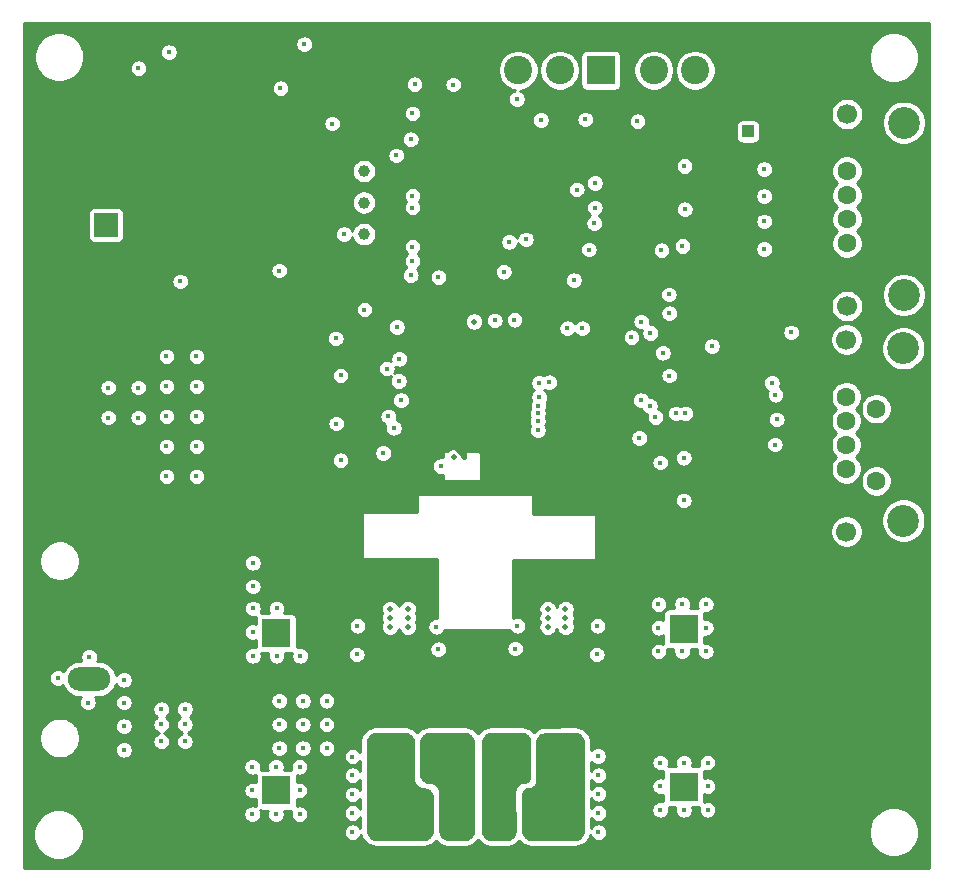
<source format=gbr>
G04 #@! TF.GenerationSoftware,KiCad,Pcbnew,(5.1.8)-1*
G04 #@! TF.CreationDate,2021-01-05T07:53:38+01:00*
G04 #@! TF.ProjectId,TMC51604Axis,544d4335-3136-4303-9441-7869732e6b69,rev?*
G04 #@! TF.SameCoordinates,Original*
G04 #@! TF.FileFunction,Copper,L2,Inr*
G04 #@! TF.FilePolarity,Positive*
%FSLAX46Y46*%
G04 Gerber Fmt 4.6, Leading zero omitted, Abs format (unit mm)*
G04 Created by KiCad (PCBNEW (5.1.8)-1) date 2021-01-05 07:53:38*
%MOMM*%
%LPD*%
G01*
G04 APERTURE LIST*
G04 #@! TA.AperFunction,ComponentPad*
%ADD10C,2.400000*%
G04 #@! TD*
G04 #@! TA.AperFunction,ComponentPad*
%ADD11R,2.400000X2.400000*%
G04 #@! TD*
G04 #@! TA.AperFunction,WasherPad*
%ADD12C,2.700000*%
G04 #@! TD*
G04 #@! TA.AperFunction,ComponentPad*
%ADD13C,1.700000*%
G04 #@! TD*
G04 #@! TA.AperFunction,ComponentPad*
%ADD14C,1.600000*%
G04 #@! TD*
G04 #@! TA.AperFunction,ComponentPad*
%ADD15C,1.000000*%
G04 #@! TD*
G04 #@! TA.AperFunction,ComponentPad*
%ADD16O,2.080000X3.600000*%
G04 #@! TD*
G04 #@! TA.AperFunction,ComponentPad*
%ADD17R,1.500000X1.500000*%
G04 #@! TD*
G04 #@! TA.AperFunction,ComponentPad*
%ADD18R,1.000000X1.000000*%
G04 #@! TD*
G04 #@! TA.AperFunction,ComponentPad*
%ADD19O,3.600000X2.000000*%
G04 #@! TD*
G04 #@! TA.AperFunction,ComponentPad*
%ADD20C,2.000000*%
G04 #@! TD*
G04 #@! TA.AperFunction,ComponentPad*
%ADD21R,2.000000X2.000000*%
G04 #@! TD*
G04 #@! TA.AperFunction,ViaPad*
%ADD22C,0.450000*%
G04 #@! TD*
G04 #@! TA.AperFunction,ViaPad*
%ADD23C,0.500000*%
G04 #@! TD*
G04 #@! TA.AperFunction,Conductor*
%ADD24C,0.250000*%
G04 #@! TD*
G04 #@! TA.AperFunction,Conductor*
%ADD25C,0.400000*%
G04 #@! TD*
G04 #@! TA.AperFunction,Conductor*
%ADD26C,0.254000*%
G04 #@! TD*
G04 #@! TA.AperFunction,Conductor*
%ADD27C,0.100000*%
G04 #@! TD*
G04 APERTURE END LIST*
D10*
X77346800Y-113944400D03*
D11*
X82346800Y-113944400D03*
D10*
X121840000Y-113588800D03*
D11*
X116840000Y-113588800D03*
D10*
X77346800Y-127254000D03*
D11*
X82346800Y-127254000D03*
D10*
X121840000Y-126949200D03*
D11*
X116840000Y-126949200D03*
D12*
X135432800Y-104420200D03*
X135432800Y-89838200D03*
D13*
X130606800Y-105359200D03*
X130606800Y-89103200D03*
D14*
X133146800Y-101069200D03*
X130606800Y-100049200D03*
X133146800Y-99029200D03*
X130606800Y-98009200D03*
X133146800Y-96989200D03*
X130606800Y-95969200D03*
X133146800Y-94949200D03*
X130606800Y-93929200D03*
D12*
X135483600Y-85319400D03*
X135483600Y-70737400D03*
D13*
X130657600Y-86258400D03*
X130657600Y-70002400D03*
D14*
X133197600Y-81968400D03*
X130657600Y-80948400D03*
X133197600Y-79928400D03*
X130657600Y-78908400D03*
X133197600Y-77888400D03*
X130657600Y-76868400D03*
X133197600Y-75848400D03*
X130657600Y-74828400D03*
D10*
X114310400Y-66294000D03*
X117810400Y-66294000D03*
D11*
X121310400Y-66294000D03*
X109829600Y-66294000D03*
D10*
X106329600Y-66294000D03*
X102829600Y-66294000D03*
D15*
X89763600Y-74828400D03*
X89763600Y-77499533D03*
X89763600Y-80170666D03*
D16*
X106870500Y-124523500D03*
X101790500Y-124523500D03*
X96710500Y-124523500D03*
G04 #@! TA.AperFunction,ComponentPad*
G36*
G01*
X90590500Y-126073503D02*
X90590500Y-122973497D01*
G75*
G02*
X90840497Y-122723500I249997J0D01*
G01*
X92420503Y-122723500D01*
G75*
G02*
X92670500Y-122973497I0J-249997D01*
G01*
X92670500Y-126073503D01*
G75*
G02*
X92420503Y-126323500I-249997J0D01*
G01*
X90840497Y-126323500D01*
G75*
G02*
X90590500Y-126073503I0J249997D01*
G01*
G37*
G04 #@! TD.AperFunction*
D17*
X89763600Y-83616800D03*
D18*
X122275600Y-71475600D03*
D10*
X104670500Y-129095500D03*
X101170500Y-129095500D03*
X97670500Y-129095500D03*
D11*
X94170500Y-129095500D03*
G04 #@! TA.AperFunction,ComponentPad*
G36*
G01*
X64947200Y-111826800D02*
X68047200Y-111826800D01*
G75*
G02*
X68297200Y-112076800I0J-250000D01*
G01*
X68297200Y-113576800D01*
G75*
G02*
X68047200Y-113826800I-250000J0D01*
G01*
X64947200Y-113826800D01*
G75*
G02*
X64697200Y-113576800I0J250000D01*
G01*
X64697200Y-112076800D01*
G75*
G02*
X64947200Y-111826800I250000J0D01*
G01*
G37*
G04 #@! TD.AperFunction*
D19*
X66497200Y-117826800D03*
D20*
X62919600Y-79400400D03*
D21*
X67919600Y-79400400D03*
D22*
X109626400Y-125984000D03*
X109575600Y-124358400D03*
X88798400Y-125984000D03*
X88798400Y-124409200D03*
X70662800Y-93167200D03*
X70662800Y-95707200D03*
X68122800Y-95707200D03*
X68122800Y-93167200D03*
X82600800Y-83261200D03*
X73050400Y-90525600D03*
X75590400Y-90525600D03*
X73050400Y-93065600D03*
X75590400Y-93065600D03*
X73050400Y-95605600D03*
X75590400Y-95605600D03*
X73050400Y-98145600D03*
X75590400Y-98145600D03*
X73050400Y-100685600D03*
X75590400Y-100685600D03*
X82600800Y-119684800D03*
X84600800Y-119684800D03*
X86600800Y-119684800D03*
X82600800Y-121684800D03*
X84600800Y-121684800D03*
X86600800Y-121684800D03*
X82600800Y-123684800D03*
X84600800Y-123684800D03*
X86600800Y-123684800D03*
X93878400Y-82448400D03*
X80365600Y-111861600D03*
X82365600Y-111861600D03*
X80365600Y-113861600D03*
X80365600Y-115861600D03*
X82365600Y-115861600D03*
X84365600Y-115861600D03*
X80314800Y-125272800D03*
X82314800Y-125272800D03*
X84314800Y-125272800D03*
X80314800Y-127272800D03*
X84314800Y-127272800D03*
X80314800Y-129272800D03*
X82314800Y-129272800D03*
X84314800Y-129272800D03*
X114858800Y-124917200D03*
X116858800Y-124917200D03*
X118858800Y-124917200D03*
X114858800Y-126917200D03*
X118858800Y-126917200D03*
X114858800Y-128917200D03*
X116858800Y-128917200D03*
X118858800Y-128917200D03*
X114706400Y-111506000D03*
X116706400Y-111506000D03*
X118706400Y-111506000D03*
X114706400Y-113506000D03*
X118706400Y-113506000D03*
X114706400Y-115506000D03*
X116706400Y-115506000D03*
X118706400Y-115506000D03*
X80365600Y-108000800D03*
X80365600Y-110000800D03*
X93878400Y-81229204D03*
X93878400Y-77927200D03*
X93878400Y-76911200D03*
X109626400Y-130810000D03*
X109626400Y-129184400D03*
X109626400Y-127558800D03*
X88798400Y-130810000D03*
X88798400Y-129184400D03*
X88798400Y-127609600D03*
X79031600Y-125526800D03*
X61620400Y-108915200D03*
X61620400Y-112115600D03*
X61620400Y-113741200D03*
X61671200Y-123647200D03*
X61620400Y-117043200D03*
X61620400Y-110490000D03*
X61671200Y-120294400D03*
X61620400Y-115366800D03*
X61671200Y-118618000D03*
X61671200Y-126847600D03*
X61671200Y-121970800D03*
X61671200Y-125222000D03*
X61671200Y-92354400D03*
X61671200Y-93980000D03*
X61722000Y-103886000D03*
X61671200Y-97282000D03*
X61671200Y-95605600D03*
X61722000Y-107086400D03*
X61722000Y-102209600D03*
X61722000Y-105460800D03*
X61772800Y-69443600D03*
X61772800Y-72644000D03*
X61772800Y-74269600D03*
X61823600Y-84175600D03*
X61772800Y-77571600D03*
X61772800Y-71018400D03*
X61823600Y-80822800D03*
X61772800Y-75895200D03*
X61823600Y-87376000D03*
X61823600Y-82499200D03*
X61823600Y-85750400D03*
X135636000Y-109220000D03*
X135636000Y-112420400D03*
X135636000Y-114046000D03*
X135686800Y-123952000D03*
X135636000Y-117348000D03*
X135636000Y-110794800D03*
X135686800Y-120599200D03*
X135636000Y-115671600D03*
X135686800Y-118922800D03*
X135686800Y-127152400D03*
X135686800Y-122275600D03*
X135686800Y-125526800D03*
X86207600Y-62941200D03*
X83007200Y-62941200D03*
X81381600Y-62941200D03*
X71475600Y-62992000D03*
X78079600Y-62941200D03*
X84632800Y-62941200D03*
X74828400Y-62992000D03*
X79756000Y-62941200D03*
X76504800Y-62992000D03*
X68275200Y-62992000D03*
X73152000Y-62992000D03*
X69900800Y-62992000D03*
X106019600Y-62839600D03*
X102819200Y-62839600D03*
X101193600Y-62839600D03*
X91287600Y-62890400D03*
X97891600Y-62839600D03*
X104444800Y-62839600D03*
X94640400Y-62890400D03*
X99568000Y-62839600D03*
X96316800Y-62890400D03*
X88087200Y-62890400D03*
X92964000Y-62890400D03*
X89712800Y-62890400D03*
X125730000Y-62738000D03*
X122529600Y-62738000D03*
X120904000Y-62738000D03*
X110998000Y-62788800D03*
X117602000Y-62738000D03*
X114350800Y-62788800D03*
X119278400Y-62738000D03*
X116027200Y-62788800D03*
X107797600Y-62788800D03*
X112674400Y-62788800D03*
X109423200Y-62788800D03*
X135585200Y-107035600D03*
X135636000Y-102108000D03*
X135636000Y-98907600D03*
X135636000Y-97231200D03*
X135585200Y-87376000D03*
X135636000Y-95554800D03*
X135636000Y-93878400D03*
X135585200Y-92303600D03*
X135636000Y-100482400D03*
X135534400Y-78790800D03*
X135534400Y-77114400D03*
X135534400Y-75438000D03*
X135534400Y-73761600D03*
X135534400Y-80365600D03*
X135534400Y-81991200D03*
X127355600Y-62738000D03*
X128981200Y-62738000D03*
X130556000Y-62738000D03*
X121938800Y-124968000D03*
X123938800Y-124968000D03*
X120243600Y-128968000D03*
X123938800Y-128968000D03*
X123938800Y-126968000D03*
X120243600Y-126968000D03*
X120243600Y-124968000D03*
X121938800Y-128968000D03*
X121837200Y-111506000D03*
X123837200Y-111506000D03*
X120142000Y-115506000D03*
X123837200Y-115506000D03*
X123837200Y-113506000D03*
X120142000Y-113506000D03*
X120142000Y-111506000D03*
X121837200Y-115506000D03*
X72644000Y-113233200D03*
X70510400Y-113233200D03*
X64655200Y-81419200D03*
X64655200Y-79419200D03*
X64655200Y-77419200D03*
X63874400Y-92710000D03*
X65874400Y-96710000D03*
X63874400Y-94710000D03*
X65874400Y-94710000D03*
X63874400Y-96710000D03*
X65874400Y-92710000D03*
X79400400Y-83616800D03*
X78384400Y-83616800D03*
X77368400Y-83616800D03*
X79349600Y-84963000D03*
D23*
X92519500Y-100520500D03*
X91122500Y-100520500D03*
X93789500Y-100520500D03*
X105918000Y-100736400D03*
X104521000Y-100736400D03*
X107188000Y-100736400D03*
D22*
X112458500Y-111823500D03*
X111328200Y-111823500D03*
X110109000Y-111061500D03*
X111328200Y-111061500D03*
X112458500Y-111061500D03*
X110109000Y-111760000D03*
D23*
X97332800Y-114960400D03*
X99345750Y-116179600D03*
X97932875Y-116179600D03*
X96520000Y-116179600D03*
X98602800Y-114960400D03*
X100279200Y-114960400D03*
X102171500Y-116179600D03*
X100758625Y-116179600D03*
X101536500Y-114960400D03*
X105918000Y-101688900D03*
X107188000Y-101688900D03*
X104521000Y-101688900D03*
X91122500Y-101473000D03*
X92519500Y-101473000D03*
X93789500Y-101473000D03*
D22*
X86715600Y-111061500D03*
X87934800Y-111061500D03*
X89065100Y-111061500D03*
X89065100Y-111823500D03*
X87934800Y-111823500D03*
X86715600Y-111760000D03*
X78359000Y-84963000D03*
X77368400Y-84963000D03*
X79400400Y-82353400D03*
X78384400Y-82353400D03*
X77368400Y-82353400D03*
X74193400Y-82562700D03*
X71145400Y-79514700D03*
X104457500Y-132334000D03*
X94805500Y-132461000D03*
D23*
X99822000Y-92011500D03*
X98464500Y-93384500D03*
X98464500Y-94742000D03*
X97091500Y-94742000D03*
X97091500Y-93384500D03*
X97091500Y-92011500D03*
X98464500Y-92011500D03*
X99822000Y-94742000D03*
X99822000Y-93384500D03*
D22*
X116789200Y-76149200D03*
X117109410Y-97195600D03*
X116957010Y-79595769D03*
X102666800Y-74523600D03*
X114706400Y-76657200D03*
X107543600Y-72542400D03*
X76270789Y-66909540D03*
X107498118Y-81817810D03*
X107492800Y-82905600D03*
X76200000Y-80213200D03*
X78308200Y-80213200D03*
X80518000Y-80213200D03*
X111734600Y-73126600D03*
X73152000Y-67818000D03*
X81178400Y-64160400D03*
X79349600Y-66903600D03*
X119430800Y-82702400D03*
X89763600Y-81940400D03*
X88138000Y-83616800D03*
X91338400Y-83464400D03*
X104800400Y-88798400D03*
X64211200Y-110642400D03*
X67122400Y-110642400D03*
X69830400Y-110642400D03*
X64211200Y-112842400D03*
X64211200Y-114636000D03*
X67122400Y-114636000D03*
X97536000Y-78333600D03*
X99060000Y-75590400D03*
X100025200Y-81229200D03*
X97536000Y-81229200D03*
X107696000Y-77978000D03*
X103256853Y-76157990D03*
X100787200Y-80670400D03*
X75387200Y-111912400D03*
X77387200Y-111912400D03*
X79031600Y-111912400D03*
X75387200Y-113912400D03*
X79031600Y-113912400D03*
X75387200Y-115760000D03*
X77387200Y-115760000D03*
X79031600Y-115760000D03*
X75539600Y-125526800D03*
X77336400Y-125526800D03*
X75539600Y-127272800D03*
X75539600Y-129018800D03*
X77336400Y-129018800D03*
X109626400Y-132435600D03*
X87731600Y-132435600D03*
X86106000Y-132435600D03*
X84531200Y-132435600D03*
X82905600Y-132435600D03*
X81280000Y-132435600D03*
X79654400Y-132435600D03*
X77978000Y-132435600D03*
X76403200Y-132486400D03*
X74726800Y-132486400D03*
X73050400Y-132486400D03*
X71374000Y-132486400D03*
X69799200Y-132486400D03*
X68173600Y-132486400D03*
X111302800Y-132435600D03*
X112928400Y-132486400D03*
X114604800Y-132486400D03*
X116281200Y-132486400D03*
X117906800Y-132486400D03*
X119532400Y-132486400D03*
X121208800Y-132486400D03*
X122783600Y-132486400D03*
X124460000Y-132486400D03*
X126085600Y-132486400D03*
X127711200Y-132486400D03*
X129336800Y-132486400D03*
X88138000Y-68834000D03*
X124510800Y-70002400D03*
X124663200Y-105257600D03*
X115773200Y-82600800D03*
X116824803Y-72506797D03*
X69240400Y-67310000D03*
X79400400Y-90220800D03*
X79400400Y-91846400D03*
X79349600Y-95453200D03*
X79349600Y-99060000D03*
X81534000Y-66852800D03*
X82499200Y-86171410D03*
X76606400Y-66192400D03*
X86969600Y-66090800D03*
X87071206Y-66954400D03*
X84023200Y-68122800D03*
X122885200Y-85090000D03*
X106085810Y-89949270D03*
X103479600Y-79756000D03*
X106578400Y-94225210D03*
X109423206Y-94225210D03*
X111338190Y-91711656D03*
X121615200Y-68630800D03*
X123850400Y-66598800D03*
X124155200Y-62738000D03*
X113944400Y-86563200D03*
D23*
X99364800Y-83566000D03*
D22*
X116738400Y-94437194D03*
X117109410Y-100852610D03*
X113842800Y-104089200D03*
X79031600Y-127272800D03*
X79031600Y-129018800D03*
X97891600Y-64058804D03*
X89408000Y-65929610D03*
D23*
X98238493Y-99019328D03*
D22*
X94513400Y-83870800D03*
X92506802Y-73507600D03*
X93878400Y-69951600D03*
X104597200Y-92760804D03*
X114960400Y-81534000D03*
X113080800Y-97434394D03*
X105460800Y-92710000D03*
X102057200Y-80822800D03*
X97332800Y-67513200D03*
X93726000Y-72135998D03*
X82702408Y-67823855D03*
X103479600Y-80619600D03*
X115620800Y-92151200D03*
X70676599Y-66127801D03*
X101600000Y-83362800D03*
X89814400Y-86563200D03*
X96253004Y-99809000D03*
X88078934Y-80170666D03*
X94056198Y-67487798D03*
X87071202Y-70815200D03*
X74218804Y-84175600D03*
X96075500Y-83807300D03*
D23*
X105321100Y-112649000D03*
X105321100Y-113411000D03*
X105321100Y-111887000D03*
D22*
X101219000Y-127190500D03*
X100012500Y-124587000D03*
X103378000Y-124561600D03*
X101155500Y-130924300D03*
X87426800Y-96215202D03*
D23*
X106832400Y-113411000D03*
X106832400Y-111887000D03*
X106832400Y-112649000D03*
D22*
X106743500Y-129095500D03*
X104711500Y-130924300D03*
X106743500Y-131127500D03*
X104711500Y-127254000D03*
X106680000Y-127254000D03*
X105206800Y-124587000D03*
X87786359Y-99314000D03*
D23*
X97407862Y-99037121D03*
D22*
X93726000Y-83667600D03*
D23*
X99094590Y-87579200D03*
X93472000Y-113411000D03*
X93472000Y-111887000D03*
X93472000Y-112649000D03*
D22*
X97612500Y-130924300D03*
X97663000Y-127190500D03*
X94932500Y-124587000D03*
X98552000Y-124587000D03*
X87786359Y-92138500D03*
D23*
X91973400Y-113411000D03*
X91973400Y-111887000D03*
X91973400Y-112649000D03*
D22*
X94297500Y-127317500D03*
X94170500Y-130924300D03*
X92202000Y-129032000D03*
X93472000Y-124587000D03*
X91630500Y-127190500D03*
X87376000Y-89001600D03*
X104495600Y-96774000D03*
X104475829Y-95989478D03*
X115620800Y-86868000D03*
X114452400Y-95656400D03*
X107779828Y-76401260D03*
X112420400Y-88900000D03*
X109270800Y-79248000D03*
X106984800Y-88138000D03*
X104597200Y-93980000D03*
X119227600Y-89662000D03*
X95885000Y-113411000D03*
X109537500Y-113347500D03*
X91389200Y-98704400D03*
X92904457Y-94238512D03*
X92292478Y-96582620D03*
X91833700Y-95605600D03*
X92710700Y-92608490D03*
X92557600Y-88036400D03*
X91689969Y-91558468D03*
X92760800Y-90728800D03*
X102713524Y-68736482D03*
X104749600Y-70510400D03*
X108508800Y-70459600D03*
X112928400Y-70612000D03*
X123647200Y-79095600D03*
X123647198Y-74676000D03*
X123647202Y-76962000D03*
X123647200Y-81432400D03*
X104487638Y-95339574D03*
X113972375Y-94720198D03*
X114012789Y-88544400D03*
X104547016Y-94692280D03*
X113212720Y-94225210D03*
X113233200Y-87579200D03*
X108254800Y-88138000D03*
X115072387Y-90229590D03*
X124714000Y-95859600D03*
X114858800Y-99517200D03*
X124561600Y-97993200D03*
X109474000Y-115760500D03*
X102565200Y-115265200D03*
X102764490Y-113347500D03*
X96062800Y-115316000D03*
X89154000Y-115760500D03*
X89217500Y-113347500D03*
X116840000Y-99110800D03*
X116840000Y-102717600D03*
X116992400Y-95351600D03*
X125933200Y-88493600D03*
X115585163Y-85278037D03*
X116926400Y-78064400D03*
X116906000Y-74406800D03*
X116738400Y-81178400D03*
X116179600Y-95351600D03*
X69443600Y-119837200D03*
X72612000Y-120396000D03*
X74612000Y-120396000D03*
X69443600Y-121837200D03*
X72612000Y-121684800D03*
X74612000Y-121684800D03*
X69443600Y-123837200D03*
X72612000Y-123126000D03*
X74612000Y-123126000D03*
X69443600Y-117906800D03*
X63855600Y-117754400D03*
X66497200Y-115976400D03*
X66395600Y-119837200D03*
X73253598Y-64770000D03*
X109321604Y-77927200D03*
X84708821Y-64084378D03*
X109321600Y-75844400D03*
X107543600Y-84074000D03*
X108813600Y-81483200D03*
X124307600Y-92760800D03*
X124612400Y-93776800D03*
X100838000Y-87477600D03*
X102514400Y-87426800D03*
D24*
X97091500Y-94742000D02*
X97091500Y-97872335D01*
X97091500Y-97872335D02*
X98238493Y-99019328D01*
D25*
X98238493Y-94885693D02*
X98238493Y-99019328D01*
X98158300Y-94805500D02*
X98238493Y-94885693D01*
D26*
X93393078Y-122509157D02*
X93535154Y-122558871D01*
X93662605Y-122638954D01*
X93769046Y-122745395D01*
X93849129Y-122872846D01*
X93898843Y-123014922D01*
X93916500Y-123171629D01*
X93916500Y-126263500D01*
X93917299Y-126277720D01*
X93937357Y-126455737D01*
X93943685Y-126483462D01*
X94002852Y-126652552D01*
X94015191Y-126678175D01*
X94110501Y-126829860D01*
X94128232Y-126852095D01*
X94254905Y-126978768D01*
X94277140Y-126996499D01*
X94428825Y-127091809D01*
X94454448Y-127104148D01*
X94623538Y-127163315D01*
X94651263Y-127169643D01*
X94829280Y-127189701D01*
X94843500Y-127190500D01*
X94849271Y-127190500D01*
X95005978Y-127208157D01*
X95148054Y-127257871D01*
X95275505Y-127337954D01*
X95381946Y-127444395D01*
X95462029Y-127571846D01*
X95511743Y-127713922D01*
X95529400Y-127870629D01*
X95529400Y-130701371D01*
X95511743Y-130858078D01*
X95462029Y-131000154D01*
X95381946Y-131127605D01*
X95275505Y-131234046D01*
X95148054Y-131314129D01*
X95005978Y-131363843D01*
X94849271Y-131381500D01*
X90786629Y-131381500D01*
X90629922Y-131363843D01*
X90487846Y-131314129D01*
X90360395Y-131234046D01*
X90253954Y-131127605D01*
X90173871Y-131000154D01*
X90124157Y-130858078D01*
X90106500Y-130701371D01*
X90106500Y-123171629D01*
X90124157Y-123014922D01*
X90173871Y-122872846D01*
X90253954Y-122745395D01*
X90360395Y-122638954D01*
X90487846Y-122558871D01*
X90629922Y-122509157D01*
X90786629Y-122491500D01*
X93236371Y-122491500D01*
X93393078Y-122509157D01*
G04 #@! TA.AperFunction,Conductor*
D27*
G36*
X93393078Y-122509157D02*
G01*
X93535154Y-122558871D01*
X93662605Y-122638954D01*
X93769046Y-122745395D01*
X93849129Y-122872846D01*
X93898843Y-123014922D01*
X93916500Y-123171629D01*
X93916500Y-126263500D01*
X93917299Y-126277720D01*
X93937357Y-126455737D01*
X93943685Y-126483462D01*
X94002852Y-126652552D01*
X94015191Y-126678175D01*
X94110501Y-126829860D01*
X94128232Y-126852095D01*
X94254905Y-126978768D01*
X94277140Y-126996499D01*
X94428825Y-127091809D01*
X94454448Y-127104148D01*
X94623538Y-127163315D01*
X94651263Y-127169643D01*
X94829280Y-127189701D01*
X94843500Y-127190500D01*
X94849271Y-127190500D01*
X95005978Y-127208157D01*
X95148054Y-127257871D01*
X95275505Y-127337954D01*
X95381946Y-127444395D01*
X95462029Y-127571846D01*
X95511743Y-127713922D01*
X95529400Y-127870629D01*
X95529400Y-130701371D01*
X95511743Y-130858078D01*
X95462029Y-131000154D01*
X95381946Y-131127605D01*
X95275505Y-131234046D01*
X95148054Y-131314129D01*
X95005978Y-131363843D01*
X94849271Y-131381500D01*
X90786629Y-131381500D01*
X90629922Y-131363843D01*
X90487846Y-131314129D01*
X90360395Y-131234046D01*
X90253954Y-131127605D01*
X90173871Y-131000154D01*
X90124157Y-130858078D01*
X90106500Y-130701371D01*
X90106500Y-123171629D01*
X90124157Y-123014922D01*
X90173871Y-122872846D01*
X90253954Y-122745395D01*
X90360395Y-122638954D01*
X90487846Y-122558871D01*
X90629922Y-122509157D01*
X90786629Y-122491500D01*
X93236371Y-122491500D01*
X93393078Y-122509157D01*
G37*
G04 #@! TD.AperFunction*
D26*
X98460378Y-122521857D02*
X98602454Y-122571571D01*
X98729905Y-122651654D01*
X98836346Y-122758095D01*
X98916429Y-122885546D01*
X98966143Y-123027622D01*
X98983800Y-123184329D01*
X98983800Y-130714071D01*
X98966143Y-130870778D01*
X98916429Y-131012854D01*
X98836346Y-131140305D01*
X98729905Y-131246746D01*
X98602454Y-131326829D01*
X98460378Y-131376543D01*
X98303671Y-131394200D01*
X96920729Y-131394200D01*
X96764022Y-131376543D01*
X96621946Y-131326829D01*
X96494495Y-131246746D01*
X96388054Y-131140305D01*
X96307971Y-131012854D01*
X96258257Y-130870778D01*
X96240600Y-130714071D01*
X96240600Y-127495200D01*
X96239801Y-127480980D01*
X96219743Y-127302963D01*
X96213415Y-127275238D01*
X96154248Y-127106148D01*
X96141909Y-127080525D01*
X96046599Y-126928840D01*
X96028868Y-126906605D01*
X95902195Y-126779932D01*
X95879960Y-126762201D01*
X95728275Y-126666891D01*
X95702652Y-126654552D01*
X95533562Y-126595385D01*
X95505837Y-126589057D01*
X95327820Y-126568999D01*
X95313600Y-126568200D01*
X95295129Y-126568200D01*
X95138422Y-126550543D01*
X94996346Y-126500829D01*
X94868895Y-126420746D01*
X94762454Y-126314305D01*
X94682371Y-126186854D01*
X94632657Y-126044778D01*
X94615000Y-125888071D01*
X94615000Y-123184329D01*
X94632657Y-123027622D01*
X94682371Y-122885546D01*
X94762454Y-122758095D01*
X94868895Y-122651654D01*
X94996346Y-122571571D01*
X95138422Y-122521857D01*
X95295129Y-122504200D01*
X98303671Y-122504200D01*
X98460378Y-122521857D01*
G04 #@! TA.AperFunction,Conductor*
D27*
G36*
X98460378Y-122521857D02*
G01*
X98602454Y-122571571D01*
X98729905Y-122651654D01*
X98836346Y-122758095D01*
X98916429Y-122885546D01*
X98966143Y-123027622D01*
X98983800Y-123184329D01*
X98983800Y-130714071D01*
X98966143Y-130870778D01*
X98916429Y-131012854D01*
X98836346Y-131140305D01*
X98729905Y-131246746D01*
X98602454Y-131326829D01*
X98460378Y-131376543D01*
X98303671Y-131394200D01*
X96920729Y-131394200D01*
X96764022Y-131376543D01*
X96621946Y-131326829D01*
X96494495Y-131246746D01*
X96388054Y-131140305D01*
X96307971Y-131012854D01*
X96258257Y-130870778D01*
X96240600Y-130714071D01*
X96240600Y-127495200D01*
X96239801Y-127480980D01*
X96219743Y-127302963D01*
X96213415Y-127275238D01*
X96154248Y-127106148D01*
X96141909Y-127080525D01*
X96046599Y-126928840D01*
X96028868Y-126906605D01*
X95902195Y-126779932D01*
X95879960Y-126762201D01*
X95728275Y-126666891D01*
X95702652Y-126654552D01*
X95533562Y-126595385D01*
X95505837Y-126589057D01*
X95327820Y-126568999D01*
X95313600Y-126568200D01*
X95295129Y-126568200D01*
X95138422Y-126550543D01*
X94996346Y-126500829D01*
X94868895Y-126420746D01*
X94762454Y-126314305D01*
X94682371Y-126186854D01*
X94632657Y-126044778D01*
X94615000Y-125888071D01*
X94615000Y-123184329D01*
X94632657Y-123027622D01*
X94682371Y-122885546D01*
X94762454Y-122758095D01*
X94868895Y-122651654D01*
X94996346Y-122571571D01*
X95138422Y-122521857D01*
X95295129Y-122504200D01*
X98303671Y-122504200D01*
X98460378Y-122521857D01*
G37*
G04 #@! TD.AperFunction*
D26*
X103285529Y-122516521D02*
X103427805Y-122566117D01*
X103555451Y-122646150D01*
X103662073Y-122752611D01*
X103742301Y-122880142D01*
X103784480Y-123000558D01*
X103768669Y-123141854D01*
X103765400Y-123200459D01*
X103765400Y-126233325D01*
X103737388Y-126300952D01*
X103652795Y-126411195D01*
X103542552Y-126495788D01*
X103414167Y-126548967D01*
X103259823Y-126569287D01*
X103259712Y-126569301D01*
X103089471Y-126591866D01*
X103057250Y-126600560D01*
X102898765Y-126666695D01*
X102869920Y-126683484D01*
X102734137Y-126788624D01*
X102710663Y-126812347D01*
X102606958Y-126949229D01*
X102590473Y-126978249D01*
X102526010Y-127137421D01*
X102517655Y-127169732D01*
X102496883Y-127340201D01*
X102495958Y-127356900D01*
X102531221Y-130706940D01*
X102514990Y-130864855D01*
X102466128Y-131008288D01*
X102386382Y-131137133D01*
X102279801Y-131244841D01*
X102151805Y-131325939D01*
X102008897Y-131376307D01*
X101851153Y-131394200D01*
X100527529Y-131394200D01*
X100370822Y-131376543D01*
X100228746Y-131326829D01*
X100101295Y-131246746D01*
X99994854Y-131140305D01*
X99914771Y-131012854D01*
X99865057Y-130870778D01*
X99847400Y-130714071D01*
X99847400Y-123183121D01*
X99865023Y-123026560D01*
X99914647Y-122884598D01*
X99994583Y-122757228D01*
X100100838Y-122650812D01*
X100228096Y-122570679D01*
X100369976Y-122520845D01*
X100526506Y-122502986D01*
X103128651Y-122499068D01*
X103285529Y-122516521D01*
G04 #@! TA.AperFunction,Conductor*
D27*
G36*
X103285529Y-122516521D02*
G01*
X103427805Y-122566117D01*
X103555451Y-122646150D01*
X103662073Y-122752611D01*
X103742301Y-122880142D01*
X103784480Y-123000558D01*
X103768669Y-123141854D01*
X103765400Y-123200459D01*
X103765400Y-126233325D01*
X103737388Y-126300952D01*
X103652795Y-126411195D01*
X103542552Y-126495788D01*
X103414167Y-126548967D01*
X103259823Y-126569287D01*
X103259712Y-126569301D01*
X103089471Y-126591866D01*
X103057250Y-126600560D01*
X102898765Y-126666695D01*
X102869920Y-126683484D01*
X102734137Y-126788624D01*
X102710663Y-126812347D01*
X102606958Y-126949229D01*
X102590473Y-126978249D01*
X102526010Y-127137421D01*
X102517655Y-127169732D01*
X102496883Y-127340201D01*
X102495958Y-127356900D01*
X102531221Y-130706940D01*
X102514990Y-130864855D01*
X102466128Y-131008288D01*
X102386382Y-131137133D01*
X102279801Y-131244841D01*
X102151805Y-131325939D01*
X102008897Y-131376307D01*
X101851153Y-131394200D01*
X100527529Y-131394200D01*
X100370822Y-131376543D01*
X100228746Y-131326829D01*
X100101295Y-131246746D01*
X99994854Y-131140305D01*
X99914771Y-131012854D01*
X99865057Y-130870778D01*
X99847400Y-130714071D01*
X99847400Y-123183121D01*
X99865023Y-123026560D01*
X99914647Y-122884598D01*
X99994583Y-122757228D01*
X100100838Y-122650812D01*
X100228096Y-122570679D01*
X100369976Y-122520845D01*
X100526506Y-122502986D01*
X103128651Y-122499068D01*
X103285529Y-122516521D01*
G37*
G04 #@! TD.AperFunction*
D26*
X107801573Y-122516409D02*
X107945026Y-122565259D01*
X108073891Y-122645002D01*
X108181613Y-122751581D01*
X108262727Y-122879587D01*
X108313103Y-123022506D01*
X108331000Y-123180267D01*
X108331000Y-130701371D01*
X108313343Y-130858078D01*
X108263629Y-131000154D01*
X108183546Y-131127605D01*
X108077105Y-131234046D01*
X107949654Y-131314129D01*
X107807578Y-131363843D01*
X107650871Y-131381500D01*
X103931129Y-131381500D01*
X103774422Y-131363843D01*
X103632346Y-131314129D01*
X103504895Y-131234046D01*
X103398454Y-131127605D01*
X103318371Y-131000154D01*
X103268657Y-130858078D01*
X103251000Y-130701371D01*
X103251000Y-127643328D01*
X103267638Y-127516951D01*
X103313204Y-127406946D01*
X103385685Y-127312485D01*
X103480146Y-127240004D01*
X103590151Y-127194438D01*
X103875979Y-127156808D01*
X103908003Y-127148227D01*
X104048901Y-127089865D01*
X104077612Y-127073288D01*
X104198604Y-126980448D01*
X104222048Y-126957004D01*
X104314888Y-126836012D01*
X104331465Y-126807301D01*
X104389827Y-126666403D01*
X104398408Y-126634379D01*
X104418314Y-126483177D01*
X104419400Y-126466600D01*
X104419400Y-123207540D01*
X104436818Y-123051879D01*
X104485875Y-122910648D01*
X104564938Y-122783750D01*
X104670088Y-122677472D01*
X104796134Y-122597061D01*
X104936832Y-122546500D01*
X105092296Y-122527422D01*
X107643643Y-122500198D01*
X107801573Y-122516409D01*
G04 #@! TA.AperFunction,Conductor*
D27*
G36*
X107801573Y-122516409D02*
G01*
X107945026Y-122565259D01*
X108073891Y-122645002D01*
X108181613Y-122751581D01*
X108262727Y-122879587D01*
X108313103Y-123022506D01*
X108331000Y-123180267D01*
X108331000Y-130701371D01*
X108313343Y-130858078D01*
X108263629Y-131000154D01*
X108183546Y-131127605D01*
X108077105Y-131234046D01*
X107949654Y-131314129D01*
X107807578Y-131363843D01*
X107650871Y-131381500D01*
X103931129Y-131381500D01*
X103774422Y-131363843D01*
X103632346Y-131314129D01*
X103504895Y-131234046D01*
X103398454Y-131127605D01*
X103318371Y-131000154D01*
X103268657Y-130858078D01*
X103251000Y-130701371D01*
X103251000Y-127643328D01*
X103267638Y-127516951D01*
X103313204Y-127406946D01*
X103385685Y-127312485D01*
X103480146Y-127240004D01*
X103590151Y-127194438D01*
X103875979Y-127156808D01*
X103908003Y-127148227D01*
X104048901Y-127089865D01*
X104077612Y-127073288D01*
X104198604Y-126980448D01*
X104222048Y-126957004D01*
X104314888Y-126836012D01*
X104331465Y-126807301D01*
X104389827Y-126666403D01*
X104398408Y-126634379D01*
X104418314Y-126483177D01*
X104419400Y-126466600D01*
X104419400Y-123207540D01*
X104436818Y-123051879D01*
X104485875Y-122910648D01*
X104564938Y-122783750D01*
X104670088Y-122677472D01*
X104796134Y-122597061D01*
X104936832Y-122546500D01*
X105092296Y-122527422D01*
X107643643Y-122500198D01*
X107801573Y-122516409D01*
G37*
G04 #@! TD.AperFunction*
D26*
X137624001Y-133864800D02*
X61004000Y-133864800D01*
X61004000Y-130803709D01*
X61779400Y-130803709D01*
X61779400Y-131222691D01*
X61861139Y-131633623D01*
X62021477Y-132020712D01*
X62254251Y-132369084D01*
X62550516Y-132665349D01*
X62898888Y-132898123D01*
X63285977Y-133058461D01*
X63696909Y-133140200D01*
X64115891Y-133140200D01*
X64526823Y-133058461D01*
X64913912Y-132898123D01*
X65262284Y-132665349D01*
X65558549Y-132369084D01*
X65791323Y-132020712D01*
X65951661Y-131633623D01*
X66033400Y-131222691D01*
X66033400Y-130803709D01*
X65951661Y-130392777D01*
X65791323Y-130005688D01*
X65558549Y-129657316D01*
X65262284Y-129361051D01*
X64913912Y-129128277D01*
X64526823Y-128967939D01*
X64115891Y-128886200D01*
X63696909Y-128886200D01*
X63285977Y-128967939D01*
X62898888Y-129128277D01*
X62550516Y-129361051D01*
X62254251Y-129657316D01*
X62021477Y-130005688D01*
X61861139Y-130392777D01*
X61779400Y-130803709D01*
X61004000Y-130803709D01*
X61004000Y-125198734D01*
X79562800Y-125198734D01*
X79562800Y-125346866D01*
X79591699Y-125492150D01*
X79648386Y-125629006D01*
X79730683Y-125752172D01*
X79835428Y-125856917D01*
X79958594Y-125939214D01*
X80095450Y-125995901D01*
X80240734Y-126024800D01*
X80388866Y-126024800D01*
X80534150Y-125995901D01*
X80626751Y-125957545D01*
X80617251Y-126054000D01*
X80617251Y-126584120D01*
X80534150Y-126549699D01*
X80388866Y-126520800D01*
X80240734Y-126520800D01*
X80095450Y-126549699D01*
X79958594Y-126606386D01*
X79835428Y-126688683D01*
X79730683Y-126793428D01*
X79648386Y-126916594D01*
X79591699Y-127053450D01*
X79562800Y-127198734D01*
X79562800Y-127346866D01*
X79591699Y-127492150D01*
X79648386Y-127629006D01*
X79730683Y-127752172D01*
X79835428Y-127856917D01*
X79958594Y-127939214D01*
X80095450Y-127995901D01*
X80240734Y-128024800D01*
X80388866Y-128024800D01*
X80534150Y-127995901D01*
X80617251Y-127961480D01*
X80617251Y-128454000D01*
X80627426Y-128557310D01*
X80638190Y-128592793D01*
X80534150Y-128549699D01*
X80388866Y-128520800D01*
X80240734Y-128520800D01*
X80095450Y-128549699D01*
X79958594Y-128606386D01*
X79835428Y-128688683D01*
X79730683Y-128793428D01*
X79648386Y-128916594D01*
X79591699Y-129053450D01*
X79562800Y-129198734D01*
X79562800Y-129346866D01*
X79591699Y-129492150D01*
X79648386Y-129629006D01*
X79730683Y-129752172D01*
X79835428Y-129856917D01*
X79958594Y-129939214D01*
X80095450Y-129995901D01*
X80240734Y-130024800D01*
X80388866Y-130024800D01*
X80534150Y-129995901D01*
X80671006Y-129939214D01*
X80794172Y-129856917D01*
X80898917Y-129752172D01*
X80981214Y-129629006D01*
X81037901Y-129492150D01*
X81066800Y-129346866D01*
X81066800Y-129198734D01*
X81037901Y-129053450D01*
X80999163Y-128959927D01*
X81043490Y-128973374D01*
X81146800Y-128983549D01*
X81620653Y-128983549D01*
X81591699Y-129053450D01*
X81562800Y-129198734D01*
X81562800Y-129346866D01*
X81591699Y-129492150D01*
X81648386Y-129629006D01*
X81730683Y-129752172D01*
X81835428Y-129856917D01*
X81958594Y-129939214D01*
X82095450Y-129995901D01*
X82240734Y-130024800D01*
X82388866Y-130024800D01*
X82534150Y-129995901D01*
X82671006Y-129939214D01*
X82794172Y-129856917D01*
X82898917Y-129752172D01*
X82981214Y-129629006D01*
X83037901Y-129492150D01*
X83066800Y-129346866D01*
X83066800Y-129198734D01*
X83037901Y-129053450D01*
X83008947Y-128983549D01*
X83546800Y-128983549D01*
X83623794Y-128975966D01*
X83591699Y-129053450D01*
X83562800Y-129198734D01*
X83562800Y-129346866D01*
X83591699Y-129492150D01*
X83648386Y-129629006D01*
X83730683Y-129752172D01*
X83835428Y-129856917D01*
X83958594Y-129939214D01*
X84095450Y-129995901D01*
X84240734Y-130024800D01*
X84388866Y-130024800D01*
X84534150Y-129995901D01*
X84671006Y-129939214D01*
X84794172Y-129856917D01*
X84898917Y-129752172D01*
X84981214Y-129629006D01*
X85037901Y-129492150D01*
X85066800Y-129346866D01*
X85066800Y-129198734D01*
X85037901Y-129053450D01*
X84981214Y-128916594D01*
X84898917Y-128793428D01*
X84794172Y-128688683D01*
X84671006Y-128606386D01*
X84534150Y-128549699D01*
X84388866Y-128520800D01*
X84240734Y-128520800D01*
X84095450Y-128549699D01*
X84064607Y-128562474D01*
X84066174Y-128557310D01*
X84076349Y-128454000D01*
X84076349Y-127987989D01*
X84095450Y-127995901D01*
X84240734Y-128024800D01*
X84388866Y-128024800D01*
X84534150Y-127995901D01*
X84671006Y-127939214D01*
X84794172Y-127856917D01*
X84898917Y-127752172D01*
X84981214Y-127629006D01*
X85037901Y-127492150D01*
X85066800Y-127346866D01*
X85066800Y-127198734D01*
X85037901Y-127053450D01*
X84981214Y-126916594D01*
X84898917Y-126793428D01*
X84794172Y-126688683D01*
X84671006Y-126606386D01*
X84534150Y-126549699D01*
X84388866Y-126520800D01*
X84240734Y-126520800D01*
X84095450Y-126549699D01*
X84076349Y-126557611D01*
X84076349Y-126054000D01*
X84069571Y-125985182D01*
X84095450Y-125995901D01*
X84240734Y-126024800D01*
X84388866Y-126024800D01*
X84534150Y-125995901D01*
X84671006Y-125939214D01*
X84794172Y-125856917D01*
X84898917Y-125752172D01*
X84981214Y-125629006D01*
X85037901Y-125492150D01*
X85066800Y-125346866D01*
X85066800Y-125198734D01*
X85037901Y-125053450D01*
X84981214Y-124916594D01*
X84898917Y-124793428D01*
X84794172Y-124688683D01*
X84671006Y-124606386D01*
X84534150Y-124549699D01*
X84388866Y-124520800D01*
X84240734Y-124520800D01*
X84095450Y-124549699D01*
X83958594Y-124606386D01*
X83835428Y-124688683D01*
X83730683Y-124793428D01*
X83648386Y-124916594D01*
X83591699Y-125053450D01*
X83562800Y-125198734D01*
X83562800Y-125346866D01*
X83591699Y-125492150D01*
X83607557Y-125530435D01*
X83546800Y-125524451D01*
X83024522Y-125524451D01*
X83037901Y-125492150D01*
X83066800Y-125346866D01*
X83066800Y-125198734D01*
X83037901Y-125053450D01*
X82981214Y-124916594D01*
X82898917Y-124793428D01*
X82794172Y-124688683D01*
X82671006Y-124606386D01*
X82534150Y-124549699D01*
X82388866Y-124520800D01*
X82240734Y-124520800D01*
X82095450Y-124549699D01*
X81958594Y-124606386D01*
X81835428Y-124688683D01*
X81730683Y-124793428D01*
X81648386Y-124916594D01*
X81591699Y-125053450D01*
X81562800Y-125198734D01*
X81562800Y-125346866D01*
X81591699Y-125492150D01*
X81605078Y-125524451D01*
X81146800Y-125524451D01*
X81043490Y-125534626D01*
X81016975Y-125542669D01*
X81037901Y-125492150D01*
X81066800Y-125346866D01*
X81066800Y-125198734D01*
X81037901Y-125053450D01*
X80981214Y-124916594D01*
X80898917Y-124793428D01*
X80794172Y-124688683D01*
X80671006Y-124606386D01*
X80534150Y-124549699D01*
X80388866Y-124520800D01*
X80240734Y-124520800D01*
X80095450Y-124549699D01*
X79958594Y-124606386D01*
X79835428Y-124688683D01*
X79730683Y-124793428D01*
X79648386Y-124916594D01*
X79591699Y-125053450D01*
X79562800Y-125198734D01*
X61004000Y-125198734D01*
X61004000Y-122656705D01*
X62270200Y-122656705D01*
X62270200Y-122996895D01*
X62336568Y-123330547D01*
X62466753Y-123644841D01*
X62655752Y-123927698D01*
X62896302Y-124168248D01*
X63179159Y-124357247D01*
X63493453Y-124487432D01*
X63827105Y-124553800D01*
X64167295Y-124553800D01*
X64500947Y-124487432D01*
X64815241Y-124357247D01*
X65098098Y-124168248D01*
X65338648Y-123927698D01*
X65448606Y-123763134D01*
X68691600Y-123763134D01*
X68691600Y-123911266D01*
X68720499Y-124056550D01*
X68777186Y-124193406D01*
X68859483Y-124316572D01*
X68964228Y-124421317D01*
X69087394Y-124503614D01*
X69224250Y-124560301D01*
X69369534Y-124589200D01*
X69517666Y-124589200D01*
X69662950Y-124560301D01*
X69799806Y-124503614D01*
X69922972Y-124421317D01*
X70027717Y-124316572D01*
X70110014Y-124193406D01*
X70166701Y-124056550D01*
X70195600Y-123911266D01*
X70195600Y-123763134D01*
X70166701Y-123617850D01*
X70110014Y-123480994D01*
X70027717Y-123357828D01*
X69922972Y-123253083D01*
X69799806Y-123170786D01*
X69662950Y-123114099D01*
X69517666Y-123085200D01*
X69369534Y-123085200D01*
X69224250Y-123114099D01*
X69087394Y-123170786D01*
X68964228Y-123253083D01*
X68859483Y-123357828D01*
X68777186Y-123480994D01*
X68720499Y-123617850D01*
X68691600Y-123763134D01*
X65448606Y-123763134D01*
X65527647Y-123644841D01*
X65657832Y-123330547D01*
X65724200Y-122996895D01*
X65724200Y-122656705D01*
X65657832Y-122323053D01*
X65527647Y-122008759D01*
X65363526Y-121763134D01*
X68691600Y-121763134D01*
X68691600Y-121911266D01*
X68720499Y-122056550D01*
X68777186Y-122193406D01*
X68859483Y-122316572D01*
X68964228Y-122421317D01*
X69087394Y-122503614D01*
X69224250Y-122560301D01*
X69369534Y-122589200D01*
X69517666Y-122589200D01*
X69662950Y-122560301D01*
X69799806Y-122503614D01*
X69922972Y-122421317D01*
X70027717Y-122316572D01*
X70110014Y-122193406D01*
X70166701Y-122056550D01*
X70195600Y-121911266D01*
X70195600Y-121763134D01*
X70166701Y-121617850D01*
X70110014Y-121480994D01*
X70027717Y-121357828D01*
X69922972Y-121253083D01*
X69799806Y-121170786D01*
X69662950Y-121114099D01*
X69517666Y-121085200D01*
X69369534Y-121085200D01*
X69224250Y-121114099D01*
X69087394Y-121170786D01*
X68964228Y-121253083D01*
X68859483Y-121357828D01*
X68777186Y-121480994D01*
X68720499Y-121617850D01*
X68691600Y-121763134D01*
X65363526Y-121763134D01*
X65338648Y-121725902D01*
X65098098Y-121485352D01*
X64815241Y-121296353D01*
X64500947Y-121166168D01*
X64167295Y-121099800D01*
X63827105Y-121099800D01*
X63493453Y-121166168D01*
X63179159Y-121296353D01*
X62896302Y-121485352D01*
X62655752Y-121725902D01*
X62466753Y-122008759D01*
X62336568Y-122323053D01*
X62270200Y-122656705D01*
X61004000Y-122656705D01*
X61004000Y-117680334D01*
X63103600Y-117680334D01*
X63103600Y-117828466D01*
X63132499Y-117973750D01*
X63189186Y-118110606D01*
X63271483Y-118233772D01*
X63376228Y-118338517D01*
X63499394Y-118420814D01*
X63636250Y-118477501D01*
X63781534Y-118506400D01*
X63929666Y-118506400D01*
X64074950Y-118477501D01*
X64211806Y-118420814D01*
X64269905Y-118381993D01*
X64279610Y-118413985D01*
X64421403Y-118679260D01*
X64612224Y-118911776D01*
X64844740Y-119102597D01*
X65110015Y-119244390D01*
X65397856Y-119331705D01*
X65622189Y-119353800D01*
X65815511Y-119353800D01*
X65811483Y-119357828D01*
X65729186Y-119480994D01*
X65672499Y-119617850D01*
X65643600Y-119763134D01*
X65643600Y-119911266D01*
X65672499Y-120056550D01*
X65729186Y-120193406D01*
X65811483Y-120316572D01*
X65916228Y-120421317D01*
X66039394Y-120503614D01*
X66176250Y-120560301D01*
X66321534Y-120589200D01*
X66469666Y-120589200D01*
X66614950Y-120560301D01*
X66751806Y-120503614D01*
X66874972Y-120421317D01*
X66979717Y-120316572D01*
X67062014Y-120193406D01*
X67118701Y-120056550D01*
X67147600Y-119911266D01*
X67147600Y-119763134D01*
X68691600Y-119763134D01*
X68691600Y-119911266D01*
X68720499Y-120056550D01*
X68777186Y-120193406D01*
X68859483Y-120316572D01*
X68964228Y-120421317D01*
X69087394Y-120503614D01*
X69224250Y-120560301D01*
X69369534Y-120589200D01*
X69517666Y-120589200D01*
X69662950Y-120560301D01*
X69799806Y-120503614D01*
X69922972Y-120421317D01*
X70022355Y-120321934D01*
X71860000Y-120321934D01*
X71860000Y-120470066D01*
X71888899Y-120615350D01*
X71945586Y-120752206D01*
X72027883Y-120875372D01*
X72132628Y-120980117D01*
X72222848Y-121040400D01*
X72132628Y-121100683D01*
X72027883Y-121205428D01*
X71945586Y-121328594D01*
X71888899Y-121465450D01*
X71860000Y-121610734D01*
X71860000Y-121758866D01*
X71888899Y-121904150D01*
X71945586Y-122041006D01*
X72027883Y-122164172D01*
X72132628Y-122268917D01*
X72255794Y-122351214D01*
X72386612Y-122405400D01*
X72255794Y-122459586D01*
X72132628Y-122541883D01*
X72027883Y-122646628D01*
X71945586Y-122769794D01*
X71888899Y-122906650D01*
X71860000Y-123051934D01*
X71860000Y-123200066D01*
X71888899Y-123345350D01*
X71945586Y-123482206D01*
X72027883Y-123605372D01*
X72132628Y-123710117D01*
X72255794Y-123792414D01*
X72392650Y-123849101D01*
X72537934Y-123878000D01*
X72686066Y-123878000D01*
X72831350Y-123849101D01*
X72968206Y-123792414D01*
X73091372Y-123710117D01*
X73196117Y-123605372D01*
X73278414Y-123482206D01*
X73335101Y-123345350D01*
X73364000Y-123200066D01*
X73364000Y-123051934D01*
X73335101Y-122906650D01*
X73278414Y-122769794D01*
X73196117Y-122646628D01*
X73091372Y-122541883D01*
X72968206Y-122459586D01*
X72837388Y-122405400D01*
X72968206Y-122351214D01*
X73091372Y-122268917D01*
X73196117Y-122164172D01*
X73278414Y-122041006D01*
X73335101Y-121904150D01*
X73364000Y-121758866D01*
X73364000Y-121610734D01*
X73335101Y-121465450D01*
X73278414Y-121328594D01*
X73196117Y-121205428D01*
X73091372Y-121100683D01*
X73001152Y-121040400D01*
X73091372Y-120980117D01*
X73196117Y-120875372D01*
X73278414Y-120752206D01*
X73335101Y-120615350D01*
X73364000Y-120470066D01*
X73364000Y-120321934D01*
X73860000Y-120321934D01*
X73860000Y-120470066D01*
X73888899Y-120615350D01*
X73945586Y-120752206D01*
X74027883Y-120875372D01*
X74132628Y-120980117D01*
X74222848Y-121040400D01*
X74132628Y-121100683D01*
X74027883Y-121205428D01*
X73945586Y-121328594D01*
X73888899Y-121465450D01*
X73860000Y-121610734D01*
X73860000Y-121758866D01*
X73888899Y-121904150D01*
X73945586Y-122041006D01*
X74027883Y-122164172D01*
X74132628Y-122268917D01*
X74255794Y-122351214D01*
X74386612Y-122405400D01*
X74255794Y-122459586D01*
X74132628Y-122541883D01*
X74027883Y-122646628D01*
X73945586Y-122769794D01*
X73888899Y-122906650D01*
X73860000Y-123051934D01*
X73860000Y-123200066D01*
X73888899Y-123345350D01*
X73945586Y-123482206D01*
X74027883Y-123605372D01*
X74132628Y-123710117D01*
X74255794Y-123792414D01*
X74392650Y-123849101D01*
X74537934Y-123878000D01*
X74686066Y-123878000D01*
X74831350Y-123849101D01*
X74968206Y-123792414D01*
X75091372Y-123710117D01*
X75190755Y-123610734D01*
X81848800Y-123610734D01*
X81848800Y-123758866D01*
X81877699Y-123904150D01*
X81934386Y-124041006D01*
X82016683Y-124164172D01*
X82121428Y-124268917D01*
X82244594Y-124351214D01*
X82381450Y-124407901D01*
X82526734Y-124436800D01*
X82674866Y-124436800D01*
X82820150Y-124407901D01*
X82957006Y-124351214D01*
X83080172Y-124268917D01*
X83184917Y-124164172D01*
X83267214Y-124041006D01*
X83323901Y-123904150D01*
X83352800Y-123758866D01*
X83352800Y-123610734D01*
X83848800Y-123610734D01*
X83848800Y-123758866D01*
X83877699Y-123904150D01*
X83934386Y-124041006D01*
X84016683Y-124164172D01*
X84121428Y-124268917D01*
X84244594Y-124351214D01*
X84381450Y-124407901D01*
X84526734Y-124436800D01*
X84674866Y-124436800D01*
X84820150Y-124407901D01*
X84957006Y-124351214D01*
X85080172Y-124268917D01*
X85184917Y-124164172D01*
X85267214Y-124041006D01*
X85323901Y-123904150D01*
X85352800Y-123758866D01*
X85352800Y-123610734D01*
X85848800Y-123610734D01*
X85848800Y-123758866D01*
X85877699Y-123904150D01*
X85934386Y-124041006D01*
X86016683Y-124164172D01*
X86121428Y-124268917D01*
X86244594Y-124351214D01*
X86381450Y-124407901D01*
X86526734Y-124436800D01*
X86674866Y-124436800D01*
X86820150Y-124407901D01*
X86957006Y-124351214D01*
X86981071Y-124335134D01*
X88046400Y-124335134D01*
X88046400Y-124483266D01*
X88075299Y-124628550D01*
X88131986Y-124765406D01*
X88214283Y-124888572D01*
X88319028Y-124993317D01*
X88442194Y-125075614D01*
X88579050Y-125132301D01*
X88724334Y-125161200D01*
X88872466Y-125161200D01*
X89017750Y-125132301D01*
X89154606Y-125075614D01*
X89277772Y-124993317D01*
X89382517Y-124888572D01*
X89452500Y-124783835D01*
X89452500Y-125609365D01*
X89382517Y-125504628D01*
X89277772Y-125399883D01*
X89154606Y-125317586D01*
X89017750Y-125260899D01*
X88872466Y-125232000D01*
X88724334Y-125232000D01*
X88579050Y-125260899D01*
X88442194Y-125317586D01*
X88319028Y-125399883D01*
X88214283Y-125504628D01*
X88131986Y-125627794D01*
X88075299Y-125764650D01*
X88046400Y-125909934D01*
X88046400Y-126058066D01*
X88075299Y-126203350D01*
X88131986Y-126340206D01*
X88214283Y-126463372D01*
X88319028Y-126568117D01*
X88442194Y-126650414D01*
X88579050Y-126707101D01*
X88724334Y-126736000D01*
X88872466Y-126736000D01*
X89017750Y-126707101D01*
X89154606Y-126650414D01*
X89277772Y-126568117D01*
X89382517Y-126463372D01*
X89452500Y-126358635D01*
X89452500Y-127234965D01*
X89382517Y-127130228D01*
X89277772Y-127025483D01*
X89154606Y-126943186D01*
X89017750Y-126886499D01*
X88872466Y-126857600D01*
X88724334Y-126857600D01*
X88579050Y-126886499D01*
X88442194Y-126943186D01*
X88319028Y-127025483D01*
X88214283Y-127130228D01*
X88131986Y-127253394D01*
X88075299Y-127390250D01*
X88046400Y-127535534D01*
X88046400Y-127683666D01*
X88075299Y-127828950D01*
X88131986Y-127965806D01*
X88214283Y-128088972D01*
X88319028Y-128193717D01*
X88442194Y-128276014D01*
X88579050Y-128332701D01*
X88724334Y-128361600D01*
X88872466Y-128361600D01*
X89017750Y-128332701D01*
X89154606Y-128276014D01*
X89277772Y-128193717D01*
X89382517Y-128088972D01*
X89452500Y-127984235D01*
X89452500Y-128809765D01*
X89382517Y-128705028D01*
X89277772Y-128600283D01*
X89154606Y-128517986D01*
X89017750Y-128461299D01*
X88872466Y-128432400D01*
X88724334Y-128432400D01*
X88579050Y-128461299D01*
X88442194Y-128517986D01*
X88319028Y-128600283D01*
X88214283Y-128705028D01*
X88131986Y-128828194D01*
X88075299Y-128965050D01*
X88046400Y-129110334D01*
X88046400Y-129258466D01*
X88075299Y-129403750D01*
X88131986Y-129540606D01*
X88214283Y-129663772D01*
X88319028Y-129768517D01*
X88442194Y-129850814D01*
X88579050Y-129907501D01*
X88724334Y-129936400D01*
X88872466Y-129936400D01*
X89017750Y-129907501D01*
X89154606Y-129850814D01*
X89277772Y-129768517D01*
X89382517Y-129663772D01*
X89452500Y-129559035D01*
X89452500Y-130435365D01*
X89382517Y-130330628D01*
X89277772Y-130225883D01*
X89154606Y-130143586D01*
X89017750Y-130086899D01*
X88872466Y-130058000D01*
X88724334Y-130058000D01*
X88579050Y-130086899D01*
X88442194Y-130143586D01*
X88319028Y-130225883D01*
X88214283Y-130330628D01*
X88131986Y-130453794D01*
X88075299Y-130590650D01*
X88046400Y-130735934D01*
X88046400Y-130884066D01*
X88075299Y-131029350D01*
X88131986Y-131166206D01*
X88214283Y-131289372D01*
X88319028Y-131394117D01*
X88442194Y-131476414D01*
X88579050Y-131533101D01*
X88724334Y-131562000D01*
X88872466Y-131562000D01*
X89017750Y-131533101D01*
X89154606Y-131476414D01*
X89277772Y-131394117D01*
X89382517Y-131289372D01*
X89464814Y-131166206D01*
X89505079Y-131068998D01*
X89561298Y-131229664D01*
X89612501Y-131335988D01*
X89707811Y-131487673D01*
X89781390Y-131579937D01*
X89908063Y-131706610D01*
X90000327Y-131780189D01*
X90152012Y-131875499D01*
X90258336Y-131926702D01*
X90427426Y-131985869D01*
X90542477Y-132012128D01*
X90720494Y-132032186D01*
X90779500Y-132035500D01*
X94856400Y-132035500D01*
X94915406Y-132032186D01*
X95093423Y-132012128D01*
X95208474Y-131985869D01*
X95377564Y-131926702D01*
X95483888Y-131875499D01*
X95635573Y-131780189D01*
X95727837Y-131706610D01*
X95854510Y-131579937D01*
X95879936Y-131548054D01*
X95915490Y-131592637D01*
X96042163Y-131719310D01*
X96134427Y-131792889D01*
X96286112Y-131888199D01*
X96392436Y-131939402D01*
X96561526Y-131998569D01*
X96676577Y-132024828D01*
X96854594Y-132044886D01*
X96913600Y-132048200D01*
X98310800Y-132048200D01*
X98369806Y-132044886D01*
X98547823Y-132024828D01*
X98662874Y-131998569D01*
X98831964Y-131939402D01*
X98938288Y-131888199D01*
X99089973Y-131792889D01*
X99182237Y-131719310D01*
X99308910Y-131592637D01*
X99382489Y-131500373D01*
X99415600Y-131447677D01*
X99448711Y-131500373D01*
X99522290Y-131592637D01*
X99648963Y-131719310D01*
X99741227Y-131792889D01*
X99892912Y-131888199D01*
X99999236Y-131939402D01*
X100168326Y-131998569D01*
X100283377Y-132024828D01*
X100461394Y-132044886D01*
X100520400Y-132048200D01*
X101858335Y-132048200D01*
X101917733Y-132044842D01*
X102096922Y-132024516D01*
X102212703Y-131997907D01*
X102382787Y-131937961D01*
X102489664Y-131886095D01*
X102641999Y-131789576D01*
X102734544Y-131715088D01*
X102861390Y-131586900D01*
X102896200Y-131542707D01*
X102925890Y-131579937D01*
X103052563Y-131706610D01*
X103144827Y-131780189D01*
X103296512Y-131875499D01*
X103402836Y-131926702D01*
X103571926Y-131985869D01*
X103686977Y-132012128D01*
X103864994Y-132032186D01*
X103924000Y-132035500D01*
X107658000Y-132035500D01*
X107717006Y-132032186D01*
X107895023Y-132012128D01*
X108010074Y-131985869D01*
X108179164Y-131926702D01*
X108285488Y-131875499D01*
X108437173Y-131780189D01*
X108529437Y-131706610D01*
X108656110Y-131579937D01*
X108729689Y-131487673D01*
X108824999Y-131335988D01*
X108876202Y-131229664D01*
X108926606Y-131085618D01*
X108959986Y-131166206D01*
X109042283Y-131289372D01*
X109147028Y-131394117D01*
X109270194Y-131476414D01*
X109407050Y-131533101D01*
X109552334Y-131562000D01*
X109700466Y-131562000D01*
X109845750Y-131533101D01*
X109982606Y-131476414D01*
X110105772Y-131394117D01*
X110210517Y-131289372D01*
X110292814Y-131166206D01*
X110349501Y-131029350D01*
X110378400Y-130884066D01*
X110378400Y-130735934D01*
X110351463Y-130600509D01*
X132493000Y-130600509D01*
X132493000Y-131019491D01*
X132574739Y-131430423D01*
X132735077Y-131817512D01*
X132967851Y-132165884D01*
X133264116Y-132462149D01*
X133612488Y-132694923D01*
X133999577Y-132855261D01*
X134410509Y-132937000D01*
X134829491Y-132937000D01*
X135240423Y-132855261D01*
X135627512Y-132694923D01*
X135975884Y-132462149D01*
X136272149Y-132165884D01*
X136504923Y-131817512D01*
X136665261Y-131430423D01*
X136747000Y-131019491D01*
X136747000Y-130600509D01*
X136665261Y-130189577D01*
X136504923Y-129802488D01*
X136272149Y-129454116D01*
X135975884Y-129157851D01*
X135627512Y-128925077D01*
X135240423Y-128764739D01*
X134829491Y-128683000D01*
X134410509Y-128683000D01*
X133999577Y-128764739D01*
X133612488Y-128925077D01*
X133264116Y-129157851D01*
X132967851Y-129454116D01*
X132735077Y-129802488D01*
X132574739Y-130189577D01*
X132493000Y-130600509D01*
X110351463Y-130600509D01*
X110349501Y-130590650D01*
X110292814Y-130453794D01*
X110210517Y-130330628D01*
X110105772Y-130225883D01*
X109982606Y-130143586D01*
X109845750Y-130086899D01*
X109700466Y-130058000D01*
X109552334Y-130058000D01*
X109407050Y-130086899D01*
X109270194Y-130143586D01*
X109147028Y-130225883D01*
X109042283Y-130330628D01*
X108985000Y-130416358D01*
X108985000Y-129578042D01*
X109042283Y-129663772D01*
X109147028Y-129768517D01*
X109270194Y-129850814D01*
X109407050Y-129907501D01*
X109552334Y-129936400D01*
X109700466Y-129936400D01*
X109845750Y-129907501D01*
X109982606Y-129850814D01*
X110105772Y-129768517D01*
X110210517Y-129663772D01*
X110292814Y-129540606D01*
X110349501Y-129403750D01*
X110378400Y-129258466D01*
X110378400Y-129110334D01*
X110349501Y-128965050D01*
X110292814Y-128828194D01*
X110210517Y-128705028D01*
X110105772Y-128600283D01*
X109982606Y-128517986D01*
X109845750Y-128461299D01*
X109700466Y-128432400D01*
X109552334Y-128432400D01*
X109407050Y-128461299D01*
X109270194Y-128517986D01*
X109147028Y-128600283D01*
X109042283Y-128705028D01*
X108985000Y-128790758D01*
X108985000Y-127952442D01*
X109042283Y-128038172D01*
X109147028Y-128142917D01*
X109270194Y-128225214D01*
X109407050Y-128281901D01*
X109552334Y-128310800D01*
X109700466Y-128310800D01*
X109845750Y-128281901D01*
X109982606Y-128225214D01*
X110105772Y-128142917D01*
X110210517Y-128038172D01*
X110292814Y-127915006D01*
X110349501Y-127778150D01*
X110378400Y-127632866D01*
X110378400Y-127484734D01*
X110349501Y-127339450D01*
X110292814Y-127202594D01*
X110210517Y-127079428D01*
X110105772Y-126974683D01*
X109982606Y-126892386D01*
X109845750Y-126835699D01*
X109700466Y-126806800D01*
X109552334Y-126806800D01*
X109407050Y-126835699D01*
X109270194Y-126892386D01*
X109147028Y-126974683D01*
X109042283Y-127079428D01*
X108985000Y-127165158D01*
X108985000Y-126377642D01*
X109042283Y-126463372D01*
X109147028Y-126568117D01*
X109270194Y-126650414D01*
X109407050Y-126707101D01*
X109552334Y-126736000D01*
X109700466Y-126736000D01*
X109845750Y-126707101D01*
X109982606Y-126650414D01*
X110105772Y-126568117D01*
X110210517Y-126463372D01*
X110292814Y-126340206D01*
X110349501Y-126203350D01*
X110378400Y-126058066D01*
X110378400Y-125909934D01*
X110349501Y-125764650D01*
X110292814Y-125627794D01*
X110210517Y-125504628D01*
X110105772Y-125399883D01*
X109982606Y-125317586D01*
X109845750Y-125260899D01*
X109700466Y-125232000D01*
X109552334Y-125232000D01*
X109407050Y-125260899D01*
X109270194Y-125317586D01*
X109147028Y-125399883D01*
X109042283Y-125504628D01*
X108985000Y-125590358D01*
X108985000Y-124828070D01*
X108991483Y-124837772D01*
X109096228Y-124942517D01*
X109219394Y-125024814D01*
X109356250Y-125081501D01*
X109501534Y-125110400D01*
X109649666Y-125110400D01*
X109794950Y-125081501D01*
X109931806Y-125024814D01*
X110054972Y-124942517D01*
X110154355Y-124843134D01*
X114106800Y-124843134D01*
X114106800Y-124991266D01*
X114135699Y-125136550D01*
X114192386Y-125273406D01*
X114274683Y-125396572D01*
X114379428Y-125501317D01*
X114502594Y-125583614D01*
X114639450Y-125640301D01*
X114784734Y-125669200D01*
X114932866Y-125669200D01*
X115078150Y-125640301D01*
X115128669Y-125619375D01*
X115120626Y-125645890D01*
X115110451Y-125749200D01*
X115110451Y-126207478D01*
X115078150Y-126194099D01*
X114932866Y-126165200D01*
X114784734Y-126165200D01*
X114639450Y-126194099D01*
X114502594Y-126250786D01*
X114379428Y-126333083D01*
X114274683Y-126437828D01*
X114192386Y-126560994D01*
X114135699Y-126697850D01*
X114106800Y-126843134D01*
X114106800Y-126991266D01*
X114135699Y-127136550D01*
X114192386Y-127273406D01*
X114274683Y-127396572D01*
X114379428Y-127501317D01*
X114502594Y-127583614D01*
X114639450Y-127640301D01*
X114784734Y-127669200D01*
X114932866Y-127669200D01*
X115078150Y-127640301D01*
X115110451Y-127626922D01*
X115110451Y-128149200D01*
X115116435Y-128209957D01*
X115078150Y-128194099D01*
X114932866Y-128165200D01*
X114784734Y-128165200D01*
X114639450Y-128194099D01*
X114502594Y-128250786D01*
X114379428Y-128333083D01*
X114274683Y-128437828D01*
X114192386Y-128560994D01*
X114135699Y-128697850D01*
X114106800Y-128843134D01*
X114106800Y-128991266D01*
X114135699Y-129136550D01*
X114192386Y-129273406D01*
X114274683Y-129396572D01*
X114379428Y-129501317D01*
X114502594Y-129583614D01*
X114639450Y-129640301D01*
X114784734Y-129669200D01*
X114932866Y-129669200D01*
X115078150Y-129640301D01*
X115215006Y-129583614D01*
X115338172Y-129501317D01*
X115442917Y-129396572D01*
X115525214Y-129273406D01*
X115581901Y-129136550D01*
X115610800Y-128991266D01*
X115610800Y-128843134D01*
X115581901Y-128697850D01*
X115571182Y-128671971D01*
X115640000Y-128678749D01*
X116143611Y-128678749D01*
X116135699Y-128697850D01*
X116106800Y-128843134D01*
X116106800Y-128991266D01*
X116135699Y-129136550D01*
X116192386Y-129273406D01*
X116274683Y-129396572D01*
X116379428Y-129501317D01*
X116502594Y-129583614D01*
X116639450Y-129640301D01*
X116784734Y-129669200D01*
X116932866Y-129669200D01*
X117078150Y-129640301D01*
X117215006Y-129583614D01*
X117338172Y-129501317D01*
X117442917Y-129396572D01*
X117525214Y-129273406D01*
X117581901Y-129136550D01*
X117610800Y-128991266D01*
X117610800Y-128843134D01*
X117581901Y-128697850D01*
X117573989Y-128678749D01*
X118040000Y-128678749D01*
X118143310Y-128668574D01*
X118148474Y-128667007D01*
X118135699Y-128697850D01*
X118106800Y-128843134D01*
X118106800Y-128991266D01*
X118135699Y-129136550D01*
X118192386Y-129273406D01*
X118274683Y-129396572D01*
X118379428Y-129501317D01*
X118502594Y-129583614D01*
X118639450Y-129640301D01*
X118784734Y-129669200D01*
X118932866Y-129669200D01*
X119078150Y-129640301D01*
X119215006Y-129583614D01*
X119338172Y-129501317D01*
X119442917Y-129396572D01*
X119525214Y-129273406D01*
X119581901Y-129136550D01*
X119610800Y-128991266D01*
X119610800Y-128843134D01*
X119581901Y-128697850D01*
X119525214Y-128560994D01*
X119442917Y-128437828D01*
X119338172Y-128333083D01*
X119215006Y-128250786D01*
X119078150Y-128194099D01*
X118932866Y-128165200D01*
X118784734Y-128165200D01*
X118639450Y-128194099D01*
X118561966Y-128226194D01*
X118569549Y-128149200D01*
X118569549Y-127611347D01*
X118639450Y-127640301D01*
X118784734Y-127669200D01*
X118932866Y-127669200D01*
X119078150Y-127640301D01*
X119215006Y-127583614D01*
X119338172Y-127501317D01*
X119442917Y-127396572D01*
X119525214Y-127273406D01*
X119581901Y-127136550D01*
X119610800Y-126991266D01*
X119610800Y-126843134D01*
X119581901Y-126697850D01*
X119525214Y-126560994D01*
X119442917Y-126437828D01*
X119338172Y-126333083D01*
X119215006Y-126250786D01*
X119078150Y-126194099D01*
X118932866Y-126165200D01*
X118784734Y-126165200D01*
X118639450Y-126194099D01*
X118569549Y-126223053D01*
X118569549Y-125749200D01*
X118559374Y-125645890D01*
X118545927Y-125601563D01*
X118639450Y-125640301D01*
X118784734Y-125669200D01*
X118932866Y-125669200D01*
X119078150Y-125640301D01*
X119215006Y-125583614D01*
X119338172Y-125501317D01*
X119442917Y-125396572D01*
X119525214Y-125273406D01*
X119581901Y-125136550D01*
X119610800Y-124991266D01*
X119610800Y-124843134D01*
X119581901Y-124697850D01*
X119525214Y-124560994D01*
X119442917Y-124437828D01*
X119338172Y-124333083D01*
X119215006Y-124250786D01*
X119078150Y-124194099D01*
X118932866Y-124165200D01*
X118784734Y-124165200D01*
X118639450Y-124194099D01*
X118502594Y-124250786D01*
X118379428Y-124333083D01*
X118274683Y-124437828D01*
X118192386Y-124560994D01*
X118135699Y-124697850D01*
X118106800Y-124843134D01*
X118106800Y-124991266D01*
X118135699Y-125136550D01*
X118178793Y-125240590D01*
X118143310Y-125229826D01*
X118040000Y-125219651D01*
X117547480Y-125219651D01*
X117581901Y-125136550D01*
X117610800Y-124991266D01*
X117610800Y-124843134D01*
X117581901Y-124697850D01*
X117525214Y-124560994D01*
X117442917Y-124437828D01*
X117338172Y-124333083D01*
X117215006Y-124250786D01*
X117078150Y-124194099D01*
X116932866Y-124165200D01*
X116784734Y-124165200D01*
X116639450Y-124194099D01*
X116502594Y-124250786D01*
X116379428Y-124333083D01*
X116274683Y-124437828D01*
X116192386Y-124560994D01*
X116135699Y-124697850D01*
X116106800Y-124843134D01*
X116106800Y-124991266D01*
X116135699Y-125136550D01*
X116170120Y-125219651D01*
X115640000Y-125219651D01*
X115543545Y-125229151D01*
X115581901Y-125136550D01*
X115610800Y-124991266D01*
X115610800Y-124843134D01*
X115581901Y-124697850D01*
X115525214Y-124560994D01*
X115442917Y-124437828D01*
X115338172Y-124333083D01*
X115215006Y-124250786D01*
X115078150Y-124194099D01*
X114932866Y-124165200D01*
X114784734Y-124165200D01*
X114639450Y-124194099D01*
X114502594Y-124250786D01*
X114379428Y-124333083D01*
X114274683Y-124437828D01*
X114192386Y-124560994D01*
X114135699Y-124697850D01*
X114106800Y-124843134D01*
X110154355Y-124843134D01*
X110159717Y-124837772D01*
X110242014Y-124714606D01*
X110298701Y-124577750D01*
X110327600Y-124432466D01*
X110327600Y-124284334D01*
X110298701Y-124139050D01*
X110242014Y-124002194D01*
X110159717Y-123879028D01*
X110054972Y-123774283D01*
X109931806Y-123691986D01*
X109794950Y-123635299D01*
X109649666Y-123606400D01*
X109501534Y-123606400D01*
X109356250Y-123635299D01*
X109219394Y-123691986D01*
X109096228Y-123774283D01*
X108991483Y-123879028D01*
X108985000Y-123888730D01*
X108985000Y-123173082D01*
X108981641Y-123113677D01*
X108961311Y-122934472D01*
X108934698Y-122818685D01*
X108874742Y-122648587D01*
X108822866Y-122541699D01*
X108726330Y-122389355D01*
X108651830Y-122296807D01*
X108523621Y-122169959D01*
X108430282Y-122096450D01*
X108276916Y-122001545D01*
X108169484Y-121950814D01*
X107998757Y-121892676D01*
X107882688Y-121867299D01*
X107703276Y-121848883D01*
X107643841Y-121846158D01*
X105078241Y-121873535D01*
X105019676Y-121877429D01*
X104843069Y-121899101D01*
X104729035Y-121926228D01*
X104561588Y-121986401D01*
X104456374Y-122038061D01*
X104306368Y-122133758D01*
X104215177Y-122207394D01*
X104128930Y-122294566D01*
X104007416Y-122173235D01*
X103915002Y-122099667D01*
X103763080Y-122004413D01*
X103656601Y-121953277D01*
X103487280Y-121894253D01*
X103372081Y-121868115D01*
X103193866Y-121848288D01*
X103134801Y-121845058D01*
X100518401Y-121848998D01*
X100459458Y-121852394D01*
X100281640Y-121872681D01*
X100166731Y-121899064D01*
X99997872Y-121958375D01*
X99891707Y-122009642D01*
X99740259Y-122105007D01*
X99648144Y-122178596D01*
X99521687Y-122305244D01*
X99448238Y-122397468D01*
X99415208Y-122450098D01*
X99382489Y-122398027D01*
X99308910Y-122305763D01*
X99182237Y-122179090D01*
X99089973Y-122105511D01*
X98938288Y-122010201D01*
X98831964Y-121958998D01*
X98662874Y-121899831D01*
X98547823Y-121873572D01*
X98369806Y-121853514D01*
X98310800Y-121850200D01*
X95288000Y-121850200D01*
X95228994Y-121853514D01*
X95050977Y-121873572D01*
X94935926Y-121899831D01*
X94766836Y-121958998D01*
X94660512Y-122010201D01*
X94508827Y-122105511D01*
X94416563Y-122179090D01*
X94289890Y-122305763D01*
X94270814Y-122329683D01*
X94241610Y-122293063D01*
X94114937Y-122166390D01*
X94022673Y-122092811D01*
X93870988Y-121997501D01*
X93764664Y-121946298D01*
X93595574Y-121887131D01*
X93480523Y-121860872D01*
X93302506Y-121840814D01*
X93243500Y-121837500D01*
X90779500Y-121837500D01*
X90720494Y-121840814D01*
X90542477Y-121860872D01*
X90427426Y-121887131D01*
X90258336Y-121946298D01*
X90152012Y-121997501D01*
X90000327Y-122092811D01*
X89908063Y-122166390D01*
X89781390Y-122293063D01*
X89707811Y-122385327D01*
X89612501Y-122537012D01*
X89561298Y-122643336D01*
X89502131Y-122812426D01*
X89475872Y-122927477D01*
X89455814Y-123105494D01*
X89452500Y-123164500D01*
X89452500Y-124034565D01*
X89382517Y-123929828D01*
X89277772Y-123825083D01*
X89154606Y-123742786D01*
X89017750Y-123686099D01*
X88872466Y-123657200D01*
X88724334Y-123657200D01*
X88579050Y-123686099D01*
X88442194Y-123742786D01*
X88319028Y-123825083D01*
X88214283Y-123929828D01*
X88131986Y-124052994D01*
X88075299Y-124189850D01*
X88046400Y-124335134D01*
X86981071Y-124335134D01*
X87080172Y-124268917D01*
X87184917Y-124164172D01*
X87267214Y-124041006D01*
X87323901Y-123904150D01*
X87352800Y-123758866D01*
X87352800Y-123610734D01*
X87323901Y-123465450D01*
X87267214Y-123328594D01*
X87184917Y-123205428D01*
X87080172Y-123100683D01*
X86957006Y-123018386D01*
X86820150Y-122961699D01*
X86674866Y-122932800D01*
X86526734Y-122932800D01*
X86381450Y-122961699D01*
X86244594Y-123018386D01*
X86121428Y-123100683D01*
X86016683Y-123205428D01*
X85934386Y-123328594D01*
X85877699Y-123465450D01*
X85848800Y-123610734D01*
X85352800Y-123610734D01*
X85323901Y-123465450D01*
X85267214Y-123328594D01*
X85184917Y-123205428D01*
X85080172Y-123100683D01*
X84957006Y-123018386D01*
X84820150Y-122961699D01*
X84674866Y-122932800D01*
X84526734Y-122932800D01*
X84381450Y-122961699D01*
X84244594Y-123018386D01*
X84121428Y-123100683D01*
X84016683Y-123205428D01*
X83934386Y-123328594D01*
X83877699Y-123465450D01*
X83848800Y-123610734D01*
X83352800Y-123610734D01*
X83323901Y-123465450D01*
X83267214Y-123328594D01*
X83184917Y-123205428D01*
X83080172Y-123100683D01*
X82957006Y-123018386D01*
X82820150Y-122961699D01*
X82674866Y-122932800D01*
X82526734Y-122932800D01*
X82381450Y-122961699D01*
X82244594Y-123018386D01*
X82121428Y-123100683D01*
X82016683Y-123205428D01*
X81934386Y-123328594D01*
X81877699Y-123465450D01*
X81848800Y-123610734D01*
X75190755Y-123610734D01*
X75196117Y-123605372D01*
X75278414Y-123482206D01*
X75335101Y-123345350D01*
X75364000Y-123200066D01*
X75364000Y-123051934D01*
X75335101Y-122906650D01*
X75278414Y-122769794D01*
X75196117Y-122646628D01*
X75091372Y-122541883D01*
X74968206Y-122459586D01*
X74837388Y-122405400D01*
X74968206Y-122351214D01*
X75091372Y-122268917D01*
X75196117Y-122164172D01*
X75278414Y-122041006D01*
X75335101Y-121904150D01*
X75364000Y-121758866D01*
X75364000Y-121610734D01*
X81848800Y-121610734D01*
X81848800Y-121758866D01*
X81877699Y-121904150D01*
X81934386Y-122041006D01*
X82016683Y-122164172D01*
X82121428Y-122268917D01*
X82244594Y-122351214D01*
X82381450Y-122407901D01*
X82526734Y-122436800D01*
X82674866Y-122436800D01*
X82820150Y-122407901D01*
X82957006Y-122351214D01*
X83080172Y-122268917D01*
X83184917Y-122164172D01*
X83267214Y-122041006D01*
X83323901Y-121904150D01*
X83352800Y-121758866D01*
X83352800Y-121610734D01*
X83848800Y-121610734D01*
X83848800Y-121758866D01*
X83877699Y-121904150D01*
X83934386Y-122041006D01*
X84016683Y-122164172D01*
X84121428Y-122268917D01*
X84244594Y-122351214D01*
X84381450Y-122407901D01*
X84526734Y-122436800D01*
X84674866Y-122436800D01*
X84820150Y-122407901D01*
X84957006Y-122351214D01*
X85080172Y-122268917D01*
X85184917Y-122164172D01*
X85267214Y-122041006D01*
X85323901Y-121904150D01*
X85352800Y-121758866D01*
X85352800Y-121610734D01*
X85848800Y-121610734D01*
X85848800Y-121758866D01*
X85877699Y-121904150D01*
X85934386Y-122041006D01*
X86016683Y-122164172D01*
X86121428Y-122268917D01*
X86244594Y-122351214D01*
X86381450Y-122407901D01*
X86526734Y-122436800D01*
X86674866Y-122436800D01*
X86820150Y-122407901D01*
X86957006Y-122351214D01*
X87080172Y-122268917D01*
X87184917Y-122164172D01*
X87267214Y-122041006D01*
X87323901Y-121904150D01*
X87352800Y-121758866D01*
X87352800Y-121610734D01*
X87323901Y-121465450D01*
X87267214Y-121328594D01*
X87184917Y-121205428D01*
X87080172Y-121100683D01*
X86957006Y-121018386D01*
X86820150Y-120961699D01*
X86674866Y-120932800D01*
X86526734Y-120932800D01*
X86381450Y-120961699D01*
X86244594Y-121018386D01*
X86121428Y-121100683D01*
X86016683Y-121205428D01*
X85934386Y-121328594D01*
X85877699Y-121465450D01*
X85848800Y-121610734D01*
X85352800Y-121610734D01*
X85323901Y-121465450D01*
X85267214Y-121328594D01*
X85184917Y-121205428D01*
X85080172Y-121100683D01*
X84957006Y-121018386D01*
X84820150Y-120961699D01*
X84674866Y-120932800D01*
X84526734Y-120932800D01*
X84381450Y-120961699D01*
X84244594Y-121018386D01*
X84121428Y-121100683D01*
X84016683Y-121205428D01*
X83934386Y-121328594D01*
X83877699Y-121465450D01*
X83848800Y-121610734D01*
X83352800Y-121610734D01*
X83323901Y-121465450D01*
X83267214Y-121328594D01*
X83184917Y-121205428D01*
X83080172Y-121100683D01*
X82957006Y-121018386D01*
X82820150Y-120961699D01*
X82674866Y-120932800D01*
X82526734Y-120932800D01*
X82381450Y-120961699D01*
X82244594Y-121018386D01*
X82121428Y-121100683D01*
X82016683Y-121205428D01*
X81934386Y-121328594D01*
X81877699Y-121465450D01*
X81848800Y-121610734D01*
X75364000Y-121610734D01*
X75335101Y-121465450D01*
X75278414Y-121328594D01*
X75196117Y-121205428D01*
X75091372Y-121100683D01*
X75001152Y-121040400D01*
X75091372Y-120980117D01*
X75196117Y-120875372D01*
X75278414Y-120752206D01*
X75335101Y-120615350D01*
X75364000Y-120470066D01*
X75364000Y-120321934D01*
X75335101Y-120176650D01*
X75278414Y-120039794D01*
X75196117Y-119916628D01*
X75091372Y-119811883D01*
X74968206Y-119729586D01*
X74831350Y-119672899D01*
X74686066Y-119644000D01*
X74537934Y-119644000D01*
X74392650Y-119672899D01*
X74255794Y-119729586D01*
X74132628Y-119811883D01*
X74027883Y-119916628D01*
X73945586Y-120039794D01*
X73888899Y-120176650D01*
X73860000Y-120321934D01*
X73364000Y-120321934D01*
X73335101Y-120176650D01*
X73278414Y-120039794D01*
X73196117Y-119916628D01*
X73091372Y-119811883D01*
X72968206Y-119729586D01*
X72831350Y-119672899D01*
X72686066Y-119644000D01*
X72537934Y-119644000D01*
X72392650Y-119672899D01*
X72255794Y-119729586D01*
X72132628Y-119811883D01*
X72027883Y-119916628D01*
X71945586Y-120039794D01*
X71888899Y-120176650D01*
X71860000Y-120321934D01*
X70022355Y-120321934D01*
X70027717Y-120316572D01*
X70110014Y-120193406D01*
X70166701Y-120056550D01*
X70195600Y-119911266D01*
X70195600Y-119763134D01*
X70166701Y-119617850D01*
X70163754Y-119610734D01*
X81848800Y-119610734D01*
X81848800Y-119758866D01*
X81877699Y-119904150D01*
X81934386Y-120041006D01*
X82016683Y-120164172D01*
X82121428Y-120268917D01*
X82244594Y-120351214D01*
X82381450Y-120407901D01*
X82526734Y-120436800D01*
X82674866Y-120436800D01*
X82820150Y-120407901D01*
X82957006Y-120351214D01*
X83080172Y-120268917D01*
X83184917Y-120164172D01*
X83267214Y-120041006D01*
X83323901Y-119904150D01*
X83352800Y-119758866D01*
X83352800Y-119610734D01*
X83848800Y-119610734D01*
X83848800Y-119758866D01*
X83877699Y-119904150D01*
X83934386Y-120041006D01*
X84016683Y-120164172D01*
X84121428Y-120268917D01*
X84244594Y-120351214D01*
X84381450Y-120407901D01*
X84526734Y-120436800D01*
X84674866Y-120436800D01*
X84820150Y-120407901D01*
X84957006Y-120351214D01*
X85080172Y-120268917D01*
X85184917Y-120164172D01*
X85267214Y-120041006D01*
X85323901Y-119904150D01*
X85352800Y-119758866D01*
X85352800Y-119610734D01*
X85848800Y-119610734D01*
X85848800Y-119758866D01*
X85877699Y-119904150D01*
X85934386Y-120041006D01*
X86016683Y-120164172D01*
X86121428Y-120268917D01*
X86244594Y-120351214D01*
X86381450Y-120407901D01*
X86526734Y-120436800D01*
X86674866Y-120436800D01*
X86820150Y-120407901D01*
X86957006Y-120351214D01*
X87080172Y-120268917D01*
X87184917Y-120164172D01*
X87267214Y-120041006D01*
X87323901Y-119904150D01*
X87352800Y-119758866D01*
X87352800Y-119610734D01*
X87323901Y-119465450D01*
X87267214Y-119328594D01*
X87184917Y-119205428D01*
X87080172Y-119100683D01*
X86957006Y-119018386D01*
X86820150Y-118961699D01*
X86674866Y-118932800D01*
X86526734Y-118932800D01*
X86381450Y-118961699D01*
X86244594Y-119018386D01*
X86121428Y-119100683D01*
X86016683Y-119205428D01*
X85934386Y-119328594D01*
X85877699Y-119465450D01*
X85848800Y-119610734D01*
X85352800Y-119610734D01*
X85323901Y-119465450D01*
X85267214Y-119328594D01*
X85184917Y-119205428D01*
X85080172Y-119100683D01*
X84957006Y-119018386D01*
X84820150Y-118961699D01*
X84674866Y-118932800D01*
X84526734Y-118932800D01*
X84381450Y-118961699D01*
X84244594Y-119018386D01*
X84121428Y-119100683D01*
X84016683Y-119205428D01*
X83934386Y-119328594D01*
X83877699Y-119465450D01*
X83848800Y-119610734D01*
X83352800Y-119610734D01*
X83323901Y-119465450D01*
X83267214Y-119328594D01*
X83184917Y-119205428D01*
X83080172Y-119100683D01*
X82957006Y-119018386D01*
X82820150Y-118961699D01*
X82674866Y-118932800D01*
X82526734Y-118932800D01*
X82381450Y-118961699D01*
X82244594Y-119018386D01*
X82121428Y-119100683D01*
X82016683Y-119205428D01*
X81934386Y-119328594D01*
X81877699Y-119465450D01*
X81848800Y-119610734D01*
X70163754Y-119610734D01*
X70110014Y-119480994D01*
X70027717Y-119357828D01*
X69922972Y-119253083D01*
X69799806Y-119170786D01*
X69662950Y-119114099D01*
X69517666Y-119085200D01*
X69369534Y-119085200D01*
X69224250Y-119114099D01*
X69087394Y-119170786D01*
X68964228Y-119253083D01*
X68859483Y-119357828D01*
X68777186Y-119480994D01*
X68720499Y-119617850D01*
X68691600Y-119763134D01*
X67147600Y-119763134D01*
X67118701Y-119617850D01*
X67062014Y-119480994D01*
X66979717Y-119357828D01*
X66975689Y-119353800D01*
X67372211Y-119353800D01*
X67596544Y-119331705D01*
X67884385Y-119244390D01*
X68149660Y-119102597D01*
X68382176Y-118911776D01*
X68572997Y-118679260D01*
X68714790Y-118413985D01*
X68767605Y-118239876D01*
X68777186Y-118263006D01*
X68859483Y-118386172D01*
X68964228Y-118490917D01*
X69087394Y-118573214D01*
X69224250Y-118629901D01*
X69369534Y-118658800D01*
X69517666Y-118658800D01*
X69662950Y-118629901D01*
X69799806Y-118573214D01*
X69922972Y-118490917D01*
X70027717Y-118386172D01*
X70110014Y-118263006D01*
X70166701Y-118126150D01*
X70195600Y-117980866D01*
X70195600Y-117832734D01*
X70166701Y-117687450D01*
X70110014Y-117550594D01*
X70027717Y-117427428D01*
X69922972Y-117322683D01*
X69799806Y-117240386D01*
X69662950Y-117183699D01*
X69517666Y-117154800D01*
X69369534Y-117154800D01*
X69224250Y-117183699D01*
X69087394Y-117240386D01*
X68964228Y-117322683D01*
X68859483Y-117427428D01*
X68799152Y-117517720D01*
X68714790Y-117239615D01*
X68572997Y-116974340D01*
X68382176Y-116741824D01*
X68149660Y-116551003D01*
X67884385Y-116409210D01*
X67596544Y-116321895D01*
X67372211Y-116299800D01*
X67177203Y-116299800D01*
X67220301Y-116195750D01*
X67249200Y-116050466D01*
X67249200Y-115902334D01*
X67220301Y-115757050D01*
X67163614Y-115620194D01*
X67081317Y-115497028D01*
X66976572Y-115392283D01*
X66853406Y-115309986D01*
X66716550Y-115253299D01*
X66571266Y-115224400D01*
X66423134Y-115224400D01*
X66277850Y-115253299D01*
X66140994Y-115309986D01*
X66017828Y-115392283D01*
X65913083Y-115497028D01*
X65830786Y-115620194D01*
X65774099Y-115757050D01*
X65745200Y-115902334D01*
X65745200Y-116050466D01*
X65774099Y-116195750D01*
X65817197Y-116299800D01*
X65622189Y-116299800D01*
X65397856Y-116321895D01*
X65110015Y-116409210D01*
X64844740Y-116551003D01*
X64612224Y-116741824D01*
X64421403Y-116974340D01*
X64321486Y-117161272D01*
X64211806Y-117087986D01*
X64074950Y-117031299D01*
X63929666Y-117002400D01*
X63781534Y-117002400D01*
X63636250Y-117031299D01*
X63499394Y-117087986D01*
X63376228Y-117170283D01*
X63271483Y-117275028D01*
X63189186Y-117398194D01*
X63132499Y-117535050D01*
X63103600Y-117680334D01*
X61004000Y-117680334D01*
X61004000Y-111787534D01*
X79613600Y-111787534D01*
X79613600Y-111935666D01*
X79642499Y-112080950D01*
X79699186Y-112217806D01*
X79781483Y-112340972D01*
X79886228Y-112445717D01*
X80009394Y-112528014D01*
X80146250Y-112584701D01*
X80291534Y-112613600D01*
X80439666Y-112613600D01*
X80584950Y-112584701D01*
X80653094Y-112556475D01*
X80627426Y-112641090D01*
X80617251Y-112744400D01*
X80617251Y-113151878D01*
X80584950Y-113138499D01*
X80439666Y-113109600D01*
X80291534Y-113109600D01*
X80146250Y-113138499D01*
X80009394Y-113195186D01*
X79886228Y-113277483D01*
X79781483Y-113382228D01*
X79699186Y-113505394D01*
X79642499Y-113642250D01*
X79613600Y-113787534D01*
X79613600Y-113935666D01*
X79642499Y-114080950D01*
X79699186Y-114217806D01*
X79781483Y-114340972D01*
X79886228Y-114445717D01*
X80009394Y-114528014D01*
X80146250Y-114584701D01*
X80291534Y-114613600D01*
X80439666Y-114613600D01*
X80584950Y-114584701D01*
X80617251Y-114571322D01*
X80617251Y-115144400D01*
X80618019Y-115152196D01*
X80584950Y-115138499D01*
X80439666Y-115109600D01*
X80291534Y-115109600D01*
X80146250Y-115138499D01*
X80009394Y-115195186D01*
X79886228Y-115277483D01*
X79781483Y-115382228D01*
X79699186Y-115505394D01*
X79642499Y-115642250D01*
X79613600Y-115787534D01*
X79613600Y-115935666D01*
X79642499Y-116080950D01*
X79699186Y-116217806D01*
X79781483Y-116340972D01*
X79886228Y-116445717D01*
X80009394Y-116528014D01*
X80146250Y-116584701D01*
X80291534Y-116613600D01*
X80439666Y-116613600D01*
X80584950Y-116584701D01*
X80721806Y-116528014D01*
X80844972Y-116445717D01*
X80949717Y-116340972D01*
X81032014Y-116217806D01*
X81088701Y-116080950D01*
X81117600Y-115935666D01*
X81117600Y-115787534D01*
X81093971Y-115668746D01*
X81146800Y-115673949D01*
X81636194Y-115673949D01*
X81613600Y-115787534D01*
X81613600Y-115935666D01*
X81642499Y-116080950D01*
X81699186Y-116217806D01*
X81781483Y-116340972D01*
X81886228Y-116445717D01*
X82009394Y-116528014D01*
X82146250Y-116584701D01*
X82291534Y-116613600D01*
X82439666Y-116613600D01*
X82584950Y-116584701D01*
X82721806Y-116528014D01*
X82844972Y-116445717D01*
X82949717Y-116340972D01*
X83032014Y-116217806D01*
X83088701Y-116080950D01*
X83117600Y-115935666D01*
X83117600Y-115787534D01*
X83095006Y-115673949D01*
X83546800Y-115673949D01*
X83637980Y-115664969D01*
X83613600Y-115787534D01*
X83613600Y-115935666D01*
X83642499Y-116080950D01*
X83699186Y-116217806D01*
X83781483Y-116340972D01*
X83886228Y-116445717D01*
X84009394Y-116528014D01*
X84146250Y-116584701D01*
X84291534Y-116613600D01*
X84439666Y-116613600D01*
X84584950Y-116584701D01*
X84721806Y-116528014D01*
X84844972Y-116445717D01*
X84949717Y-116340972D01*
X85032014Y-116217806D01*
X85088701Y-116080950D01*
X85117600Y-115935666D01*
X85117600Y-115787534D01*
X85097490Y-115686434D01*
X88402000Y-115686434D01*
X88402000Y-115834566D01*
X88430899Y-115979850D01*
X88487586Y-116116706D01*
X88569883Y-116239872D01*
X88674628Y-116344617D01*
X88797794Y-116426914D01*
X88934650Y-116483601D01*
X89079934Y-116512500D01*
X89228066Y-116512500D01*
X89373350Y-116483601D01*
X89510206Y-116426914D01*
X89633372Y-116344617D01*
X89738117Y-116239872D01*
X89820414Y-116116706D01*
X89877101Y-115979850D01*
X89906000Y-115834566D01*
X89906000Y-115686434D01*
X89877101Y-115541150D01*
X89820414Y-115404294D01*
X89738117Y-115281128D01*
X89698923Y-115241934D01*
X95310800Y-115241934D01*
X95310800Y-115390066D01*
X95339699Y-115535350D01*
X95396386Y-115672206D01*
X95478683Y-115795372D01*
X95583428Y-115900117D01*
X95706594Y-115982414D01*
X95843450Y-116039101D01*
X95988734Y-116068000D01*
X96136866Y-116068000D01*
X96282150Y-116039101D01*
X96419006Y-115982414D01*
X96542172Y-115900117D01*
X96646917Y-115795372D01*
X96729214Y-115672206D01*
X96785901Y-115535350D01*
X96814800Y-115390066D01*
X96814800Y-115241934D01*
X96804696Y-115191134D01*
X101813200Y-115191134D01*
X101813200Y-115339266D01*
X101842099Y-115484550D01*
X101898786Y-115621406D01*
X101981083Y-115744572D01*
X102085828Y-115849317D01*
X102208994Y-115931614D01*
X102345850Y-115988301D01*
X102491134Y-116017200D01*
X102639266Y-116017200D01*
X102784550Y-115988301D01*
X102921406Y-115931614D01*
X103044572Y-115849317D01*
X103149317Y-115744572D01*
X103188163Y-115686434D01*
X108722000Y-115686434D01*
X108722000Y-115834566D01*
X108750899Y-115979850D01*
X108807586Y-116116706D01*
X108889883Y-116239872D01*
X108994628Y-116344617D01*
X109117794Y-116426914D01*
X109254650Y-116483601D01*
X109399934Y-116512500D01*
X109548066Y-116512500D01*
X109693350Y-116483601D01*
X109830206Y-116426914D01*
X109953372Y-116344617D01*
X110058117Y-116239872D01*
X110140414Y-116116706D01*
X110197101Y-115979850D01*
X110226000Y-115834566D01*
X110226000Y-115686434D01*
X110197101Y-115541150D01*
X110140414Y-115404294D01*
X110058117Y-115281128D01*
X109953372Y-115176383D01*
X109830206Y-115094086D01*
X109693350Y-115037399D01*
X109548066Y-115008500D01*
X109399934Y-115008500D01*
X109254650Y-115037399D01*
X109117794Y-115094086D01*
X108994628Y-115176383D01*
X108889883Y-115281128D01*
X108807586Y-115404294D01*
X108750899Y-115541150D01*
X108722000Y-115686434D01*
X103188163Y-115686434D01*
X103231614Y-115621406D01*
X103288301Y-115484550D01*
X103317200Y-115339266D01*
X103317200Y-115191134D01*
X103288301Y-115045850D01*
X103231614Y-114908994D01*
X103149317Y-114785828D01*
X103044572Y-114681083D01*
X102921406Y-114598786D01*
X102784550Y-114542099D01*
X102639266Y-114513200D01*
X102491134Y-114513200D01*
X102345850Y-114542099D01*
X102208994Y-114598786D01*
X102085828Y-114681083D01*
X101981083Y-114785828D01*
X101898786Y-114908994D01*
X101842099Y-115045850D01*
X101813200Y-115191134D01*
X96804696Y-115191134D01*
X96785901Y-115096650D01*
X96729214Y-114959794D01*
X96646917Y-114836628D01*
X96542172Y-114731883D01*
X96419006Y-114649586D01*
X96282150Y-114592899D01*
X96136866Y-114564000D01*
X95988734Y-114564000D01*
X95843450Y-114592899D01*
X95706594Y-114649586D01*
X95583428Y-114731883D01*
X95478683Y-114836628D01*
X95396386Y-114959794D01*
X95339699Y-115096650D01*
X95310800Y-115241934D01*
X89698923Y-115241934D01*
X89633372Y-115176383D01*
X89510206Y-115094086D01*
X89373350Y-115037399D01*
X89228066Y-115008500D01*
X89079934Y-115008500D01*
X88934650Y-115037399D01*
X88797794Y-115094086D01*
X88674628Y-115176383D01*
X88569883Y-115281128D01*
X88487586Y-115404294D01*
X88430899Y-115541150D01*
X88402000Y-115686434D01*
X85097490Y-115686434D01*
X85088701Y-115642250D01*
X85032014Y-115505394D01*
X84949717Y-115382228D01*
X84844972Y-115277483D01*
X84721806Y-115195186D01*
X84584950Y-115138499D01*
X84439666Y-115109600D01*
X84291534Y-115109600D01*
X84146250Y-115138499D01*
X84073982Y-115168433D01*
X84076349Y-115144400D01*
X84076349Y-113273434D01*
X88465500Y-113273434D01*
X88465500Y-113421566D01*
X88494399Y-113566850D01*
X88551086Y-113703706D01*
X88633383Y-113826872D01*
X88738128Y-113931617D01*
X88861294Y-114013914D01*
X88998150Y-114070601D01*
X89143434Y-114099500D01*
X89291566Y-114099500D01*
X89436850Y-114070601D01*
X89573706Y-114013914D01*
X89696872Y-113931617D01*
X89801617Y-113826872D01*
X89883914Y-113703706D01*
X89940601Y-113566850D01*
X89969500Y-113421566D01*
X89969500Y-113273434D01*
X89940601Y-113128150D01*
X89883914Y-112991294D01*
X89801617Y-112868128D01*
X89696872Y-112763383D01*
X89573706Y-112681086D01*
X89436850Y-112624399D01*
X89291566Y-112595500D01*
X89143434Y-112595500D01*
X88998150Y-112624399D01*
X88861294Y-112681086D01*
X88738128Y-112763383D01*
X88633383Y-112868128D01*
X88551086Y-112991294D01*
X88494399Y-113128150D01*
X88465500Y-113273434D01*
X84076349Y-113273434D01*
X84076349Y-112744400D01*
X84066174Y-112641090D01*
X84036039Y-112541750D01*
X83987104Y-112450198D01*
X83921248Y-112369952D01*
X83841002Y-112304096D01*
X83749450Y-112255161D01*
X83650110Y-112225026D01*
X83546800Y-112214851D01*
X83033238Y-112214851D01*
X83088701Y-112080950D01*
X83117600Y-111935666D01*
X83117600Y-111810472D01*
X91196400Y-111810472D01*
X91196400Y-111963528D01*
X91226259Y-112113643D01*
X91284831Y-112255048D01*
X91293485Y-112268000D01*
X91284831Y-112280952D01*
X91226259Y-112422357D01*
X91196400Y-112572472D01*
X91196400Y-112725528D01*
X91226259Y-112875643D01*
X91284831Y-113017048D01*
X91293485Y-113030000D01*
X91284831Y-113042952D01*
X91226259Y-113184357D01*
X91196400Y-113334472D01*
X91196400Y-113487528D01*
X91226259Y-113637643D01*
X91284831Y-113779048D01*
X91369864Y-113906309D01*
X91478091Y-114014536D01*
X91605352Y-114099569D01*
X91746757Y-114158141D01*
X91896872Y-114188000D01*
X92049928Y-114188000D01*
X92200043Y-114158141D01*
X92341448Y-114099569D01*
X92468709Y-114014536D01*
X92576936Y-113906309D01*
X92661969Y-113779048D01*
X92720541Y-113637643D01*
X92722700Y-113626789D01*
X92724859Y-113637643D01*
X92783431Y-113779048D01*
X92868464Y-113906309D01*
X92976691Y-114014536D01*
X93103952Y-114099569D01*
X93245357Y-114158141D01*
X93395472Y-114188000D01*
X93548528Y-114188000D01*
X93698643Y-114158141D01*
X93840048Y-114099569D01*
X93967309Y-114014536D01*
X94075536Y-113906309D01*
X94160569Y-113779048D01*
X94219141Y-113637643D01*
X94249000Y-113487528D01*
X94249000Y-113334472D01*
X94219141Y-113184357D01*
X94160569Y-113042952D01*
X94151915Y-113030000D01*
X94160569Y-113017048D01*
X94219141Y-112875643D01*
X94249000Y-112725528D01*
X94249000Y-112572472D01*
X94219141Y-112422357D01*
X94160569Y-112280952D01*
X94151915Y-112268000D01*
X94160569Y-112255048D01*
X94219141Y-112113643D01*
X94249000Y-111963528D01*
X94249000Y-111810472D01*
X94219141Y-111660357D01*
X94160569Y-111518952D01*
X94075536Y-111391691D01*
X93967309Y-111283464D01*
X93840048Y-111198431D01*
X93698643Y-111139859D01*
X93548528Y-111110000D01*
X93395472Y-111110000D01*
X93245357Y-111139859D01*
X93103952Y-111198431D01*
X92976691Y-111283464D01*
X92868464Y-111391691D01*
X92783431Y-111518952D01*
X92724859Y-111660357D01*
X92722700Y-111671211D01*
X92720541Y-111660357D01*
X92661969Y-111518952D01*
X92576936Y-111391691D01*
X92468709Y-111283464D01*
X92341448Y-111198431D01*
X92200043Y-111139859D01*
X92049928Y-111110000D01*
X91896872Y-111110000D01*
X91746757Y-111139859D01*
X91605352Y-111198431D01*
X91478091Y-111283464D01*
X91369864Y-111391691D01*
X91284831Y-111518952D01*
X91226259Y-111660357D01*
X91196400Y-111810472D01*
X83117600Y-111810472D01*
X83117600Y-111787534D01*
X83088701Y-111642250D01*
X83032014Y-111505394D01*
X82949717Y-111382228D01*
X82844972Y-111277483D01*
X82721806Y-111195186D01*
X82584950Y-111138499D01*
X82439666Y-111109600D01*
X82291534Y-111109600D01*
X82146250Y-111138499D01*
X82009394Y-111195186D01*
X81886228Y-111277483D01*
X81781483Y-111382228D01*
X81699186Y-111505394D01*
X81642499Y-111642250D01*
X81613600Y-111787534D01*
X81613600Y-111935666D01*
X81642499Y-112080950D01*
X81697962Y-112214851D01*
X81146800Y-112214851D01*
X81043490Y-112225026D01*
X81023046Y-112231228D01*
X81032014Y-112217806D01*
X81088701Y-112080950D01*
X81117600Y-111935666D01*
X81117600Y-111787534D01*
X81088701Y-111642250D01*
X81032014Y-111505394D01*
X80949717Y-111382228D01*
X80844972Y-111277483D01*
X80721806Y-111195186D01*
X80584950Y-111138499D01*
X80439666Y-111109600D01*
X80291534Y-111109600D01*
X80146250Y-111138499D01*
X80009394Y-111195186D01*
X79886228Y-111277483D01*
X79781483Y-111382228D01*
X79699186Y-111505394D01*
X79642499Y-111642250D01*
X79613600Y-111787534D01*
X61004000Y-111787534D01*
X61004000Y-109926734D01*
X79613600Y-109926734D01*
X79613600Y-110074866D01*
X79642499Y-110220150D01*
X79699186Y-110357006D01*
X79781483Y-110480172D01*
X79886228Y-110584917D01*
X80009394Y-110667214D01*
X80146250Y-110723901D01*
X80291534Y-110752800D01*
X80439666Y-110752800D01*
X80584950Y-110723901D01*
X80721806Y-110667214D01*
X80844972Y-110584917D01*
X80949717Y-110480172D01*
X81032014Y-110357006D01*
X81088701Y-110220150D01*
X81117600Y-110074866D01*
X81117600Y-109926734D01*
X81088701Y-109781450D01*
X81032014Y-109644594D01*
X80949717Y-109521428D01*
X80844972Y-109416683D01*
X80721806Y-109334386D01*
X80584950Y-109277699D01*
X80439666Y-109248800D01*
X80291534Y-109248800D01*
X80146250Y-109277699D01*
X80009394Y-109334386D01*
X79886228Y-109416683D01*
X79781483Y-109521428D01*
X79699186Y-109644594D01*
X79642499Y-109781450D01*
X79613600Y-109926734D01*
X61004000Y-109926734D01*
X61004000Y-107656705D01*
X62270200Y-107656705D01*
X62270200Y-107996895D01*
X62336568Y-108330547D01*
X62466753Y-108644841D01*
X62655752Y-108927698D01*
X62896302Y-109168248D01*
X63179159Y-109357247D01*
X63493453Y-109487432D01*
X63827105Y-109553800D01*
X64167295Y-109553800D01*
X64500947Y-109487432D01*
X64815241Y-109357247D01*
X65098098Y-109168248D01*
X65338648Y-108927698D01*
X65527647Y-108644841D01*
X65657832Y-108330547D01*
X65724200Y-107996895D01*
X65724200Y-107926734D01*
X79613600Y-107926734D01*
X79613600Y-108074866D01*
X79642499Y-108220150D01*
X79699186Y-108357006D01*
X79781483Y-108480172D01*
X79886228Y-108584917D01*
X80009394Y-108667214D01*
X80146250Y-108723901D01*
X80291534Y-108752800D01*
X80439666Y-108752800D01*
X80584950Y-108723901D01*
X80721806Y-108667214D01*
X80844972Y-108584917D01*
X80949717Y-108480172D01*
X81032014Y-108357006D01*
X81088701Y-108220150D01*
X81117600Y-108074866D01*
X81117600Y-107926734D01*
X81088701Y-107781450D01*
X81032014Y-107644594D01*
X80949717Y-107521428D01*
X80844972Y-107416683D01*
X80721806Y-107334386D01*
X80584950Y-107277699D01*
X80439666Y-107248800D01*
X80291534Y-107248800D01*
X80146250Y-107277699D01*
X80009394Y-107334386D01*
X79886228Y-107416683D01*
X79781483Y-107521428D01*
X79699186Y-107644594D01*
X79642499Y-107781450D01*
X79613600Y-107926734D01*
X65724200Y-107926734D01*
X65724200Y-107656705D01*
X65657832Y-107323053D01*
X65527647Y-107008759D01*
X65338648Y-106725902D01*
X65098098Y-106485352D01*
X64815241Y-106296353D01*
X64500947Y-106166168D01*
X64167295Y-106099800D01*
X63827105Y-106099800D01*
X63493453Y-106166168D01*
X63179159Y-106296353D01*
X62896302Y-106485352D01*
X62655752Y-106725902D01*
X62466753Y-107008759D01*
X62336568Y-107323053D01*
X62270200Y-107656705D01*
X61004000Y-107656705D01*
X61004000Y-103835200D01*
X89585800Y-103835200D01*
X89585800Y-107543600D01*
X89588076Y-107567535D01*
X89595142Y-107591407D01*
X89606729Y-107613443D01*
X89622393Y-107632794D01*
X89641531Y-107648718D01*
X89663408Y-107660602D01*
X89687183Y-107667990D01*
X89711942Y-107670597D01*
X95961340Y-107712802D01*
X95939653Y-112659000D01*
X95810934Y-112659000D01*
X95665650Y-112687899D01*
X95528794Y-112744586D01*
X95405628Y-112826883D01*
X95300883Y-112931628D01*
X95218586Y-113054794D01*
X95161899Y-113191650D01*
X95133000Y-113336934D01*
X95133000Y-113485066D01*
X95161899Y-113630350D01*
X95218586Y-113767206D01*
X95300883Y-113890372D01*
X95405628Y-113995117D01*
X95528794Y-114077414D01*
X95665650Y-114134101D01*
X95810934Y-114163000D01*
X95959066Y-114163000D01*
X96104350Y-114134101D01*
X96241206Y-114077414D01*
X96364372Y-113995117D01*
X96469117Y-113890372D01*
X96551414Y-113767206D01*
X96594221Y-113663860D01*
X102076698Y-113652094D01*
X102098076Y-113703706D01*
X102180373Y-113826872D01*
X102285118Y-113931617D01*
X102408284Y-114013914D01*
X102545140Y-114070601D01*
X102690424Y-114099500D01*
X102838556Y-114099500D01*
X102983840Y-114070601D01*
X103120696Y-114013914D01*
X103243862Y-113931617D01*
X103348607Y-113826872D01*
X103430904Y-113703706D01*
X103487591Y-113566850D01*
X103516490Y-113421566D01*
X103516490Y-113273434D01*
X103487591Y-113128150D01*
X103430904Y-112991294D01*
X103348607Y-112868128D01*
X103243862Y-112763383D01*
X103120696Y-112681086D01*
X102983840Y-112624399D01*
X102838556Y-112595500D01*
X102690424Y-112595500D01*
X102545140Y-112624399D01*
X102408284Y-112681086D01*
X102385131Y-112696556D01*
X102385781Y-111810472D01*
X104544100Y-111810472D01*
X104544100Y-111963528D01*
X104573959Y-112113643D01*
X104632531Y-112255048D01*
X104641185Y-112268000D01*
X104632531Y-112280952D01*
X104573959Y-112422357D01*
X104544100Y-112572472D01*
X104544100Y-112725528D01*
X104573959Y-112875643D01*
X104632531Y-113017048D01*
X104641185Y-113030000D01*
X104632531Y-113042952D01*
X104573959Y-113184357D01*
X104544100Y-113334472D01*
X104544100Y-113487528D01*
X104573959Y-113637643D01*
X104632531Y-113779048D01*
X104717564Y-113906309D01*
X104825791Y-114014536D01*
X104953052Y-114099569D01*
X105094457Y-114158141D01*
X105244572Y-114188000D01*
X105397628Y-114188000D01*
X105547743Y-114158141D01*
X105689148Y-114099569D01*
X105816409Y-114014536D01*
X105924636Y-113906309D01*
X106009669Y-113779048D01*
X106068241Y-113637643D01*
X106076750Y-113594864D01*
X106085259Y-113637643D01*
X106143831Y-113779048D01*
X106228864Y-113906309D01*
X106337091Y-114014536D01*
X106464352Y-114099569D01*
X106605757Y-114158141D01*
X106755872Y-114188000D01*
X106908928Y-114188000D01*
X107059043Y-114158141D01*
X107200448Y-114099569D01*
X107327709Y-114014536D01*
X107435936Y-113906309D01*
X107520969Y-113779048D01*
X107579541Y-113637643D01*
X107609400Y-113487528D01*
X107609400Y-113334472D01*
X107597260Y-113273434D01*
X108785500Y-113273434D01*
X108785500Y-113421566D01*
X108814399Y-113566850D01*
X108871086Y-113703706D01*
X108953383Y-113826872D01*
X109058128Y-113931617D01*
X109181294Y-114013914D01*
X109318150Y-114070601D01*
X109463434Y-114099500D01*
X109611566Y-114099500D01*
X109756850Y-114070601D01*
X109893706Y-114013914D01*
X110016872Y-113931617D01*
X110121617Y-113826872D01*
X110203914Y-113703706D01*
X110260601Y-113566850D01*
X110287437Y-113431934D01*
X113954400Y-113431934D01*
X113954400Y-113580066D01*
X113983299Y-113725350D01*
X114039986Y-113862206D01*
X114122283Y-113985372D01*
X114227028Y-114090117D01*
X114350194Y-114172414D01*
X114487050Y-114229101D01*
X114632334Y-114258000D01*
X114780466Y-114258000D01*
X114925750Y-114229101D01*
X115062606Y-114172414D01*
X115110451Y-114140445D01*
X115110451Y-114788800D01*
X115119176Y-114877385D01*
X115062606Y-114839586D01*
X114925750Y-114782899D01*
X114780466Y-114754000D01*
X114632334Y-114754000D01*
X114487050Y-114782899D01*
X114350194Y-114839586D01*
X114227028Y-114921883D01*
X114122283Y-115026628D01*
X114039986Y-115149794D01*
X113983299Y-115286650D01*
X113954400Y-115431934D01*
X113954400Y-115580066D01*
X113983299Y-115725350D01*
X114039986Y-115862206D01*
X114122283Y-115985372D01*
X114227028Y-116090117D01*
X114350194Y-116172414D01*
X114487050Y-116229101D01*
X114632334Y-116258000D01*
X114780466Y-116258000D01*
X114925750Y-116229101D01*
X115062606Y-116172414D01*
X115185772Y-116090117D01*
X115290517Y-115985372D01*
X115372814Y-115862206D01*
X115429501Y-115725350D01*
X115458400Y-115580066D01*
X115458400Y-115431934D01*
X115429501Y-115286650D01*
X115422688Y-115270202D01*
X115437350Y-115278039D01*
X115536690Y-115308174D01*
X115640000Y-115318349D01*
X115976994Y-115318349D01*
X115954400Y-115431934D01*
X115954400Y-115580066D01*
X115983299Y-115725350D01*
X116039986Y-115862206D01*
X116122283Y-115985372D01*
X116227028Y-116090117D01*
X116350194Y-116172414D01*
X116487050Y-116229101D01*
X116632334Y-116258000D01*
X116780466Y-116258000D01*
X116925750Y-116229101D01*
X117062606Y-116172414D01*
X117185772Y-116090117D01*
X117290517Y-115985372D01*
X117372814Y-115862206D01*
X117429501Y-115725350D01*
X117458400Y-115580066D01*
X117458400Y-115431934D01*
X117435806Y-115318349D01*
X117976994Y-115318349D01*
X117954400Y-115431934D01*
X117954400Y-115580066D01*
X117983299Y-115725350D01*
X118039986Y-115862206D01*
X118122283Y-115985372D01*
X118227028Y-116090117D01*
X118350194Y-116172414D01*
X118487050Y-116229101D01*
X118632334Y-116258000D01*
X118780466Y-116258000D01*
X118925750Y-116229101D01*
X119062606Y-116172414D01*
X119185772Y-116090117D01*
X119290517Y-115985372D01*
X119372814Y-115862206D01*
X119429501Y-115725350D01*
X119458400Y-115580066D01*
X119458400Y-115431934D01*
X119429501Y-115286650D01*
X119372814Y-115149794D01*
X119290517Y-115026628D01*
X119185772Y-114921883D01*
X119062606Y-114839586D01*
X118925750Y-114782899D01*
X118780466Y-114754000D01*
X118632334Y-114754000D01*
X118569549Y-114766489D01*
X118569549Y-114245511D01*
X118632334Y-114258000D01*
X118780466Y-114258000D01*
X118925750Y-114229101D01*
X119062606Y-114172414D01*
X119185772Y-114090117D01*
X119290517Y-113985372D01*
X119372814Y-113862206D01*
X119429501Y-113725350D01*
X119458400Y-113580066D01*
X119458400Y-113431934D01*
X119429501Y-113286650D01*
X119372814Y-113149794D01*
X119290517Y-113026628D01*
X119185772Y-112921883D01*
X119062606Y-112839586D01*
X118925750Y-112782899D01*
X118780466Y-112754000D01*
X118632334Y-112754000D01*
X118569549Y-112766489D01*
X118569549Y-112388800D01*
X118559374Y-112285490D01*
X118545814Y-112240790D01*
X118632334Y-112258000D01*
X118780466Y-112258000D01*
X118925750Y-112229101D01*
X119062606Y-112172414D01*
X119185772Y-112090117D01*
X119290517Y-111985372D01*
X119372814Y-111862206D01*
X119429501Y-111725350D01*
X119458400Y-111580066D01*
X119458400Y-111431934D01*
X119429501Y-111286650D01*
X119372814Y-111149794D01*
X119290517Y-111026628D01*
X119185772Y-110921883D01*
X119062606Y-110839586D01*
X118925750Y-110782899D01*
X118780466Y-110754000D01*
X118632334Y-110754000D01*
X118487050Y-110782899D01*
X118350194Y-110839586D01*
X118227028Y-110921883D01*
X118122283Y-111026628D01*
X118039986Y-111149794D01*
X117983299Y-111286650D01*
X117954400Y-111431934D01*
X117954400Y-111580066D01*
X117983299Y-111725350D01*
X118038762Y-111859251D01*
X117374038Y-111859251D01*
X117429501Y-111725350D01*
X117458400Y-111580066D01*
X117458400Y-111431934D01*
X117429501Y-111286650D01*
X117372814Y-111149794D01*
X117290517Y-111026628D01*
X117185772Y-110921883D01*
X117062606Y-110839586D01*
X116925750Y-110782899D01*
X116780466Y-110754000D01*
X116632334Y-110754000D01*
X116487050Y-110782899D01*
X116350194Y-110839586D01*
X116227028Y-110921883D01*
X116122283Y-111026628D01*
X116039986Y-111149794D01*
X115983299Y-111286650D01*
X115954400Y-111431934D01*
X115954400Y-111580066D01*
X115983299Y-111725350D01*
X116038762Y-111859251D01*
X115640000Y-111859251D01*
X115536690Y-111869426D01*
X115437350Y-111899561D01*
X115345798Y-111948496D01*
X115265552Y-112014352D01*
X115199696Y-112094598D01*
X115150761Y-112186150D01*
X115120626Y-112285490D01*
X115110451Y-112388800D01*
X115110451Y-112871555D01*
X115062606Y-112839586D01*
X114925750Y-112782899D01*
X114780466Y-112754000D01*
X114632334Y-112754000D01*
X114487050Y-112782899D01*
X114350194Y-112839586D01*
X114227028Y-112921883D01*
X114122283Y-113026628D01*
X114039986Y-113149794D01*
X113983299Y-113286650D01*
X113954400Y-113431934D01*
X110287437Y-113431934D01*
X110289500Y-113421566D01*
X110289500Y-113273434D01*
X110260601Y-113128150D01*
X110203914Y-112991294D01*
X110121617Y-112868128D01*
X110016872Y-112763383D01*
X109893706Y-112681086D01*
X109756850Y-112624399D01*
X109611566Y-112595500D01*
X109463434Y-112595500D01*
X109318150Y-112624399D01*
X109181294Y-112681086D01*
X109058128Y-112763383D01*
X108953383Y-112868128D01*
X108871086Y-112991294D01*
X108814399Y-113128150D01*
X108785500Y-113273434D01*
X107597260Y-113273434D01*
X107579541Y-113184357D01*
X107520969Y-113042952D01*
X107512315Y-113030000D01*
X107520969Y-113017048D01*
X107579541Y-112875643D01*
X107609400Y-112725528D01*
X107609400Y-112572472D01*
X107579541Y-112422357D01*
X107520969Y-112280952D01*
X107512315Y-112268000D01*
X107520969Y-112255048D01*
X107579541Y-112113643D01*
X107609400Y-111963528D01*
X107609400Y-111810472D01*
X107579541Y-111660357D01*
X107520969Y-111518952D01*
X107462826Y-111431934D01*
X113954400Y-111431934D01*
X113954400Y-111580066D01*
X113983299Y-111725350D01*
X114039986Y-111862206D01*
X114122283Y-111985372D01*
X114227028Y-112090117D01*
X114350194Y-112172414D01*
X114487050Y-112229101D01*
X114632334Y-112258000D01*
X114780466Y-112258000D01*
X114925750Y-112229101D01*
X115062606Y-112172414D01*
X115185772Y-112090117D01*
X115290517Y-111985372D01*
X115372814Y-111862206D01*
X115429501Y-111725350D01*
X115458400Y-111580066D01*
X115458400Y-111431934D01*
X115429501Y-111286650D01*
X115372814Y-111149794D01*
X115290517Y-111026628D01*
X115185772Y-110921883D01*
X115062606Y-110839586D01*
X114925750Y-110782899D01*
X114780466Y-110754000D01*
X114632334Y-110754000D01*
X114487050Y-110782899D01*
X114350194Y-110839586D01*
X114227028Y-110921883D01*
X114122283Y-111026628D01*
X114039986Y-111149794D01*
X113983299Y-111286650D01*
X113954400Y-111431934D01*
X107462826Y-111431934D01*
X107435936Y-111391691D01*
X107327709Y-111283464D01*
X107200448Y-111198431D01*
X107059043Y-111139859D01*
X106908928Y-111110000D01*
X106755872Y-111110000D01*
X106605757Y-111139859D01*
X106464352Y-111198431D01*
X106337091Y-111283464D01*
X106228864Y-111391691D01*
X106143831Y-111518952D01*
X106085259Y-111660357D01*
X106076750Y-111703136D01*
X106068241Y-111660357D01*
X106009669Y-111518952D01*
X105924636Y-111391691D01*
X105816409Y-111283464D01*
X105689148Y-111198431D01*
X105547743Y-111139859D01*
X105397628Y-111110000D01*
X105244572Y-111110000D01*
X105094457Y-111139859D01*
X104953052Y-111198431D01*
X104825791Y-111283464D01*
X104717564Y-111391691D01*
X104632531Y-111518952D01*
X104573959Y-111660357D01*
X104544100Y-111810472D01*
X102385781Y-111810472D01*
X102388746Y-107772200D01*
X109321600Y-107772200D01*
X109346376Y-107769760D01*
X109370201Y-107762533D01*
X109392157Y-107750797D01*
X109411403Y-107735003D01*
X109427197Y-107715757D01*
X109438933Y-107693801D01*
X109446160Y-107669976D01*
X109448600Y-107645200D01*
X109448600Y-105223577D01*
X129229800Y-105223577D01*
X129229800Y-105494823D01*
X129282717Y-105760856D01*
X129386518Y-106011454D01*
X129537214Y-106236987D01*
X129729013Y-106428786D01*
X129954546Y-106579482D01*
X130205144Y-106683283D01*
X130471177Y-106736200D01*
X130742423Y-106736200D01*
X131008456Y-106683283D01*
X131259054Y-106579482D01*
X131484587Y-106428786D01*
X131676386Y-106236987D01*
X131827082Y-106011454D01*
X131930883Y-105760856D01*
X131983800Y-105494823D01*
X131983800Y-105223577D01*
X131930883Y-104957544D01*
X131827082Y-104706946D01*
X131676386Y-104481413D01*
X131484587Y-104289614D01*
X131403349Y-104235332D01*
X133555800Y-104235332D01*
X133555800Y-104605068D01*
X133627932Y-104967701D01*
X133769424Y-105309293D01*
X133974839Y-105616718D01*
X134236282Y-105878161D01*
X134543707Y-106083576D01*
X134885299Y-106225068D01*
X135247932Y-106297200D01*
X135617668Y-106297200D01*
X135980301Y-106225068D01*
X136321893Y-106083576D01*
X136629318Y-105878161D01*
X136890761Y-105616718D01*
X137096176Y-105309293D01*
X137237668Y-104967701D01*
X137309800Y-104605068D01*
X137309800Y-104235332D01*
X137237668Y-103872699D01*
X137096176Y-103531107D01*
X136890761Y-103223682D01*
X136629318Y-102962239D01*
X136321893Y-102756824D01*
X135980301Y-102615332D01*
X135617668Y-102543200D01*
X135247932Y-102543200D01*
X134885299Y-102615332D01*
X134543707Y-102756824D01*
X134236282Y-102962239D01*
X133974839Y-103223682D01*
X133769424Y-103531107D01*
X133627932Y-103872699D01*
X133555800Y-104235332D01*
X131403349Y-104235332D01*
X131259054Y-104138918D01*
X131008456Y-104035117D01*
X130742423Y-103982200D01*
X130471177Y-103982200D01*
X130205144Y-104035117D01*
X129954546Y-104138918D01*
X129729013Y-104289614D01*
X129537214Y-104481413D01*
X129386518Y-104706946D01*
X129282717Y-104957544D01*
X129229800Y-105223577D01*
X109448600Y-105223577D01*
X109448600Y-103987600D01*
X109446189Y-103962971D01*
X109438990Y-103939138D01*
X109427280Y-103917167D01*
X109411509Y-103897904D01*
X109392282Y-103882087D01*
X109370339Y-103870325D01*
X109346524Y-103863070D01*
X109321750Y-103860600D01*
X104076500Y-103854400D01*
X104076500Y-102643534D01*
X116088000Y-102643534D01*
X116088000Y-102791666D01*
X116116899Y-102936950D01*
X116173586Y-103073806D01*
X116255883Y-103196972D01*
X116360628Y-103301717D01*
X116483794Y-103384014D01*
X116620650Y-103440701D01*
X116765934Y-103469600D01*
X116914066Y-103469600D01*
X117059350Y-103440701D01*
X117196206Y-103384014D01*
X117319372Y-103301717D01*
X117424117Y-103196972D01*
X117506414Y-103073806D01*
X117563101Y-102936950D01*
X117592000Y-102791666D01*
X117592000Y-102643534D01*
X117563101Y-102498250D01*
X117506414Y-102361394D01*
X117424117Y-102238228D01*
X117319372Y-102133483D01*
X117196206Y-102051186D01*
X117059350Y-101994499D01*
X116914066Y-101965600D01*
X116765934Y-101965600D01*
X116620650Y-101994499D01*
X116483794Y-102051186D01*
X116360628Y-102133483D01*
X116255883Y-102238228D01*
X116173586Y-102361394D01*
X116116899Y-102498250D01*
X116088000Y-102643534D01*
X104076500Y-102643534D01*
X104076500Y-102298500D01*
X104074060Y-102273724D01*
X104066833Y-102249899D01*
X104055097Y-102227943D01*
X104039303Y-102208697D01*
X104020057Y-102192903D01*
X103998101Y-102181167D01*
X103974276Y-102173940D01*
X103949500Y-102171500D01*
X98361500Y-102171500D01*
X98360476Y-102171504D01*
X94423476Y-102203254D01*
X94399724Y-102205690D01*
X94375899Y-102212917D01*
X94353943Y-102224653D01*
X94334697Y-102240447D01*
X94318903Y-102259693D01*
X94307167Y-102281649D01*
X94299940Y-102305474D01*
X94297500Y-102330250D01*
X94297500Y-103708200D01*
X89712800Y-103708200D01*
X89688024Y-103710640D01*
X89664199Y-103717867D01*
X89642243Y-103729603D01*
X89622997Y-103745397D01*
X89607203Y-103764643D01*
X89595467Y-103786599D01*
X89588240Y-103810424D01*
X89585800Y-103835200D01*
X61004000Y-103835200D01*
X61004000Y-100611534D01*
X72298400Y-100611534D01*
X72298400Y-100759666D01*
X72327299Y-100904950D01*
X72383986Y-101041806D01*
X72466283Y-101164972D01*
X72571028Y-101269717D01*
X72694194Y-101352014D01*
X72831050Y-101408701D01*
X72976334Y-101437600D01*
X73124466Y-101437600D01*
X73269750Y-101408701D01*
X73406606Y-101352014D01*
X73529772Y-101269717D01*
X73634517Y-101164972D01*
X73716814Y-101041806D01*
X73773501Y-100904950D01*
X73802400Y-100759666D01*
X73802400Y-100611534D01*
X74838400Y-100611534D01*
X74838400Y-100759666D01*
X74867299Y-100904950D01*
X74923986Y-101041806D01*
X75006283Y-101164972D01*
X75111028Y-101269717D01*
X75234194Y-101352014D01*
X75371050Y-101408701D01*
X75516334Y-101437600D01*
X75664466Y-101437600D01*
X75809750Y-101408701D01*
X75946606Y-101352014D01*
X76069772Y-101269717D01*
X76174517Y-101164972D01*
X76256814Y-101041806D01*
X76313501Y-100904950D01*
X76342400Y-100759666D01*
X76342400Y-100611534D01*
X76313501Y-100466250D01*
X76256814Y-100329394D01*
X76174517Y-100206228D01*
X76069772Y-100101483D01*
X75946606Y-100019186D01*
X75809750Y-99962499D01*
X75664466Y-99933600D01*
X75516334Y-99933600D01*
X75371050Y-99962499D01*
X75234194Y-100019186D01*
X75111028Y-100101483D01*
X75006283Y-100206228D01*
X74923986Y-100329394D01*
X74867299Y-100466250D01*
X74838400Y-100611534D01*
X73802400Y-100611534D01*
X73773501Y-100466250D01*
X73716814Y-100329394D01*
X73634517Y-100206228D01*
X73529772Y-100101483D01*
X73406606Y-100019186D01*
X73269750Y-99962499D01*
X73124466Y-99933600D01*
X72976334Y-99933600D01*
X72831050Y-99962499D01*
X72694194Y-100019186D01*
X72571028Y-100101483D01*
X72466283Y-100206228D01*
X72383986Y-100329394D01*
X72327299Y-100466250D01*
X72298400Y-100611534D01*
X61004000Y-100611534D01*
X61004000Y-99239934D01*
X87034359Y-99239934D01*
X87034359Y-99388066D01*
X87063258Y-99533350D01*
X87119945Y-99670206D01*
X87202242Y-99793372D01*
X87306987Y-99898117D01*
X87430153Y-99980414D01*
X87567009Y-100037101D01*
X87712293Y-100066000D01*
X87860425Y-100066000D01*
X88005709Y-100037101D01*
X88142565Y-99980414D01*
X88265731Y-99898117D01*
X88370476Y-99793372D01*
X88409523Y-99734934D01*
X95501004Y-99734934D01*
X95501004Y-99883066D01*
X95529903Y-100028350D01*
X95586590Y-100165206D01*
X95668887Y-100288372D01*
X95773632Y-100393117D01*
X95896798Y-100475414D01*
X96033654Y-100532101D01*
X96178938Y-100561000D01*
X96327070Y-100561000D01*
X96443800Y-100537781D01*
X96443800Y-100939600D01*
X96446240Y-100964376D01*
X96453467Y-100988201D01*
X96465203Y-101010157D01*
X96480997Y-101029403D01*
X96500243Y-101045197D01*
X96522199Y-101056933D01*
X96546024Y-101064160D01*
X96570800Y-101066600D01*
X99517200Y-101066600D01*
X99541976Y-101064160D01*
X99565801Y-101056933D01*
X99587757Y-101045197D01*
X99607003Y-101029403D01*
X99622797Y-101010157D01*
X99634533Y-100988201D01*
X99641760Y-100964376D01*
X99644200Y-100939600D01*
X99644200Y-99443134D01*
X114106800Y-99443134D01*
X114106800Y-99591266D01*
X114135699Y-99736550D01*
X114192386Y-99873406D01*
X114274683Y-99996572D01*
X114379428Y-100101317D01*
X114502594Y-100183614D01*
X114639450Y-100240301D01*
X114784734Y-100269200D01*
X114932866Y-100269200D01*
X115078150Y-100240301D01*
X115215006Y-100183614D01*
X115338172Y-100101317D01*
X115442917Y-99996572D01*
X115525214Y-99873406D01*
X115581901Y-99736550D01*
X115610800Y-99591266D01*
X115610800Y-99443134D01*
X115581901Y-99297850D01*
X115525214Y-99160994D01*
X115442917Y-99037828D01*
X115441823Y-99036734D01*
X116088000Y-99036734D01*
X116088000Y-99184866D01*
X116116899Y-99330150D01*
X116173586Y-99467006D01*
X116255883Y-99590172D01*
X116360628Y-99694917D01*
X116483794Y-99777214D01*
X116620650Y-99833901D01*
X116765934Y-99862800D01*
X116914066Y-99862800D01*
X117059350Y-99833901D01*
X117196206Y-99777214D01*
X117319372Y-99694917D01*
X117424117Y-99590172D01*
X117506414Y-99467006D01*
X117563101Y-99330150D01*
X117592000Y-99184866D01*
X117592000Y-99036734D01*
X117563101Y-98891450D01*
X117506414Y-98754594D01*
X117424117Y-98631428D01*
X117319372Y-98526683D01*
X117196206Y-98444386D01*
X117059350Y-98387699D01*
X116914066Y-98358800D01*
X116765934Y-98358800D01*
X116620650Y-98387699D01*
X116483794Y-98444386D01*
X116360628Y-98526683D01*
X116255883Y-98631428D01*
X116173586Y-98754594D01*
X116116899Y-98891450D01*
X116088000Y-99036734D01*
X115441823Y-99036734D01*
X115338172Y-98933083D01*
X115215006Y-98850786D01*
X115078150Y-98794099D01*
X114932866Y-98765200D01*
X114784734Y-98765200D01*
X114639450Y-98794099D01*
X114502594Y-98850786D01*
X114379428Y-98933083D01*
X114274683Y-99037828D01*
X114192386Y-99160994D01*
X114135699Y-99297850D01*
X114106800Y-99443134D01*
X99644200Y-99443134D01*
X99644200Y-98704400D01*
X99641760Y-98679624D01*
X99634533Y-98655799D01*
X99622797Y-98633843D01*
X99607003Y-98614597D01*
X99587757Y-98598803D01*
X99565801Y-98587067D01*
X99541976Y-98579840D01*
X99517200Y-98577400D01*
X98035177Y-98577400D01*
X98011398Y-98541812D01*
X97903171Y-98433585D01*
X97775910Y-98348552D01*
X97634505Y-98289980D01*
X97484390Y-98260121D01*
X97331334Y-98260121D01*
X97181219Y-98289980D01*
X97039814Y-98348552D01*
X96912553Y-98433585D01*
X96804326Y-98541812D01*
X96780547Y-98577400D01*
X96570800Y-98577400D01*
X96546024Y-98579840D01*
X96522199Y-98587067D01*
X96500243Y-98598803D01*
X96480997Y-98614597D01*
X96465203Y-98633843D01*
X96453467Y-98655799D01*
X96446240Y-98679624D01*
X96443800Y-98704400D01*
X96443800Y-99080219D01*
X96327070Y-99057000D01*
X96178938Y-99057000D01*
X96033654Y-99085899D01*
X95896798Y-99142586D01*
X95773632Y-99224883D01*
X95668887Y-99329628D01*
X95586590Y-99452794D01*
X95529903Y-99589650D01*
X95501004Y-99734934D01*
X88409523Y-99734934D01*
X88452773Y-99670206D01*
X88509460Y-99533350D01*
X88538359Y-99388066D01*
X88538359Y-99239934D01*
X88509460Y-99094650D01*
X88452773Y-98957794D01*
X88370476Y-98834628D01*
X88265731Y-98729883D01*
X88142565Y-98647586D01*
X88100915Y-98630334D01*
X90637200Y-98630334D01*
X90637200Y-98778466D01*
X90666099Y-98923750D01*
X90722786Y-99060606D01*
X90805083Y-99183772D01*
X90909828Y-99288517D01*
X91032994Y-99370814D01*
X91169850Y-99427501D01*
X91315134Y-99456400D01*
X91463266Y-99456400D01*
X91608550Y-99427501D01*
X91745406Y-99370814D01*
X91868572Y-99288517D01*
X91973317Y-99183772D01*
X92055614Y-99060606D01*
X92112301Y-98923750D01*
X92141200Y-98778466D01*
X92141200Y-98630334D01*
X92112301Y-98485050D01*
X92055614Y-98348194D01*
X91973317Y-98225028D01*
X91868572Y-98120283D01*
X91745406Y-98037986D01*
X91608550Y-97981299D01*
X91463266Y-97952400D01*
X91315134Y-97952400D01*
X91169850Y-97981299D01*
X91032994Y-98037986D01*
X90909828Y-98120283D01*
X90805083Y-98225028D01*
X90722786Y-98348194D01*
X90666099Y-98485050D01*
X90637200Y-98630334D01*
X88100915Y-98630334D01*
X88005709Y-98590899D01*
X87860425Y-98562000D01*
X87712293Y-98562000D01*
X87567009Y-98590899D01*
X87430153Y-98647586D01*
X87306987Y-98729883D01*
X87202242Y-98834628D01*
X87119945Y-98957794D01*
X87063258Y-99094650D01*
X87034359Y-99239934D01*
X61004000Y-99239934D01*
X61004000Y-98071534D01*
X72298400Y-98071534D01*
X72298400Y-98219666D01*
X72327299Y-98364950D01*
X72383986Y-98501806D01*
X72466283Y-98624972D01*
X72571028Y-98729717D01*
X72694194Y-98812014D01*
X72831050Y-98868701D01*
X72976334Y-98897600D01*
X73124466Y-98897600D01*
X73269750Y-98868701D01*
X73406606Y-98812014D01*
X73529772Y-98729717D01*
X73634517Y-98624972D01*
X73716814Y-98501806D01*
X73773501Y-98364950D01*
X73802400Y-98219666D01*
X73802400Y-98071534D01*
X74838400Y-98071534D01*
X74838400Y-98219666D01*
X74867299Y-98364950D01*
X74923986Y-98501806D01*
X75006283Y-98624972D01*
X75111028Y-98729717D01*
X75234194Y-98812014D01*
X75371050Y-98868701D01*
X75516334Y-98897600D01*
X75664466Y-98897600D01*
X75809750Y-98868701D01*
X75946606Y-98812014D01*
X76069772Y-98729717D01*
X76174517Y-98624972D01*
X76256814Y-98501806D01*
X76313501Y-98364950D01*
X76342400Y-98219666D01*
X76342400Y-98071534D01*
X76313501Y-97926250D01*
X76256814Y-97789394D01*
X76174517Y-97666228D01*
X76069772Y-97561483D01*
X75946606Y-97479186D01*
X75809750Y-97422499D01*
X75664466Y-97393600D01*
X75516334Y-97393600D01*
X75371050Y-97422499D01*
X75234194Y-97479186D01*
X75111028Y-97561483D01*
X75006283Y-97666228D01*
X74923986Y-97789394D01*
X74867299Y-97926250D01*
X74838400Y-98071534D01*
X73802400Y-98071534D01*
X73773501Y-97926250D01*
X73716814Y-97789394D01*
X73634517Y-97666228D01*
X73529772Y-97561483D01*
X73406606Y-97479186D01*
X73269750Y-97422499D01*
X73124466Y-97393600D01*
X72976334Y-97393600D01*
X72831050Y-97422499D01*
X72694194Y-97479186D01*
X72571028Y-97561483D01*
X72466283Y-97666228D01*
X72383986Y-97789394D01*
X72327299Y-97926250D01*
X72298400Y-98071534D01*
X61004000Y-98071534D01*
X61004000Y-95633134D01*
X67370800Y-95633134D01*
X67370800Y-95781266D01*
X67399699Y-95926550D01*
X67456386Y-96063406D01*
X67538683Y-96186572D01*
X67643428Y-96291317D01*
X67766594Y-96373614D01*
X67903450Y-96430301D01*
X68048734Y-96459200D01*
X68196866Y-96459200D01*
X68342150Y-96430301D01*
X68479006Y-96373614D01*
X68602172Y-96291317D01*
X68706917Y-96186572D01*
X68789214Y-96063406D01*
X68845901Y-95926550D01*
X68874800Y-95781266D01*
X68874800Y-95633134D01*
X69910800Y-95633134D01*
X69910800Y-95781266D01*
X69939699Y-95926550D01*
X69996386Y-96063406D01*
X70078683Y-96186572D01*
X70183428Y-96291317D01*
X70306594Y-96373614D01*
X70443450Y-96430301D01*
X70588734Y-96459200D01*
X70736866Y-96459200D01*
X70882150Y-96430301D01*
X71019006Y-96373614D01*
X71142172Y-96291317D01*
X71246917Y-96186572D01*
X71329214Y-96063406D01*
X71385901Y-95926550D01*
X71414800Y-95781266D01*
X71414800Y-95633134D01*
X71394591Y-95531534D01*
X72298400Y-95531534D01*
X72298400Y-95679666D01*
X72327299Y-95824950D01*
X72383986Y-95961806D01*
X72466283Y-96084972D01*
X72571028Y-96189717D01*
X72694194Y-96272014D01*
X72831050Y-96328701D01*
X72976334Y-96357600D01*
X73124466Y-96357600D01*
X73269750Y-96328701D01*
X73406606Y-96272014D01*
X73529772Y-96189717D01*
X73634517Y-96084972D01*
X73716814Y-95961806D01*
X73773501Y-95824950D01*
X73802400Y-95679666D01*
X73802400Y-95531534D01*
X74838400Y-95531534D01*
X74838400Y-95679666D01*
X74867299Y-95824950D01*
X74923986Y-95961806D01*
X75006283Y-96084972D01*
X75111028Y-96189717D01*
X75234194Y-96272014D01*
X75371050Y-96328701D01*
X75516334Y-96357600D01*
X75664466Y-96357600D01*
X75809750Y-96328701D01*
X75946606Y-96272014D01*
X76069772Y-96189717D01*
X76118353Y-96141136D01*
X86674800Y-96141136D01*
X86674800Y-96289268D01*
X86703699Y-96434552D01*
X86760386Y-96571408D01*
X86842683Y-96694574D01*
X86947428Y-96799319D01*
X87070594Y-96881616D01*
X87207450Y-96938303D01*
X87352734Y-96967202D01*
X87500866Y-96967202D01*
X87646150Y-96938303D01*
X87783006Y-96881616D01*
X87906172Y-96799319D01*
X88010917Y-96694574D01*
X88093214Y-96571408D01*
X88149901Y-96434552D01*
X88178800Y-96289268D01*
X88178800Y-96141136D01*
X88149901Y-95995852D01*
X88093214Y-95858996D01*
X88010917Y-95735830D01*
X87906172Y-95631085D01*
X87783006Y-95548788D01*
X87741351Y-95531534D01*
X91081700Y-95531534D01*
X91081700Y-95679666D01*
X91110599Y-95824950D01*
X91167286Y-95961806D01*
X91249583Y-96084972D01*
X91354328Y-96189717D01*
X91477494Y-96272014D01*
X91588185Y-96317863D01*
X91569377Y-96363270D01*
X91540478Y-96508554D01*
X91540478Y-96656686D01*
X91569377Y-96801970D01*
X91626064Y-96938826D01*
X91708361Y-97061992D01*
X91813106Y-97166737D01*
X91936272Y-97249034D01*
X92073128Y-97305721D01*
X92218412Y-97334620D01*
X92366544Y-97334620D01*
X92511828Y-97305721D01*
X92648684Y-97249034D01*
X92771850Y-97166737D01*
X92876595Y-97061992D01*
X92958892Y-96938826D01*
X93015579Y-96801970D01*
X93044478Y-96656686D01*
X93044478Y-96508554D01*
X93015579Y-96363270D01*
X92958892Y-96226414D01*
X92876595Y-96103248D01*
X92771850Y-95998503D01*
X92648684Y-95916206D01*
X92646768Y-95915412D01*
X103723829Y-95915412D01*
X103723829Y-96063544D01*
X103752728Y-96208828D01*
X103809415Y-96345684D01*
X103843392Y-96396534D01*
X103829186Y-96417794D01*
X103772499Y-96554650D01*
X103743600Y-96699934D01*
X103743600Y-96848066D01*
X103772499Y-96993350D01*
X103829186Y-97130206D01*
X103911483Y-97253372D01*
X104016228Y-97358117D01*
X104139394Y-97440414D01*
X104276250Y-97497101D01*
X104421534Y-97526000D01*
X104569666Y-97526000D01*
X104714950Y-97497101D01*
X104851806Y-97440414D01*
X104971663Y-97360328D01*
X112328800Y-97360328D01*
X112328800Y-97508460D01*
X112357699Y-97653744D01*
X112414386Y-97790600D01*
X112496683Y-97913766D01*
X112601428Y-98018511D01*
X112724594Y-98100808D01*
X112861450Y-98157495D01*
X113006734Y-98186394D01*
X113154866Y-98186394D01*
X113300150Y-98157495D01*
X113437006Y-98100808D01*
X113560172Y-98018511D01*
X113659549Y-97919134D01*
X123809600Y-97919134D01*
X123809600Y-98067266D01*
X123838499Y-98212550D01*
X123895186Y-98349406D01*
X123977483Y-98472572D01*
X124082228Y-98577317D01*
X124205394Y-98659614D01*
X124342250Y-98716301D01*
X124487534Y-98745200D01*
X124635666Y-98745200D01*
X124780950Y-98716301D01*
X124917806Y-98659614D01*
X125040972Y-98577317D01*
X125145717Y-98472572D01*
X125228014Y-98349406D01*
X125284701Y-98212550D01*
X125313600Y-98067266D01*
X125313600Y-97919134D01*
X125284701Y-97773850D01*
X125228014Y-97636994D01*
X125145717Y-97513828D01*
X125040972Y-97409083D01*
X124917806Y-97326786D01*
X124780950Y-97270099D01*
X124635666Y-97241200D01*
X124487534Y-97241200D01*
X124342250Y-97270099D01*
X124205394Y-97326786D01*
X124082228Y-97409083D01*
X123977483Y-97513828D01*
X123895186Y-97636994D01*
X123838499Y-97773850D01*
X123809600Y-97919134D01*
X113659549Y-97919134D01*
X113664917Y-97913766D01*
X113747214Y-97790600D01*
X113803901Y-97653744D01*
X113832800Y-97508460D01*
X113832800Y-97360328D01*
X113803901Y-97215044D01*
X113747214Y-97078188D01*
X113664917Y-96955022D01*
X113560172Y-96850277D01*
X113437006Y-96767980D01*
X113300150Y-96711293D01*
X113154866Y-96682394D01*
X113006734Y-96682394D01*
X112861450Y-96711293D01*
X112724594Y-96767980D01*
X112601428Y-96850277D01*
X112496683Y-96955022D01*
X112414386Y-97078188D01*
X112357699Y-97215044D01*
X112328800Y-97360328D01*
X104971663Y-97360328D01*
X104974972Y-97358117D01*
X105079717Y-97253372D01*
X105162014Y-97130206D01*
X105218701Y-96993350D01*
X105247600Y-96848066D01*
X105247600Y-96699934D01*
X105218701Y-96554650D01*
X105162014Y-96417794D01*
X105128037Y-96366944D01*
X105142243Y-96345684D01*
X105198930Y-96208828D01*
X105227829Y-96063544D01*
X105227829Y-95915412D01*
X105198930Y-95770128D01*
X105161093Y-95678781D01*
X105210739Y-95558924D01*
X105239638Y-95413640D01*
X105239638Y-95265508D01*
X105210739Y-95120224D01*
X105193425Y-95078425D01*
X105213430Y-95048486D01*
X105270117Y-94911630D01*
X105299016Y-94766346D01*
X105299016Y-94618214D01*
X105270117Y-94472930D01*
X105232668Y-94382520D01*
X105263614Y-94336206D01*
X105320301Y-94199350D01*
X105329889Y-94151144D01*
X112460720Y-94151144D01*
X112460720Y-94299276D01*
X112489619Y-94444560D01*
X112546306Y-94581416D01*
X112628603Y-94704582D01*
X112733348Y-94809327D01*
X112856514Y-94891624D01*
X112993370Y-94948311D01*
X113138654Y-94977210D01*
X113264874Y-94977210D01*
X113305961Y-95076404D01*
X113388258Y-95199570D01*
X113493003Y-95304315D01*
X113616169Y-95386612D01*
X113730564Y-95433996D01*
X113729299Y-95437050D01*
X113700400Y-95582334D01*
X113700400Y-95730466D01*
X113729299Y-95875750D01*
X113785986Y-96012606D01*
X113868283Y-96135772D01*
X113973028Y-96240517D01*
X114096194Y-96322814D01*
X114233050Y-96379501D01*
X114378334Y-96408400D01*
X114526466Y-96408400D01*
X114671750Y-96379501D01*
X114808606Y-96322814D01*
X114931772Y-96240517D01*
X115036517Y-96135772D01*
X115118814Y-96012606D01*
X115175501Y-95875750D01*
X115204400Y-95730466D01*
X115204400Y-95582334D01*
X115175501Y-95437050D01*
X115118814Y-95300194D01*
X115103674Y-95277534D01*
X115427600Y-95277534D01*
X115427600Y-95425666D01*
X115456499Y-95570950D01*
X115513186Y-95707806D01*
X115595483Y-95830972D01*
X115700228Y-95935717D01*
X115823394Y-96018014D01*
X115960250Y-96074701D01*
X116105534Y-96103600D01*
X116253666Y-96103600D01*
X116398950Y-96074701D01*
X116535806Y-96018014D01*
X116586000Y-95984475D01*
X116636194Y-96018014D01*
X116773050Y-96074701D01*
X116918334Y-96103600D01*
X117066466Y-96103600D01*
X117211750Y-96074701D01*
X117348606Y-96018014D01*
X117471772Y-95935717D01*
X117576517Y-95830972D01*
X117606877Y-95785534D01*
X123962000Y-95785534D01*
X123962000Y-95933666D01*
X123990899Y-96078950D01*
X124047586Y-96215806D01*
X124129883Y-96338972D01*
X124234628Y-96443717D01*
X124357794Y-96526014D01*
X124494650Y-96582701D01*
X124639934Y-96611600D01*
X124788066Y-96611600D01*
X124933350Y-96582701D01*
X125070206Y-96526014D01*
X125193372Y-96443717D01*
X125298117Y-96338972D01*
X125380414Y-96215806D01*
X125437101Y-96078950D01*
X125466000Y-95933666D01*
X125466000Y-95785534D01*
X125437101Y-95640250D01*
X125380414Y-95503394D01*
X125298117Y-95380228D01*
X125193372Y-95275483D01*
X125070206Y-95193186D01*
X124933350Y-95136499D01*
X124788066Y-95107600D01*
X124639934Y-95107600D01*
X124494650Y-95136499D01*
X124357794Y-95193186D01*
X124234628Y-95275483D01*
X124129883Y-95380228D01*
X124047586Y-95503394D01*
X123990899Y-95640250D01*
X123962000Y-95785534D01*
X117606877Y-95785534D01*
X117658814Y-95707806D01*
X117715501Y-95570950D01*
X117744400Y-95425666D01*
X117744400Y-95277534D01*
X117715501Y-95132250D01*
X117658814Y-94995394D01*
X117576517Y-94872228D01*
X117471772Y-94767483D01*
X117348606Y-94685186D01*
X117211750Y-94628499D01*
X117066466Y-94599600D01*
X116918334Y-94599600D01*
X116773050Y-94628499D01*
X116636194Y-94685186D01*
X116586000Y-94718725D01*
X116535806Y-94685186D01*
X116398950Y-94628499D01*
X116253666Y-94599600D01*
X116105534Y-94599600D01*
X115960250Y-94628499D01*
X115823394Y-94685186D01*
X115700228Y-94767483D01*
X115595483Y-94872228D01*
X115513186Y-94995394D01*
X115456499Y-95132250D01*
X115427600Y-95277534D01*
X115103674Y-95277534D01*
X115036517Y-95177028D01*
X114931772Y-95072283D01*
X114808606Y-94989986D01*
X114694211Y-94942602D01*
X114695476Y-94939548D01*
X114724375Y-94794264D01*
X114724375Y-94646132D01*
X114695476Y-94500848D01*
X114638789Y-94363992D01*
X114556492Y-94240826D01*
X114451747Y-94136081D01*
X114328581Y-94053784D01*
X114191725Y-93997097D01*
X114046441Y-93968198D01*
X113920221Y-93968198D01*
X113879134Y-93869004D01*
X113796837Y-93745838D01*
X113692092Y-93641093D01*
X113568926Y-93558796D01*
X113432070Y-93502109D01*
X113286786Y-93473210D01*
X113138654Y-93473210D01*
X112993370Y-93502109D01*
X112856514Y-93558796D01*
X112733348Y-93641093D01*
X112628603Y-93745838D01*
X112546306Y-93869004D01*
X112489619Y-94005860D01*
X112460720Y-94151144D01*
X105329889Y-94151144D01*
X105349200Y-94054066D01*
X105349200Y-93905934D01*
X105320301Y-93760650D01*
X105263614Y-93623794D01*
X105181317Y-93500628D01*
X105076572Y-93395883D01*
X105038437Y-93370402D01*
X105067017Y-93351306D01*
X105104594Y-93376414D01*
X105241450Y-93433101D01*
X105386734Y-93462000D01*
X105534866Y-93462000D01*
X105680150Y-93433101D01*
X105817006Y-93376414D01*
X105940172Y-93294117D01*
X106044917Y-93189372D01*
X106127214Y-93066206D01*
X106183901Y-92929350D01*
X106212800Y-92784066D01*
X106212800Y-92635934D01*
X106183901Y-92490650D01*
X106127214Y-92353794D01*
X106044917Y-92230628D01*
X105940172Y-92125883D01*
X105867215Y-92077134D01*
X114868800Y-92077134D01*
X114868800Y-92225266D01*
X114897699Y-92370550D01*
X114954386Y-92507406D01*
X115036683Y-92630572D01*
X115141428Y-92735317D01*
X115264594Y-92817614D01*
X115401450Y-92874301D01*
X115546734Y-92903200D01*
X115694866Y-92903200D01*
X115840150Y-92874301D01*
X115977006Y-92817614D01*
X116100172Y-92735317D01*
X116148755Y-92686734D01*
X123555600Y-92686734D01*
X123555600Y-92834866D01*
X123584499Y-92980150D01*
X123641186Y-93117006D01*
X123723483Y-93240172D01*
X123828228Y-93344917D01*
X123945011Y-93422949D01*
X123889299Y-93557450D01*
X123860400Y-93702734D01*
X123860400Y-93850866D01*
X123889299Y-93996150D01*
X123945986Y-94133006D01*
X124028283Y-94256172D01*
X124133028Y-94360917D01*
X124256194Y-94443214D01*
X124393050Y-94499901D01*
X124538334Y-94528800D01*
X124686466Y-94528800D01*
X124831750Y-94499901D01*
X124968606Y-94443214D01*
X125091772Y-94360917D01*
X125196517Y-94256172D01*
X125278814Y-94133006D01*
X125335501Y-93996150D01*
X125364400Y-93850866D01*
X125364400Y-93798502D01*
X129279800Y-93798502D01*
X129279800Y-94059898D01*
X129330796Y-94316272D01*
X129430828Y-94557770D01*
X129576052Y-94775113D01*
X129750139Y-94949200D01*
X129576052Y-95123287D01*
X129430828Y-95340630D01*
X129330796Y-95582128D01*
X129279800Y-95838502D01*
X129279800Y-96099898D01*
X129330796Y-96356272D01*
X129430828Y-96597770D01*
X129576052Y-96815113D01*
X129750139Y-96989200D01*
X129576052Y-97163287D01*
X129430828Y-97380630D01*
X129330796Y-97622128D01*
X129279800Y-97878502D01*
X129279800Y-98139898D01*
X129330796Y-98396272D01*
X129430828Y-98637770D01*
X129576052Y-98855113D01*
X129750139Y-99029200D01*
X129576052Y-99203287D01*
X129430828Y-99420630D01*
X129330796Y-99662128D01*
X129279800Y-99918502D01*
X129279800Y-100179898D01*
X129330796Y-100436272D01*
X129430828Y-100677770D01*
X129576052Y-100895113D01*
X129760887Y-101079948D01*
X129978230Y-101225172D01*
X130219728Y-101325204D01*
X130476102Y-101376200D01*
X130737498Y-101376200D01*
X130993872Y-101325204D01*
X131235370Y-101225172D01*
X131452713Y-101079948D01*
X131594159Y-100938502D01*
X131819800Y-100938502D01*
X131819800Y-101199898D01*
X131870796Y-101456272D01*
X131970828Y-101697770D01*
X132116052Y-101915113D01*
X132300887Y-102099948D01*
X132518230Y-102245172D01*
X132759728Y-102345204D01*
X133016102Y-102396200D01*
X133277498Y-102396200D01*
X133533872Y-102345204D01*
X133775370Y-102245172D01*
X133992713Y-102099948D01*
X134177548Y-101915113D01*
X134322772Y-101697770D01*
X134422804Y-101456272D01*
X134473800Y-101199898D01*
X134473800Y-100938502D01*
X134422804Y-100682128D01*
X134322772Y-100440630D01*
X134177548Y-100223287D01*
X133992713Y-100038452D01*
X133775370Y-99893228D01*
X133533872Y-99793196D01*
X133277498Y-99742200D01*
X133016102Y-99742200D01*
X132759728Y-99793196D01*
X132518230Y-99893228D01*
X132300887Y-100038452D01*
X132116052Y-100223287D01*
X131970828Y-100440630D01*
X131870796Y-100682128D01*
X131819800Y-100938502D01*
X131594159Y-100938502D01*
X131637548Y-100895113D01*
X131782772Y-100677770D01*
X131882804Y-100436272D01*
X131933800Y-100179898D01*
X131933800Y-99918502D01*
X131882804Y-99662128D01*
X131782772Y-99420630D01*
X131637548Y-99203287D01*
X131463461Y-99029200D01*
X131637548Y-98855113D01*
X131782772Y-98637770D01*
X131882804Y-98396272D01*
X131933800Y-98139898D01*
X131933800Y-97878502D01*
X131882804Y-97622128D01*
X131782772Y-97380630D01*
X131637548Y-97163287D01*
X131463461Y-96989200D01*
X131637548Y-96815113D01*
X131782772Y-96597770D01*
X131882804Y-96356272D01*
X131933800Y-96099898D01*
X131933800Y-95838502D01*
X131882804Y-95582128D01*
X131782772Y-95340630D01*
X131637548Y-95123287D01*
X131463461Y-94949200D01*
X131594159Y-94818502D01*
X131819800Y-94818502D01*
X131819800Y-95079898D01*
X131870796Y-95336272D01*
X131970828Y-95577770D01*
X132116052Y-95795113D01*
X132300887Y-95979948D01*
X132518230Y-96125172D01*
X132759728Y-96225204D01*
X133016102Y-96276200D01*
X133277498Y-96276200D01*
X133533872Y-96225204D01*
X133775370Y-96125172D01*
X133992713Y-95979948D01*
X134177548Y-95795113D01*
X134322772Y-95577770D01*
X134422804Y-95336272D01*
X134473800Y-95079898D01*
X134473800Y-94818502D01*
X134422804Y-94562128D01*
X134322772Y-94320630D01*
X134177548Y-94103287D01*
X133992713Y-93918452D01*
X133775370Y-93773228D01*
X133533872Y-93673196D01*
X133277498Y-93622200D01*
X133016102Y-93622200D01*
X132759728Y-93673196D01*
X132518230Y-93773228D01*
X132300887Y-93918452D01*
X132116052Y-94103287D01*
X131970828Y-94320630D01*
X131870796Y-94562128D01*
X131819800Y-94818502D01*
X131594159Y-94818502D01*
X131637548Y-94775113D01*
X131782772Y-94557770D01*
X131882804Y-94316272D01*
X131933800Y-94059898D01*
X131933800Y-93798502D01*
X131882804Y-93542128D01*
X131782772Y-93300630D01*
X131637548Y-93083287D01*
X131452713Y-92898452D01*
X131235370Y-92753228D01*
X130993872Y-92653196D01*
X130737498Y-92602200D01*
X130476102Y-92602200D01*
X130219728Y-92653196D01*
X129978230Y-92753228D01*
X129760887Y-92898452D01*
X129576052Y-93083287D01*
X129430828Y-93300630D01*
X129330796Y-93542128D01*
X129279800Y-93798502D01*
X125364400Y-93798502D01*
X125364400Y-93702734D01*
X125335501Y-93557450D01*
X125278814Y-93420594D01*
X125196517Y-93297428D01*
X125091772Y-93192683D01*
X124974989Y-93114651D01*
X125030701Y-92980150D01*
X125059600Y-92834866D01*
X125059600Y-92686734D01*
X125030701Y-92541450D01*
X124974014Y-92404594D01*
X124891717Y-92281428D01*
X124786972Y-92176683D01*
X124663806Y-92094386D01*
X124526950Y-92037699D01*
X124381666Y-92008800D01*
X124233534Y-92008800D01*
X124088250Y-92037699D01*
X123951394Y-92094386D01*
X123828228Y-92176683D01*
X123723483Y-92281428D01*
X123641186Y-92404594D01*
X123584499Y-92541450D01*
X123555600Y-92686734D01*
X116148755Y-92686734D01*
X116204917Y-92630572D01*
X116287214Y-92507406D01*
X116343901Y-92370550D01*
X116372800Y-92225266D01*
X116372800Y-92077134D01*
X116343901Y-91931850D01*
X116287214Y-91794994D01*
X116204917Y-91671828D01*
X116100172Y-91567083D01*
X115977006Y-91484786D01*
X115840150Y-91428099D01*
X115694866Y-91399200D01*
X115546734Y-91399200D01*
X115401450Y-91428099D01*
X115264594Y-91484786D01*
X115141428Y-91567083D01*
X115036683Y-91671828D01*
X114954386Y-91794994D01*
X114897699Y-91931850D01*
X114868800Y-92077134D01*
X105867215Y-92077134D01*
X105817006Y-92043586D01*
X105680150Y-91986899D01*
X105534866Y-91958000D01*
X105386734Y-91958000D01*
X105241450Y-91986899D01*
X105104594Y-92043586D01*
X104990983Y-92119498D01*
X104953406Y-92094390D01*
X104816550Y-92037703D01*
X104671266Y-92008804D01*
X104523134Y-92008804D01*
X104377850Y-92037703D01*
X104240994Y-92094390D01*
X104117828Y-92176687D01*
X104013083Y-92281432D01*
X103930786Y-92404598D01*
X103874099Y-92541454D01*
X103845200Y-92686738D01*
X103845200Y-92834870D01*
X103874099Y-92980154D01*
X103930786Y-93117010D01*
X104013083Y-93240176D01*
X104117828Y-93344921D01*
X104155963Y-93370402D01*
X104117828Y-93395883D01*
X104013083Y-93500628D01*
X103930786Y-93623794D01*
X103874099Y-93760650D01*
X103845200Y-93905934D01*
X103845200Y-94054066D01*
X103874099Y-94199350D01*
X103911548Y-94289760D01*
X103880602Y-94336074D01*
X103823915Y-94472930D01*
X103795016Y-94618214D01*
X103795016Y-94766346D01*
X103823915Y-94911630D01*
X103841229Y-94953429D01*
X103821224Y-94983368D01*
X103764537Y-95120224D01*
X103735638Y-95265508D01*
X103735638Y-95413640D01*
X103764537Y-95558924D01*
X103802374Y-95650271D01*
X103752728Y-95770128D01*
X103723829Y-95915412D01*
X92646768Y-95915412D01*
X92537993Y-95870357D01*
X92556801Y-95824950D01*
X92585700Y-95679666D01*
X92585700Y-95531534D01*
X92556801Y-95386250D01*
X92500114Y-95249394D01*
X92417817Y-95126228D01*
X92313072Y-95021483D01*
X92189906Y-94939186D01*
X92053050Y-94882499D01*
X91907766Y-94853600D01*
X91759634Y-94853600D01*
X91614350Y-94882499D01*
X91477494Y-94939186D01*
X91354328Y-95021483D01*
X91249583Y-95126228D01*
X91167286Y-95249394D01*
X91110599Y-95386250D01*
X91081700Y-95531534D01*
X87741351Y-95531534D01*
X87646150Y-95492101D01*
X87500866Y-95463202D01*
X87352734Y-95463202D01*
X87207450Y-95492101D01*
X87070594Y-95548788D01*
X86947428Y-95631085D01*
X86842683Y-95735830D01*
X86760386Y-95858996D01*
X86703699Y-95995852D01*
X86674800Y-96141136D01*
X76118353Y-96141136D01*
X76174517Y-96084972D01*
X76256814Y-95961806D01*
X76313501Y-95824950D01*
X76342400Y-95679666D01*
X76342400Y-95531534D01*
X76313501Y-95386250D01*
X76256814Y-95249394D01*
X76174517Y-95126228D01*
X76069772Y-95021483D01*
X75946606Y-94939186D01*
X75809750Y-94882499D01*
X75664466Y-94853600D01*
X75516334Y-94853600D01*
X75371050Y-94882499D01*
X75234194Y-94939186D01*
X75111028Y-95021483D01*
X75006283Y-95126228D01*
X74923986Y-95249394D01*
X74867299Y-95386250D01*
X74838400Y-95531534D01*
X73802400Y-95531534D01*
X73773501Y-95386250D01*
X73716814Y-95249394D01*
X73634517Y-95126228D01*
X73529772Y-95021483D01*
X73406606Y-94939186D01*
X73269750Y-94882499D01*
X73124466Y-94853600D01*
X72976334Y-94853600D01*
X72831050Y-94882499D01*
X72694194Y-94939186D01*
X72571028Y-95021483D01*
X72466283Y-95126228D01*
X72383986Y-95249394D01*
X72327299Y-95386250D01*
X72298400Y-95531534D01*
X71394591Y-95531534D01*
X71385901Y-95487850D01*
X71329214Y-95350994D01*
X71246917Y-95227828D01*
X71142172Y-95123083D01*
X71019006Y-95040786D01*
X70882150Y-94984099D01*
X70736866Y-94955200D01*
X70588734Y-94955200D01*
X70443450Y-94984099D01*
X70306594Y-95040786D01*
X70183428Y-95123083D01*
X70078683Y-95227828D01*
X69996386Y-95350994D01*
X69939699Y-95487850D01*
X69910800Y-95633134D01*
X68874800Y-95633134D01*
X68845901Y-95487850D01*
X68789214Y-95350994D01*
X68706917Y-95227828D01*
X68602172Y-95123083D01*
X68479006Y-95040786D01*
X68342150Y-94984099D01*
X68196866Y-94955200D01*
X68048734Y-94955200D01*
X67903450Y-94984099D01*
X67766594Y-95040786D01*
X67643428Y-95123083D01*
X67538683Y-95227828D01*
X67456386Y-95350994D01*
X67399699Y-95487850D01*
X67370800Y-95633134D01*
X61004000Y-95633134D01*
X61004000Y-94164446D01*
X92152457Y-94164446D01*
X92152457Y-94312578D01*
X92181356Y-94457862D01*
X92238043Y-94594718D01*
X92320340Y-94717884D01*
X92425085Y-94822629D01*
X92548251Y-94904926D01*
X92685107Y-94961613D01*
X92830391Y-94990512D01*
X92978523Y-94990512D01*
X93123807Y-94961613D01*
X93260663Y-94904926D01*
X93383829Y-94822629D01*
X93488574Y-94717884D01*
X93570871Y-94594718D01*
X93627558Y-94457862D01*
X93656457Y-94312578D01*
X93656457Y-94164446D01*
X93627558Y-94019162D01*
X93570871Y-93882306D01*
X93488574Y-93759140D01*
X93383829Y-93654395D01*
X93260663Y-93572098D01*
X93123807Y-93515411D01*
X92978523Y-93486512D01*
X92830391Y-93486512D01*
X92685107Y-93515411D01*
X92548251Y-93572098D01*
X92425085Y-93654395D01*
X92320340Y-93759140D01*
X92238043Y-93882306D01*
X92181356Y-94019162D01*
X92152457Y-94164446D01*
X61004000Y-94164446D01*
X61004000Y-93093134D01*
X67370800Y-93093134D01*
X67370800Y-93241266D01*
X67399699Y-93386550D01*
X67456386Y-93523406D01*
X67538683Y-93646572D01*
X67643428Y-93751317D01*
X67766594Y-93833614D01*
X67903450Y-93890301D01*
X68048734Y-93919200D01*
X68196866Y-93919200D01*
X68342150Y-93890301D01*
X68479006Y-93833614D01*
X68602172Y-93751317D01*
X68706917Y-93646572D01*
X68789214Y-93523406D01*
X68845901Y-93386550D01*
X68874800Y-93241266D01*
X68874800Y-93093134D01*
X69910800Y-93093134D01*
X69910800Y-93241266D01*
X69939699Y-93386550D01*
X69996386Y-93523406D01*
X70078683Y-93646572D01*
X70183428Y-93751317D01*
X70306594Y-93833614D01*
X70443450Y-93890301D01*
X70588734Y-93919200D01*
X70736866Y-93919200D01*
X70882150Y-93890301D01*
X71019006Y-93833614D01*
X71142172Y-93751317D01*
X71246917Y-93646572D01*
X71329214Y-93523406D01*
X71385901Y-93386550D01*
X71414800Y-93241266D01*
X71414800Y-93093134D01*
X71394591Y-92991534D01*
X72298400Y-92991534D01*
X72298400Y-93139666D01*
X72327299Y-93284950D01*
X72383986Y-93421806D01*
X72466283Y-93544972D01*
X72571028Y-93649717D01*
X72694194Y-93732014D01*
X72831050Y-93788701D01*
X72976334Y-93817600D01*
X73124466Y-93817600D01*
X73269750Y-93788701D01*
X73406606Y-93732014D01*
X73529772Y-93649717D01*
X73634517Y-93544972D01*
X73716814Y-93421806D01*
X73773501Y-93284950D01*
X73802400Y-93139666D01*
X73802400Y-92991534D01*
X74838400Y-92991534D01*
X74838400Y-93139666D01*
X74867299Y-93284950D01*
X74923986Y-93421806D01*
X75006283Y-93544972D01*
X75111028Y-93649717D01*
X75234194Y-93732014D01*
X75371050Y-93788701D01*
X75516334Y-93817600D01*
X75664466Y-93817600D01*
X75809750Y-93788701D01*
X75946606Y-93732014D01*
X76069772Y-93649717D01*
X76174517Y-93544972D01*
X76256814Y-93421806D01*
X76313501Y-93284950D01*
X76342400Y-93139666D01*
X76342400Y-92991534D01*
X76313501Y-92846250D01*
X76256814Y-92709394D01*
X76174517Y-92586228D01*
X76069772Y-92481483D01*
X75946606Y-92399186D01*
X75809750Y-92342499D01*
X75664466Y-92313600D01*
X75516334Y-92313600D01*
X75371050Y-92342499D01*
X75234194Y-92399186D01*
X75111028Y-92481483D01*
X75006283Y-92586228D01*
X74923986Y-92709394D01*
X74867299Y-92846250D01*
X74838400Y-92991534D01*
X73802400Y-92991534D01*
X73773501Y-92846250D01*
X73716814Y-92709394D01*
X73634517Y-92586228D01*
X73529772Y-92481483D01*
X73406606Y-92399186D01*
X73269750Y-92342499D01*
X73124466Y-92313600D01*
X72976334Y-92313600D01*
X72831050Y-92342499D01*
X72694194Y-92399186D01*
X72571028Y-92481483D01*
X72466283Y-92586228D01*
X72383986Y-92709394D01*
X72327299Y-92846250D01*
X72298400Y-92991534D01*
X71394591Y-92991534D01*
X71385901Y-92947850D01*
X71329214Y-92810994D01*
X71246917Y-92687828D01*
X71142172Y-92583083D01*
X71019006Y-92500786D01*
X70882150Y-92444099D01*
X70736866Y-92415200D01*
X70588734Y-92415200D01*
X70443450Y-92444099D01*
X70306594Y-92500786D01*
X70183428Y-92583083D01*
X70078683Y-92687828D01*
X69996386Y-92810994D01*
X69939699Y-92947850D01*
X69910800Y-93093134D01*
X68874800Y-93093134D01*
X68845901Y-92947850D01*
X68789214Y-92810994D01*
X68706917Y-92687828D01*
X68602172Y-92583083D01*
X68479006Y-92500786D01*
X68342150Y-92444099D01*
X68196866Y-92415200D01*
X68048734Y-92415200D01*
X67903450Y-92444099D01*
X67766594Y-92500786D01*
X67643428Y-92583083D01*
X67538683Y-92687828D01*
X67456386Y-92810994D01*
X67399699Y-92947850D01*
X67370800Y-93093134D01*
X61004000Y-93093134D01*
X61004000Y-92064434D01*
X87034359Y-92064434D01*
X87034359Y-92212566D01*
X87063258Y-92357850D01*
X87119945Y-92494706D01*
X87202242Y-92617872D01*
X87306987Y-92722617D01*
X87430153Y-92804914D01*
X87567009Y-92861601D01*
X87712293Y-92890500D01*
X87860425Y-92890500D01*
X88005709Y-92861601D01*
X88142565Y-92804914D01*
X88265731Y-92722617D01*
X88370476Y-92617872D01*
X88452773Y-92494706D01*
X88509460Y-92357850D01*
X88538359Y-92212566D01*
X88538359Y-92064434D01*
X88509460Y-91919150D01*
X88452773Y-91782294D01*
X88370476Y-91659128D01*
X88265731Y-91554383D01*
X88160998Y-91484402D01*
X90937969Y-91484402D01*
X90937969Y-91632534D01*
X90966868Y-91777818D01*
X91023555Y-91914674D01*
X91105852Y-92037840D01*
X91210597Y-92142585D01*
X91333763Y-92224882D01*
X91470619Y-92281569D01*
X91615903Y-92310468D01*
X91764035Y-92310468D01*
X91909319Y-92281569D01*
X92046175Y-92224882D01*
X92075840Y-92205061D01*
X92044286Y-92252284D01*
X91987599Y-92389140D01*
X91958700Y-92534424D01*
X91958700Y-92682556D01*
X91987599Y-92827840D01*
X92044286Y-92964696D01*
X92126583Y-93087862D01*
X92231328Y-93192607D01*
X92354494Y-93274904D01*
X92491350Y-93331591D01*
X92636634Y-93360490D01*
X92784766Y-93360490D01*
X92930050Y-93331591D01*
X93066906Y-93274904D01*
X93190072Y-93192607D01*
X93294817Y-93087862D01*
X93377114Y-92964696D01*
X93433801Y-92827840D01*
X93462700Y-92682556D01*
X93462700Y-92534424D01*
X93433801Y-92389140D01*
X93377114Y-92252284D01*
X93294817Y-92129118D01*
X93190072Y-92024373D01*
X93066906Y-91942076D01*
X92930050Y-91885389D01*
X92784766Y-91856490D01*
X92636634Y-91856490D01*
X92491350Y-91885389D01*
X92354494Y-91942076D01*
X92324829Y-91961897D01*
X92356383Y-91914674D01*
X92413070Y-91777818D01*
X92441969Y-91632534D01*
X92441969Y-91484402D01*
X92425991Y-91404077D01*
X92541450Y-91451901D01*
X92686734Y-91480800D01*
X92834866Y-91480800D01*
X92980150Y-91451901D01*
X93117006Y-91395214D01*
X93240172Y-91312917D01*
X93344917Y-91208172D01*
X93427214Y-91085006D01*
X93483901Y-90948150D01*
X93512800Y-90802866D01*
X93512800Y-90654734D01*
X93483901Y-90509450D01*
X93427214Y-90372594D01*
X93344917Y-90249428D01*
X93251013Y-90155524D01*
X114320387Y-90155524D01*
X114320387Y-90303656D01*
X114349286Y-90448940D01*
X114405973Y-90585796D01*
X114488270Y-90708962D01*
X114593015Y-90813707D01*
X114716181Y-90896004D01*
X114853037Y-90952691D01*
X114998321Y-90981590D01*
X115146453Y-90981590D01*
X115291737Y-90952691D01*
X115428593Y-90896004D01*
X115551759Y-90813707D01*
X115656504Y-90708962D01*
X115738801Y-90585796D01*
X115795488Y-90448940D01*
X115824387Y-90303656D01*
X115824387Y-90155524D01*
X115795488Y-90010240D01*
X115738801Y-89873384D01*
X115656504Y-89750218D01*
X115551759Y-89645473D01*
X115465646Y-89587934D01*
X118475600Y-89587934D01*
X118475600Y-89736066D01*
X118504499Y-89881350D01*
X118561186Y-90018206D01*
X118643483Y-90141372D01*
X118748228Y-90246117D01*
X118871394Y-90328414D01*
X119008250Y-90385101D01*
X119153534Y-90414000D01*
X119301666Y-90414000D01*
X119446950Y-90385101D01*
X119583806Y-90328414D01*
X119706972Y-90246117D01*
X119811717Y-90141372D01*
X119894014Y-90018206D01*
X119950701Y-89881350D01*
X119979600Y-89736066D01*
X119979600Y-89587934D01*
X119950701Y-89442650D01*
X119894014Y-89305794D01*
X119811717Y-89182628D01*
X119706972Y-89077883D01*
X119583806Y-88995586D01*
X119446950Y-88938899D01*
X119301666Y-88910000D01*
X119153534Y-88910000D01*
X119008250Y-88938899D01*
X118871394Y-88995586D01*
X118748228Y-89077883D01*
X118643483Y-89182628D01*
X118561186Y-89305794D01*
X118504499Y-89442650D01*
X118475600Y-89587934D01*
X115465646Y-89587934D01*
X115428593Y-89563176D01*
X115291737Y-89506489D01*
X115146453Y-89477590D01*
X114998321Y-89477590D01*
X114853037Y-89506489D01*
X114716181Y-89563176D01*
X114593015Y-89645473D01*
X114488270Y-89750218D01*
X114405973Y-89873384D01*
X114349286Y-90010240D01*
X114320387Y-90155524D01*
X93251013Y-90155524D01*
X93240172Y-90144683D01*
X93117006Y-90062386D01*
X92980150Y-90005699D01*
X92834866Y-89976800D01*
X92686734Y-89976800D01*
X92541450Y-90005699D01*
X92404594Y-90062386D01*
X92281428Y-90144683D01*
X92176683Y-90249428D01*
X92094386Y-90372594D01*
X92037699Y-90509450D01*
X92008800Y-90654734D01*
X92008800Y-90802866D01*
X92024778Y-90883191D01*
X91909319Y-90835367D01*
X91764035Y-90806468D01*
X91615903Y-90806468D01*
X91470619Y-90835367D01*
X91333763Y-90892054D01*
X91210597Y-90974351D01*
X91105852Y-91079096D01*
X91023555Y-91202262D01*
X90966868Y-91339118D01*
X90937969Y-91484402D01*
X88160998Y-91484402D01*
X88142565Y-91472086D01*
X88005709Y-91415399D01*
X87860425Y-91386500D01*
X87712293Y-91386500D01*
X87567009Y-91415399D01*
X87430153Y-91472086D01*
X87306987Y-91554383D01*
X87202242Y-91659128D01*
X87119945Y-91782294D01*
X87063258Y-91919150D01*
X87034359Y-92064434D01*
X61004000Y-92064434D01*
X61004000Y-90451534D01*
X72298400Y-90451534D01*
X72298400Y-90599666D01*
X72327299Y-90744950D01*
X72383986Y-90881806D01*
X72466283Y-91004972D01*
X72571028Y-91109717D01*
X72694194Y-91192014D01*
X72831050Y-91248701D01*
X72976334Y-91277600D01*
X73124466Y-91277600D01*
X73269750Y-91248701D01*
X73406606Y-91192014D01*
X73529772Y-91109717D01*
X73634517Y-91004972D01*
X73716814Y-90881806D01*
X73773501Y-90744950D01*
X73802400Y-90599666D01*
X73802400Y-90451534D01*
X74838400Y-90451534D01*
X74838400Y-90599666D01*
X74867299Y-90744950D01*
X74923986Y-90881806D01*
X75006283Y-91004972D01*
X75111028Y-91109717D01*
X75234194Y-91192014D01*
X75371050Y-91248701D01*
X75516334Y-91277600D01*
X75664466Y-91277600D01*
X75809750Y-91248701D01*
X75946606Y-91192014D01*
X76069772Y-91109717D01*
X76174517Y-91004972D01*
X76256814Y-90881806D01*
X76313501Y-90744950D01*
X76342400Y-90599666D01*
X76342400Y-90451534D01*
X76313501Y-90306250D01*
X76256814Y-90169394D01*
X76174517Y-90046228D01*
X76069772Y-89941483D01*
X75946606Y-89859186D01*
X75809750Y-89802499D01*
X75664466Y-89773600D01*
X75516334Y-89773600D01*
X75371050Y-89802499D01*
X75234194Y-89859186D01*
X75111028Y-89941483D01*
X75006283Y-90046228D01*
X74923986Y-90169394D01*
X74867299Y-90306250D01*
X74838400Y-90451534D01*
X73802400Y-90451534D01*
X73773501Y-90306250D01*
X73716814Y-90169394D01*
X73634517Y-90046228D01*
X73529772Y-89941483D01*
X73406606Y-89859186D01*
X73269750Y-89802499D01*
X73124466Y-89773600D01*
X72976334Y-89773600D01*
X72831050Y-89802499D01*
X72694194Y-89859186D01*
X72571028Y-89941483D01*
X72466283Y-90046228D01*
X72383986Y-90169394D01*
X72327299Y-90306250D01*
X72298400Y-90451534D01*
X61004000Y-90451534D01*
X61004000Y-88927534D01*
X86624000Y-88927534D01*
X86624000Y-89075666D01*
X86652899Y-89220950D01*
X86709586Y-89357806D01*
X86791883Y-89480972D01*
X86896628Y-89585717D01*
X87019794Y-89668014D01*
X87156650Y-89724701D01*
X87301934Y-89753600D01*
X87450066Y-89753600D01*
X87595350Y-89724701D01*
X87732206Y-89668014D01*
X87855372Y-89585717D01*
X87960117Y-89480972D01*
X88042414Y-89357806D01*
X88099101Y-89220950D01*
X88128000Y-89075666D01*
X88128000Y-88927534D01*
X88099101Y-88782250D01*
X88042414Y-88645394D01*
X87960117Y-88522228D01*
X87855372Y-88417483D01*
X87732206Y-88335186D01*
X87595350Y-88278499D01*
X87450066Y-88249600D01*
X87301934Y-88249600D01*
X87156650Y-88278499D01*
X87019794Y-88335186D01*
X86896628Y-88417483D01*
X86791883Y-88522228D01*
X86709586Y-88645394D01*
X86652899Y-88782250D01*
X86624000Y-88927534D01*
X61004000Y-88927534D01*
X61004000Y-87962334D01*
X91805600Y-87962334D01*
X91805600Y-88110466D01*
X91834499Y-88255750D01*
X91891186Y-88392606D01*
X91973483Y-88515772D01*
X92078228Y-88620517D01*
X92201394Y-88702814D01*
X92338250Y-88759501D01*
X92483534Y-88788400D01*
X92631666Y-88788400D01*
X92776950Y-88759501D01*
X92913806Y-88702814D01*
X93036972Y-88620517D01*
X93141717Y-88515772D01*
X93224014Y-88392606D01*
X93280701Y-88255750D01*
X93309600Y-88110466D01*
X93309600Y-87962334D01*
X93280701Y-87817050D01*
X93224014Y-87680194D01*
X93141717Y-87557028D01*
X93087361Y-87502672D01*
X98317590Y-87502672D01*
X98317590Y-87655728D01*
X98347449Y-87805843D01*
X98406021Y-87947248D01*
X98491054Y-88074509D01*
X98599281Y-88182736D01*
X98726542Y-88267769D01*
X98867947Y-88326341D01*
X99018062Y-88356200D01*
X99171118Y-88356200D01*
X99321233Y-88326341D01*
X99462638Y-88267769D01*
X99589899Y-88182736D01*
X99698126Y-88074509D01*
X99783159Y-87947248D01*
X99841731Y-87805843D01*
X99871590Y-87655728D01*
X99871590Y-87502672D01*
X99851871Y-87403534D01*
X100086000Y-87403534D01*
X100086000Y-87551666D01*
X100114899Y-87696950D01*
X100171586Y-87833806D01*
X100253883Y-87956972D01*
X100358628Y-88061717D01*
X100481794Y-88144014D01*
X100618650Y-88200701D01*
X100763934Y-88229600D01*
X100912066Y-88229600D01*
X101057350Y-88200701D01*
X101194206Y-88144014D01*
X101317372Y-88061717D01*
X101422117Y-87956972D01*
X101504414Y-87833806D01*
X101561101Y-87696950D01*
X101590000Y-87551666D01*
X101590000Y-87403534D01*
X101579896Y-87352734D01*
X101762400Y-87352734D01*
X101762400Y-87500866D01*
X101791299Y-87646150D01*
X101847986Y-87783006D01*
X101930283Y-87906172D01*
X102035028Y-88010917D01*
X102158194Y-88093214D01*
X102295050Y-88149901D01*
X102440334Y-88178800D01*
X102588466Y-88178800D01*
X102733750Y-88149901D01*
X102870606Y-88093214D01*
X102914426Y-88063934D01*
X106232800Y-88063934D01*
X106232800Y-88212066D01*
X106261699Y-88357350D01*
X106318386Y-88494206D01*
X106400683Y-88617372D01*
X106505428Y-88722117D01*
X106628594Y-88804414D01*
X106765450Y-88861101D01*
X106910734Y-88890000D01*
X107058866Y-88890000D01*
X107204150Y-88861101D01*
X107341006Y-88804414D01*
X107464172Y-88722117D01*
X107568917Y-88617372D01*
X107619800Y-88541220D01*
X107670683Y-88617372D01*
X107775428Y-88722117D01*
X107898594Y-88804414D01*
X108035450Y-88861101D01*
X108180734Y-88890000D01*
X108328866Y-88890000D01*
X108474150Y-88861101D01*
X108559051Y-88825934D01*
X111668400Y-88825934D01*
X111668400Y-88974066D01*
X111697299Y-89119350D01*
X111753986Y-89256206D01*
X111836283Y-89379372D01*
X111941028Y-89484117D01*
X112064194Y-89566414D01*
X112201050Y-89623101D01*
X112346334Y-89652000D01*
X112494466Y-89652000D01*
X112639750Y-89623101D01*
X112776606Y-89566414D01*
X112899772Y-89484117D01*
X113004517Y-89379372D01*
X113086814Y-89256206D01*
X113143501Y-89119350D01*
X113172400Y-88974066D01*
X113172400Y-88825934D01*
X113143501Y-88680650D01*
X113086814Y-88543794D01*
X113004517Y-88420628D01*
X112899772Y-88315883D01*
X112776606Y-88233586D01*
X112639750Y-88176899D01*
X112494466Y-88148000D01*
X112346334Y-88148000D01*
X112201050Y-88176899D01*
X112064194Y-88233586D01*
X111941028Y-88315883D01*
X111836283Y-88420628D01*
X111753986Y-88543794D01*
X111697299Y-88680650D01*
X111668400Y-88825934D01*
X108559051Y-88825934D01*
X108611006Y-88804414D01*
X108734172Y-88722117D01*
X108838917Y-88617372D01*
X108921214Y-88494206D01*
X108977901Y-88357350D01*
X109006800Y-88212066D01*
X109006800Y-88063934D01*
X108977901Y-87918650D01*
X108921214Y-87781794D01*
X108838917Y-87658628D01*
X108734172Y-87553883D01*
X108661215Y-87505134D01*
X112481200Y-87505134D01*
X112481200Y-87653266D01*
X112510099Y-87798550D01*
X112566786Y-87935406D01*
X112649083Y-88058572D01*
X112753828Y-88163317D01*
X112876994Y-88245614D01*
X113013850Y-88302301D01*
X113159134Y-88331200D01*
X113288465Y-88331200D01*
X113260789Y-88470334D01*
X113260789Y-88618466D01*
X113289688Y-88763750D01*
X113346375Y-88900606D01*
X113428672Y-89023772D01*
X113533417Y-89128517D01*
X113656583Y-89210814D01*
X113793439Y-89267501D01*
X113938723Y-89296400D01*
X114086855Y-89296400D01*
X114232139Y-89267501D01*
X114368995Y-89210814D01*
X114492161Y-89128517D01*
X114596906Y-89023772D01*
X114679203Y-88900606D01*
X114735890Y-88763750D01*
X114764789Y-88618466D01*
X114764789Y-88470334D01*
X114754685Y-88419534D01*
X125181200Y-88419534D01*
X125181200Y-88567666D01*
X125210099Y-88712950D01*
X125266786Y-88849806D01*
X125349083Y-88972972D01*
X125453828Y-89077717D01*
X125576994Y-89160014D01*
X125713850Y-89216701D01*
X125859134Y-89245600D01*
X126007266Y-89245600D01*
X126152550Y-89216701D01*
X126289406Y-89160014D01*
X126412572Y-89077717D01*
X126517317Y-88972972D01*
X126520921Y-88967577D01*
X129229800Y-88967577D01*
X129229800Y-89238823D01*
X129282717Y-89504856D01*
X129386518Y-89755454D01*
X129537214Y-89980987D01*
X129729013Y-90172786D01*
X129954546Y-90323482D01*
X130205144Y-90427283D01*
X130471177Y-90480200D01*
X130742423Y-90480200D01*
X131008456Y-90427283D01*
X131259054Y-90323482D01*
X131484587Y-90172786D01*
X131676386Y-89980987D01*
X131827082Y-89755454D01*
X131869382Y-89653332D01*
X133555800Y-89653332D01*
X133555800Y-90023068D01*
X133627932Y-90385701D01*
X133769424Y-90727293D01*
X133974839Y-91034718D01*
X134236282Y-91296161D01*
X134543707Y-91501576D01*
X134885299Y-91643068D01*
X135247932Y-91715200D01*
X135617668Y-91715200D01*
X135980301Y-91643068D01*
X136321893Y-91501576D01*
X136629318Y-91296161D01*
X136890761Y-91034718D01*
X137096176Y-90727293D01*
X137237668Y-90385701D01*
X137309800Y-90023068D01*
X137309800Y-89653332D01*
X137237668Y-89290699D01*
X137096176Y-88949107D01*
X136890761Y-88641682D01*
X136629318Y-88380239D01*
X136321893Y-88174824D01*
X135980301Y-88033332D01*
X135617668Y-87961200D01*
X135247932Y-87961200D01*
X134885299Y-88033332D01*
X134543707Y-88174824D01*
X134236282Y-88380239D01*
X133974839Y-88641682D01*
X133769424Y-88949107D01*
X133627932Y-89290699D01*
X133555800Y-89653332D01*
X131869382Y-89653332D01*
X131930883Y-89504856D01*
X131983800Y-89238823D01*
X131983800Y-88967577D01*
X131930883Y-88701544D01*
X131827082Y-88450946D01*
X131676386Y-88225413D01*
X131484587Y-88033614D01*
X131259054Y-87882918D01*
X131008456Y-87779117D01*
X130742423Y-87726200D01*
X130471177Y-87726200D01*
X130205144Y-87779117D01*
X129954546Y-87882918D01*
X129729013Y-88033614D01*
X129537214Y-88225413D01*
X129386518Y-88450946D01*
X129282717Y-88701544D01*
X129229800Y-88967577D01*
X126520921Y-88967577D01*
X126599614Y-88849806D01*
X126656301Y-88712950D01*
X126685200Y-88567666D01*
X126685200Y-88419534D01*
X126656301Y-88274250D01*
X126599614Y-88137394D01*
X126517317Y-88014228D01*
X126412572Y-87909483D01*
X126289406Y-87827186D01*
X126152550Y-87770499D01*
X126007266Y-87741600D01*
X125859134Y-87741600D01*
X125713850Y-87770499D01*
X125576994Y-87827186D01*
X125453828Y-87909483D01*
X125349083Y-88014228D01*
X125266786Y-88137394D01*
X125210099Y-88274250D01*
X125181200Y-88419534D01*
X114754685Y-88419534D01*
X114735890Y-88325050D01*
X114679203Y-88188194D01*
X114596906Y-88065028D01*
X114492161Y-87960283D01*
X114368995Y-87877986D01*
X114232139Y-87821299D01*
X114086855Y-87792400D01*
X113957524Y-87792400D01*
X113985200Y-87653266D01*
X113985200Y-87505134D01*
X113956301Y-87359850D01*
X113899614Y-87222994D01*
X113817317Y-87099828D01*
X113712572Y-86995083D01*
X113589406Y-86912786D01*
X113452550Y-86856099D01*
X113307266Y-86827200D01*
X113159134Y-86827200D01*
X113013850Y-86856099D01*
X112876994Y-86912786D01*
X112753828Y-86995083D01*
X112649083Y-87099828D01*
X112566786Y-87222994D01*
X112510099Y-87359850D01*
X112481200Y-87505134D01*
X108661215Y-87505134D01*
X108611006Y-87471586D01*
X108474150Y-87414899D01*
X108328866Y-87386000D01*
X108180734Y-87386000D01*
X108035450Y-87414899D01*
X107898594Y-87471586D01*
X107775428Y-87553883D01*
X107670683Y-87658628D01*
X107619800Y-87734780D01*
X107568917Y-87658628D01*
X107464172Y-87553883D01*
X107341006Y-87471586D01*
X107204150Y-87414899D01*
X107058866Y-87386000D01*
X106910734Y-87386000D01*
X106765450Y-87414899D01*
X106628594Y-87471586D01*
X106505428Y-87553883D01*
X106400683Y-87658628D01*
X106318386Y-87781794D01*
X106261699Y-87918650D01*
X106232800Y-88063934D01*
X102914426Y-88063934D01*
X102993772Y-88010917D01*
X103098517Y-87906172D01*
X103180814Y-87783006D01*
X103237501Y-87646150D01*
X103266400Y-87500866D01*
X103266400Y-87352734D01*
X103237501Y-87207450D01*
X103180814Y-87070594D01*
X103098517Y-86947428D01*
X102993772Y-86842683D01*
X102920815Y-86793934D01*
X114868800Y-86793934D01*
X114868800Y-86942066D01*
X114897699Y-87087350D01*
X114954386Y-87224206D01*
X115036683Y-87347372D01*
X115141428Y-87452117D01*
X115264594Y-87534414D01*
X115401450Y-87591101D01*
X115546734Y-87620000D01*
X115694866Y-87620000D01*
X115840150Y-87591101D01*
X115977006Y-87534414D01*
X116100172Y-87452117D01*
X116204917Y-87347372D01*
X116287214Y-87224206D01*
X116343901Y-87087350D01*
X116372800Y-86942066D01*
X116372800Y-86793934D01*
X116343901Y-86648650D01*
X116287214Y-86511794D01*
X116204917Y-86388628D01*
X116100172Y-86283883D01*
X115977006Y-86201586D01*
X115840150Y-86144899D01*
X115728937Y-86122777D01*
X129280600Y-86122777D01*
X129280600Y-86394023D01*
X129333517Y-86660056D01*
X129437318Y-86910654D01*
X129588014Y-87136187D01*
X129779813Y-87327986D01*
X130005346Y-87478682D01*
X130255944Y-87582483D01*
X130521977Y-87635400D01*
X130793223Y-87635400D01*
X131059256Y-87582483D01*
X131309854Y-87478682D01*
X131535387Y-87327986D01*
X131727186Y-87136187D01*
X131877882Y-86910654D01*
X131981683Y-86660056D01*
X132034600Y-86394023D01*
X132034600Y-86122777D01*
X131981683Y-85856744D01*
X131877882Y-85606146D01*
X131727186Y-85380613D01*
X131535387Y-85188814D01*
X131454149Y-85134532D01*
X133606600Y-85134532D01*
X133606600Y-85504268D01*
X133678732Y-85866901D01*
X133820224Y-86208493D01*
X134025639Y-86515918D01*
X134287082Y-86777361D01*
X134594507Y-86982776D01*
X134936099Y-87124268D01*
X135298732Y-87196400D01*
X135668468Y-87196400D01*
X136031101Y-87124268D01*
X136372693Y-86982776D01*
X136680118Y-86777361D01*
X136941561Y-86515918D01*
X137146976Y-86208493D01*
X137288468Y-85866901D01*
X137360600Y-85504268D01*
X137360600Y-85134532D01*
X137288468Y-84771899D01*
X137146976Y-84430307D01*
X136941561Y-84122882D01*
X136680118Y-83861439D01*
X136372693Y-83656024D01*
X136031101Y-83514532D01*
X135668468Y-83442400D01*
X135298732Y-83442400D01*
X134936099Y-83514532D01*
X134594507Y-83656024D01*
X134287082Y-83861439D01*
X134025639Y-84122882D01*
X133820224Y-84430307D01*
X133678732Y-84771899D01*
X133606600Y-85134532D01*
X131454149Y-85134532D01*
X131309854Y-85038118D01*
X131059256Y-84934317D01*
X130793223Y-84881400D01*
X130521977Y-84881400D01*
X130255944Y-84934317D01*
X130005346Y-85038118D01*
X129779813Y-85188814D01*
X129588014Y-85380613D01*
X129437318Y-85606146D01*
X129333517Y-85856744D01*
X129280600Y-86122777D01*
X115728937Y-86122777D01*
X115694866Y-86116000D01*
X115546734Y-86116000D01*
X115401450Y-86144899D01*
X115264594Y-86201586D01*
X115141428Y-86283883D01*
X115036683Y-86388628D01*
X114954386Y-86511794D01*
X114897699Y-86648650D01*
X114868800Y-86793934D01*
X102920815Y-86793934D01*
X102870606Y-86760386D01*
X102733750Y-86703699D01*
X102588466Y-86674800D01*
X102440334Y-86674800D01*
X102295050Y-86703699D01*
X102158194Y-86760386D01*
X102035028Y-86842683D01*
X101930283Y-86947428D01*
X101847986Y-87070594D01*
X101791299Y-87207450D01*
X101762400Y-87352734D01*
X101579896Y-87352734D01*
X101561101Y-87258250D01*
X101504414Y-87121394D01*
X101422117Y-86998228D01*
X101317372Y-86893483D01*
X101194206Y-86811186D01*
X101057350Y-86754499D01*
X100912066Y-86725600D01*
X100763934Y-86725600D01*
X100618650Y-86754499D01*
X100481794Y-86811186D01*
X100358628Y-86893483D01*
X100253883Y-86998228D01*
X100171586Y-87121394D01*
X100114899Y-87258250D01*
X100086000Y-87403534D01*
X99851871Y-87403534D01*
X99841731Y-87352557D01*
X99783159Y-87211152D01*
X99698126Y-87083891D01*
X99589899Y-86975664D01*
X99462638Y-86890631D01*
X99321233Y-86832059D01*
X99171118Y-86802200D01*
X99018062Y-86802200D01*
X98867947Y-86832059D01*
X98726542Y-86890631D01*
X98599281Y-86975664D01*
X98491054Y-87083891D01*
X98406021Y-87211152D01*
X98347449Y-87352557D01*
X98317590Y-87502672D01*
X93087361Y-87502672D01*
X93036972Y-87452283D01*
X92913806Y-87369986D01*
X92776950Y-87313299D01*
X92631666Y-87284400D01*
X92483534Y-87284400D01*
X92338250Y-87313299D01*
X92201394Y-87369986D01*
X92078228Y-87452283D01*
X91973483Y-87557028D01*
X91891186Y-87680194D01*
X91834499Y-87817050D01*
X91805600Y-87962334D01*
X61004000Y-87962334D01*
X61004000Y-86489134D01*
X89062400Y-86489134D01*
X89062400Y-86637266D01*
X89091299Y-86782550D01*
X89147986Y-86919406D01*
X89230283Y-87042572D01*
X89335028Y-87147317D01*
X89458194Y-87229614D01*
X89595050Y-87286301D01*
X89740334Y-87315200D01*
X89888466Y-87315200D01*
X90033750Y-87286301D01*
X90170606Y-87229614D01*
X90293772Y-87147317D01*
X90398517Y-87042572D01*
X90480814Y-86919406D01*
X90537501Y-86782550D01*
X90566400Y-86637266D01*
X90566400Y-86489134D01*
X90537501Y-86343850D01*
X90480814Y-86206994D01*
X90398517Y-86083828D01*
X90293772Y-85979083D01*
X90170606Y-85896786D01*
X90033750Y-85840099D01*
X89888466Y-85811200D01*
X89740334Y-85811200D01*
X89595050Y-85840099D01*
X89458194Y-85896786D01*
X89335028Y-85979083D01*
X89230283Y-86083828D01*
X89147986Y-86206994D01*
X89091299Y-86343850D01*
X89062400Y-86489134D01*
X61004000Y-86489134D01*
X61004000Y-85203971D01*
X114833163Y-85203971D01*
X114833163Y-85352103D01*
X114862062Y-85497387D01*
X114918749Y-85634243D01*
X115001046Y-85757409D01*
X115105791Y-85862154D01*
X115228957Y-85944451D01*
X115365813Y-86001138D01*
X115511097Y-86030037D01*
X115659229Y-86030037D01*
X115804513Y-86001138D01*
X115941369Y-85944451D01*
X116064535Y-85862154D01*
X116169280Y-85757409D01*
X116251577Y-85634243D01*
X116308264Y-85497387D01*
X116337163Y-85352103D01*
X116337163Y-85203971D01*
X116308264Y-85058687D01*
X116251577Y-84921831D01*
X116169280Y-84798665D01*
X116064535Y-84693920D01*
X115941369Y-84611623D01*
X115804513Y-84554936D01*
X115659229Y-84526037D01*
X115511097Y-84526037D01*
X115365813Y-84554936D01*
X115228957Y-84611623D01*
X115105791Y-84693920D01*
X115001046Y-84798665D01*
X114918749Y-84921831D01*
X114862062Y-85058687D01*
X114833163Y-85203971D01*
X61004000Y-85203971D01*
X61004000Y-84101534D01*
X73466804Y-84101534D01*
X73466804Y-84249666D01*
X73495703Y-84394950D01*
X73552390Y-84531806D01*
X73634687Y-84654972D01*
X73739432Y-84759717D01*
X73862598Y-84842014D01*
X73999454Y-84898701D01*
X74144738Y-84927600D01*
X74292870Y-84927600D01*
X74438154Y-84898701D01*
X74575010Y-84842014D01*
X74698176Y-84759717D01*
X74802921Y-84654972D01*
X74885218Y-84531806D01*
X74941905Y-84394950D01*
X74970804Y-84249666D01*
X74970804Y-84101534D01*
X74941905Y-83956250D01*
X74885218Y-83819394D01*
X74802921Y-83696228D01*
X74698176Y-83591483D01*
X74575010Y-83509186D01*
X74438154Y-83452499D01*
X74292870Y-83423600D01*
X74144738Y-83423600D01*
X73999454Y-83452499D01*
X73862598Y-83509186D01*
X73739432Y-83591483D01*
X73634687Y-83696228D01*
X73552390Y-83819394D01*
X73495703Y-83956250D01*
X73466804Y-84101534D01*
X61004000Y-84101534D01*
X61004000Y-83187134D01*
X81848800Y-83187134D01*
X81848800Y-83335266D01*
X81877699Y-83480550D01*
X81934386Y-83617406D01*
X82016683Y-83740572D01*
X82121428Y-83845317D01*
X82244594Y-83927614D01*
X82381450Y-83984301D01*
X82526734Y-84013200D01*
X82674866Y-84013200D01*
X82820150Y-83984301D01*
X82957006Y-83927614D01*
X83080172Y-83845317D01*
X83184917Y-83740572D01*
X83267214Y-83617406D01*
X83277101Y-83593534D01*
X92974000Y-83593534D01*
X92974000Y-83741666D01*
X93002899Y-83886950D01*
X93059586Y-84023806D01*
X93141883Y-84146972D01*
X93246628Y-84251717D01*
X93369794Y-84334014D01*
X93506650Y-84390701D01*
X93651934Y-84419600D01*
X93800066Y-84419600D01*
X93945350Y-84390701D01*
X94082206Y-84334014D01*
X94205372Y-84251717D01*
X94310117Y-84146972D01*
X94392414Y-84023806D01*
X94449101Y-83886950D01*
X94478000Y-83741666D01*
X94478000Y-83733234D01*
X95323500Y-83733234D01*
X95323500Y-83881366D01*
X95352399Y-84026650D01*
X95409086Y-84163506D01*
X95491383Y-84286672D01*
X95596128Y-84391417D01*
X95719294Y-84473714D01*
X95856150Y-84530401D01*
X96001434Y-84559300D01*
X96149566Y-84559300D01*
X96294850Y-84530401D01*
X96431706Y-84473714D01*
X96554872Y-84391417D01*
X96659617Y-84286672D01*
X96741914Y-84163506D01*
X96798601Y-84026650D01*
X96827500Y-83881366D01*
X96827500Y-83733234D01*
X96798601Y-83587950D01*
X96741914Y-83451094D01*
X96659617Y-83327928D01*
X96620423Y-83288734D01*
X100848000Y-83288734D01*
X100848000Y-83436866D01*
X100876899Y-83582150D01*
X100933586Y-83719006D01*
X101015883Y-83842172D01*
X101120628Y-83946917D01*
X101243794Y-84029214D01*
X101380650Y-84085901D01*
X101525934Y-84114800D01*
X101674066Y-84114800D01*
X101819350Y-84085901D01*
X101956206Y-84029214D01*
X102000026Y-83999934D01*
X106791600Y-83999934D01*
X106791600Y-84148066D01*
X106820499Y-84293350D01*
X106877186Y-84430206D01*
X106959483Y-84553372D01*
X107064228Y-84658117D01*
X107187394Y-84740414D01*
X107324250Y-84797101D01*
X107469534Y-84826000D01*
X107617666Y-84826000D01*
X107762950Y-84797101D01*
X107899806Y-84740414D01*
X108022972Y-84658117D01*
X108127717Y-84553372D01*
X108210014Y-84430206D01*
X108266701Y-84293350D01*
X108295600Y-84148066D01*
X108295600Y-83999934D01*
X108266701Y-83854650D01*
X108210014Y-83717794D01*
X108127717Y-83594628D01*
X108022972Y-83489883D01*
X107899806Y-83407586D01*
X107762950Y-83350899D01*
X107617666Y-83322000D01*
X107469534Y-83322000D01*
X107324250Y-83350899D01*
X107187394Y-83407586D01*
X107064228Y-83489883D01*
X106959483Y-83594628D01*
X106877186Y-83717794D01*
X106820499Y-83854650D01*
X106791600Y-83999934D01*
X102000026Y-83999934D01*
X102079372Y-83946917D01*
X102184117Y-83842172D01*
X102266414Y-83719006D01*
X102323101Y-83582150D01*
X102352000Y-83436866D01*
X102352000Y-83288734D01*
X102323101Y-83143450D01*
X102266414Y-83006594D01*
X102184117Y-82883428D01*
X102079372Y-82778683D01*
X101956206Y-82696386D01*
X101819350Y-82639699D01*
X101674066Y-82610800D01*
X101525934Y-82610800D01*
X101380650Y-82639699D01*
X101243794Y-82696386D01*
X101120628Y-82778683D01*
X101015883Y-82883428D01*
X100933586Y-83006594D01*
X100876899Y-83143450D01*
X100848000Y-83288734D01*
X96620423Y-83288734D01*
X96554872Y-83223183D01*
X96431706Y-83140886D01*
X96294850Y-83084199D01*
X96149566Y-83055300D01*
X96001434Y-83055300D01*
X95856150Y-83084199D01*
X95719294Y-83140886D01*
X95596128Y-83223183D01*
X95491383Y-83327928D01*
X95409086Y-83451094D01*
X95352399Y-83587950D01*
X95323500Y-83733234D01*
X94478000Y-83733234D01*
X94478000Y-83593534D01*
X94449101Y-83448250D01*
X94392414Y-83311394D01*
X94310117Y-83188228D01*
X94235863Y-83113974D01*
X94357772Y-83032517D01*
X94462517Y-82927772D01*
X94544814Y-82804606D01*
X94601501Y-82667750D01*
X94630400Y-82522466D01*
X94630400Y-82374334D01*
X94601501Y-82229050D01*
X94544814Y-82092194D01*
X94462517Y-81969028D01*
X94357772Y-81864283D01*
X94319637Y-81838802D01*
X94357772Y-81813321D01*
X94462517Y-81708576D01*
X94544814Y-81585410D01*
X94601501Y-81448554D01*
X94630400Y-81303270D01*
X94630400Y-81155138D01*
X94601501Y-81009854D01*
X94544814Y-80872998D01*
X94462517Y-80749832D01*
X94461419Y-80748734D01*
X101305200Y-80748734D01*
X101305200Y-80896866D01*
X101334099Y-81042150D01*
X101390786Y-81179006D01*
X101473083Y-81302172D01*
X101577828Y-81406917D01*
X101700994Y-81489214D01*
X101837850Y-81545901D01*
X101983134Y-81574800D01*
X102131266Y-81574800D01*
X102276550Y-81545901D01*
X102413406Y-81489214D01*
X102533254Y-81409134D01*
X108061600Y-81409134D01*
X108061600Y-81557266D01*
X108090499Y-81702550D01*
X108147186Y-81839406D01*
X108229483Y-81962572D01*
X108334228Y-82067317D01*
X108457394Y-82149614D01*
X108594250Y-82206301D01*
X108739534Y-82235200D01*
X108887666Y-82235200D01*
X109032950Y-82206301D01*
X109169806Y-82149614D01*
X109292972Y-82067317D01*
X109397717Y-81962572D01*
X109480014Y-81839406D01*
X109536701Y-81702550D01*
X109565600Y-81557266D01*
X109565600Y-81459934D01*
X114208400Y-81459934D01*
X114208400Y-81608066D01*
X114237299Y-81753350D01*
X114293986Y-81890206D01*
X114376283Y-82013372D01*
X114481028Y-82118117D01*
X114604194Y-82200414D01*
X114741050Y-82257101D01*
X114886334Y-82286000D01*
X115034466Y-82286000D01*
X115179750Y-82257101D01*
X115316606Y-82200414D01*
X115439772Y-82118117D01*
X115544517Y-82013372D01*
X115626814Y-81890206D01*
X115683501Y-81753350D01*
X115712400Y-81608066D01*
X115712400Y-81459934D01*
X115683501Y-81314650D01*
X115626814Y-81177794D01*
X115577730Y-81104334D01*
X115986400Y-81104334D01*
X115986400Y-81252466D01*
X116015299Y-81397750D01*
X116071986Y-81534606D01*
X116154283Y-81657772D01*
X116259028Y-81762517D01*
X116382194Y-81844814D01*
X116519050Y-81901501D01*
X116664334Y-81930400D01*
X116812466Y-81930400D01*
X116957750Y-81901501D01*
X117094606Y-81844814D01*
X117217772Y-81762517D01*
X117322517Y-81657772D01*
X117404814Y-81534606D01*
X117461501Y-81397750D01*
X117469341Y-81358334D01*
X122895200Y-81358334D01*
X122895200Y-81506466D01*
X122924099Y-81651750D01*
X122980786Y-81788606D01*
X123063083Y-81911772D01*
X123167828Y-82016517D01*
X123290994Y-82098814D01*
X123427850Y-82155501D01*
X123573134Y-82184400D01*
X123721266Y-82184400D01*
X123866550Y-82155501D01*
X124003406Y-82098814D01*
X124126572Y-82016517D01*
X124231317Y-81911772D01*
X124313614Y-81788606D01*
X124370301Y-81651750D01*
X124399200Y-81506466D01*
X124399200Y-81358334D01*
X124370301Y-81213050D01*
X124313614Y-81076194D01*
X124231317Y-80953028D01*
X124126572Y-80848283D01*
X124003406Y-80765986D01*
X123866550Y-80709299D01*
X123721266Y-80680400D01*
X123573134Y-80680400D01*
X123427850Y-80709299D01*
X123290994Y-80765986D01*
X123167828Y-80848283D01*
X123063083Y-80953028D01*
X122980786Y-81076194D01*
X122924099Y-81213050D01*
X122895200Y-81358334D01*
X117469341Y-81358334D01*
X117490400Y-81252466D01*
X117490400Y-81104334D01*
X117461501Y-80959050D01*
X117404814Y-80822194D01*
X117322517Y-80699028D01*
X117217772Y-80594283D01*
X117094606Y-80511986D01*
X116957750Y-80455299D01*
X116812466Y-80426400D01*
X116664334Y-80426400D01*
X116519050Y-80455299D01*
X116382194Y-80511986D01*
X116259028Y-80594283D01*
X116154283Y-80699028D01*
X116071986Y-80822194D01*
X116015299Y-80959050D01*
X115986400Y-81104334D01*
X115577730Y-81104334D01*
X115544517Y-81054628D01*
X115439772Y-80949883D01*
X115316606Y-80867586D01*
X115179750Y-80810899D01*
X115034466Y-80782000D01*
X114886334Y-80782000D01*
X114741050Y-80810899D01*
X114604194Y-80867586D01*
X114481028Y-80949883D01*
X114376283Y-81054628D01*
X114293986Y-81177794D01*
X114237299Y-81314650D01*
X114208400Y-81459934D01*
X109565600Y-81459934D01*
X109565600Y-81409134D01*
X109536701Y-81263850D01*
X109480014Y-81126994D01*
X109397717Y-81003828D01*
X109292972Y-80899083D01*
X109169806Y-80816786D01*
X109032950Y-80760099D01*
X108887666Y-80731200D01*
X108739534Y-80731200D01*
X108594250Y-80760099D01*
X108457394Y-80816786D01*
X108334228Y-80899083D01*
X108229483Y-81003828D01*
X108147186Y-81126994D01*
X108090499Y-81263850D01*
X108061600Y-81409134D01*
X102533254Y-81409134D01*
X102536572Y-81406917D01*
X102641317Y-81302172D01*
X102723614Y-81179006D01*
X102780301Y-81042150D01*
X102799885Y-80943695D01*
X102813186Y-80975806D01*
X102895483Y-81098972D01*
X103000228Y-81203717D01*
X103123394Y-81286014D01*
X103260250Y-81342701D01*
X103405534Y-81371600D01*
X103553666Y-81371600D01*
X103698950Y-81342701D01*
X103835806Y-81286014D01*
X103958972Y-81203717D01*
X104063717Y-81098972D01*
X104146014Y-80975806D01*
X104202701Y-80838950D01*
X104231600Y-80693666D01*
X104231600Y-80545534D01*
X104202701Y-80400250D01*
X104146014Y-80263394D01*
X104063717Y-80140228D01*
X103958972Y-80035483D01*
X103835806Y-79953186D01*
X103698950Y-79896499D01*
X103553666Y-79867600D01*
X103405534Y-79867600D01*
X103260250Y-79896499D01*
X103123394Y-79953186D01*
X103000228Y-80035483D01*
X102895483Y-80140228D01*
X102813186Y-80263394D01*
X102756499Y-80400250D01*
X102736915Y-80498705D01*
X102723614Y-80466594D01*
X102641317Y-80343428D01*
X102536572Y-80238683D01*
X102413406Y-80156386D01*
X102276550Y-80099699D01*
X102131266Y-80070800D01*
X101983134Y-80070800D01*
X101837850Y-80099699D01*
X101700994Y-80156386D01*
X101577828Y-80238683D01*
X101473083Y-80343428D01*
X101390786Y-80466594D01*
X101334099Y-80603450D01*
X101305200Y-80748734D01*
X94461419Y-80748734D01*
X94357772Y-80645087D01*
X94234606Y-80562790D01*
X94097750Y-80506103D01*
X93952466Y-80477204D01*
X93804334Y-80477204D01*
X93659050Y-80506103D01*
X93522194Y-80562790D01*
X93399028Y-80645087D01*
X93294283Y-80749832D01*
X93211986Y-80872998D01*
X93155299Y-81009854D01*
X93126400Y-81155138D01*
X93126400Y-81303270D01*
X93155299Y-81448554D01*
X93211986Y-81585410D01*
X93294283Y-81708576D01*
X93399028Y-81813321D01*
X93437163Y-81838802D01*
X93399028Y-81864283D01*
X93294283Y-81969028D01*
X93211986Y-82092194D01*
X93155299Y-82229050D01*
X93126400Y-82374334D01*
X93126400Y-82522466D01*
X93155299Y-82667750D01*
X93211986Y-82804606D01*
X93294283Y-82927772D01*
X93368537Y-83002026D01*
X93246628Y-83083483D01*
X93141883Y-83188228D01*
X93059586Y-83311394D01*
X93002899Y-83448250D01*
X92974000Y-83593534D01*
X83277101Y-83593534D01*
X83323901Y-83480550D01*
X83352800Y-83335266D01*
X83352800Y-83187134D01*
X83323901Y-83041850D01*
X83267214Y-82904994D01*
X83184917Y-82781828D01*
X83080172Y-82677083D01*
X82957006Y-82594786D01*
X82820150Y-82538099D01*
X82674866Y-82509200D01*
X82526734Y-82509200D01*
X82381450Y-82538099D01*
X82244594Y-82594786D01*
X82121428Y-82677083D01*
X82016683Y-82781828D01*
X81934386Y-82904994D01*
X81877699Y-83041850D01*
X81848800Y-83187134D01*
X61004000Y-83187134D01*
X61004000Y-78400400D01*
X66390051Y-78400400D01*
X66390051Y-80400400D01*
X66400226Y-80503710D01*
X66430361Y-80603050D01*
X66479296Y-80694602D01*
X66545152Y-80774848D01*
X66625398Y-80840704D01*
X66716950Y-80889639D01*
X66816290Y-80919774D01*
X66919600Y-80929949D01*
X68919600Y-80929949D01*
X69022910Y-80919774D01*
X69122250Y-80889639D01*
X69213802Y-80840704D01*
X69294048Y-80774848D01*
X69359904Y-80694602D01*
X69408839Y-80603050D01*
X69438974Y-80503710D01*
X69449149Y-80400400D01*
X69449149Y-80096600D01*
X87326934Y-80096600D01*
X87326934Y-80244732D01*
X87355833Y-80390016D01*
X87412520Y-80526872D01*
X87494817Y-80650038D01*
X87599562Y-80754783D01*
X87722728Y-80837080D01*
X87859584Y-80893767D01*
X88004868Y-80922666D01*
X88153000Y-80922666D01*
X88298284Y-80893767D01*
X88435140Y-80837080D01*
X88558306Y-80754783D01*
X88663051Y-80650038D01*
X88745348Y-80526872D01*
X88773712Y-80458394D01*
X88776067Y-80470231D01*
X88853485Y-80657133D01*
X88965877Y-80825340D01*
X89108926Y-80968389D01*
X89277133Y-81080781D01*
X89464035Y-81158199D01*
X89662449Y-81197666D01*
X89864751Y-81197666D01*
X90063165Y-81158199D01*
X90250067Y-81080781D01*
X90418274Y-80968389D01*
X90561323Y-80825340D01*
X90673715Y-80657133D01*
X90751133Y-80470231D01*
X90790600Y-80271817D01*
X90790600Y-80069515D01*
X90751133Y-79871101D01*
X90673715Y-79684199D01*
X90561323Y-79515992D01*
X90418274Y-79372943D01*
X90250067Y-79260551D01*
X90063165Y-79183133D01*
X90016919Y-79173934D01*
X108518800Y-79173934D01*
X108518800Y-79322066D01*
X108547699Y-79467350D01*
X108604386Y-79604206D01*
X108686683Y-79727372D01*
X108791428Y-79832117D01*
X108914594Y-79914414D01*
X109051450Y-79971101D01*
X109196734Y-80000000D01*
X109344866Y-80000000D01*
X109490150Y-79971101D01*
X109627006Y-79914414D01*
X109750172Y-79832117D01*
X109854917Y-79727372D01*
X109937214Y-79604206D01*
X109993901Y-79467350D01*
X110022800Y-79322066D01*
X110022800Y-79173934D01*
X109993901Y-79028650D01*
X109990954Y-79021534D01*
X122895200Y-79021534D01*
X122895200Y-79169666D01*
X122924099Y-79314950D01*
X122980786Y-79451806D01*
X123063083Y-79574972D01*
X123167828Y-79679717D01*
X123290994Y-79762014D01*
X123427850Y-79818701D01*
X123573134Y-79847600D01*
X123721266Y-79847600D01*
X123866550Y-79818701D01*
X124003406Y-79762014D01*
X124126572Y-79679717D01*
X124231317Y-79574972D01*
X124313614Y-79451806D01*
X124370301Y-79314950D01*
X124399200Y-79169666D01*
X124399200Y-79021534D01*
X124370301Y-78876250D01*
X124313614Y-78739394D01*
X124231317Y-78616228D01*
X124126572Y-78511483D01*
X124003406Y-78429186D01*
X123866550Y-78372499D01*
X123721266Y-78343600D01*
X123573134Y-78343600D01*
X123427850Y-78372499D01*
X123290994Y-78429186D01*
X123167828Y-78511483D01*
X123063083Y-78616228D01*
X122980786Y-78739394D01*
X122924099Y-78876250D01*
X122895200Y-79021534D01*
X109990954Y-79021534D01*
X109937214Y-78891794D01*
X109854917Y-78768628D01*
X109750172Y-78663883D01*
X109657560Y-78602002D01*
X109677810Y-78593614D01*
X109800976Y-78511317D01*
X109905721Y-78406572D01*
X109988018Y-78283406D01*
X110044705Y-78146550D01*
X110073604Y-78001266D01*
X110073604Y-77990334D01*
X116174400Y-77990334D01*
X116174400Y-78138466D01*
X116203299Y-78283750D01*
X116259986Y-78420606D01*
X116342283Y-78543772D01*
X116447028Y-78648517D01*
X116570194Y-78730814D01*
X116707050Y-78787501D01*
X116852334Y-78816400D01*
X117000466Y-78816400D01*
X117145750Y-78787501D01*
X117282606Y-78730814D01*
X117405772Y-78648517D01*
X117510517Y-78543772D01*
X117592814Y-78420606D01*
X117649501Y-78283750D01*
X117678400Y-78138466D01*
X117678400Y-77990334D01*
X117649501Y-77845050D01*
X117592814Y-77708194D01*
X117510517Y-77585028D01*
X117405772Y-77480283D01*
X117282606Y-77397986D01*
X117145750Y-77341299D01*
X117000466Y-77312400D01*
X116852334Y-77312400D01*
X116707050Y-77341299D01*
X116570194Y-77397986D01*
X116447028Y-77480283D01*
X116342283Y-77585028D01*
X116259986Y-77708194D01*
X116203299Y-77845050D01*
X116174400Y-77990334D01*
X110073604Y-77990334D01*
X110073604Y-77853134D01*
X110044705Y-77707850D01*
X109988018Y-77570994D01*
X109905721Y-77447828D01*
X109800976Y-77343083D01*
X109677810Y-77260786D01*
X109540954Y-77204099D01*
X109395670Y-77175200D01*
X109247538Y-77175200D01*
X109102254Y-77204099D01*
X108965398Y-77260786D01*
X108842232Y-77343083D01*
X108737487Y-77447828D01*
X108655190Y-77570994D01*
X108598503Y-77707850D01*
X108569604Y-77853134D01*
X108569604Y-78001266D01*
X108598503Y-78146550D01*
X108655190Y-78283406D01*
X108737487Y-78406572D01*
X108842232Y-78511317D01*
X108934844Y-78573198D01*
X108914594Y-78581586D01*
X108791428Y-78663883D01*
X108686683Y-78768628D01*
X108604386Y-78891794D01*
X108547699Y-79028650D01*
X108518800Y-79173934D01*
X90016919Y-79173934D01*
X89864751Y-79143666D01*
X89662449Y-79143666D01*
X89464035Y-79183133D01*
X89277133Y-79260551D01*
X89108926Y-79372943D01*
X88965877Y-79515992D01*
X88853485Y-79684199D01*
X88776067Y-79871101D01*
X88773712Y-79882938D01*
X88745348Y-79814460D01*
X88663051Y-79691294D01*
X88558306Y-79586549D01*
X88435140Y-79504252D01*
X88298284Y-79447565D01*
X88153000Y-79418666D01*
X88004868Y-79418666D01*
X87859584Y-79447565D01*
X87722728Y-79504252D01*
X87599562Y-79586549D01*
X87494817Y-79691294D01*
X87412520Y-79814460D01*
X87355833Y-79951316D01*
X87326934Y-80096600D01*
X69449149Y-80096600D01*
X69449149Y-78400400D01*
X69438974Y-78297090D01*
X69408839Y-78197750D01*
X69359904Y-78106198D01*
X69294048Y-78025952D01*
X69213802Y-77960096D01*
X69122250Y-77911161D01*
X69022910Y-77881026D01*
X68919600Y-77870851D01*
X66919600Y-77870851D01*
X66816290Y-77881026D01*
X66716950Y-77911161D01*
X66625398Y-77960096D01*
X66545152Y-78025952D01*
X66479296Y-78106198D01*
X66430361Y-78197750D01*
X66400226Y-78297090D01*
X66390051Y-78400400D01*
X61004000Y-78400400D01*
X61004000Y-77398382D01*
X88736600Y-77398382D01*
X88736600Y-77600684D01*
X88776067Y-77799098D01*
X88853485Y-77986000D01*
X88965877Y-78154207D01*
X89108926Y-78297256D01*
X89277133Y-78409648D01*
X89464035Y-78487066D01*
X89662449Y-78526533D01*
X89864751Y-78526533D01*
X90063165Y-78487066D01*
X90250067Y-78409648D01*
X90418274Y-78297256D01*
X90561323Y-78154207D01*
X90673715Y-77986000D01*
X90751133Y-77799098D01*
X90790600Y-77600684D01*
X90790600Y-77398382D01*
X90751133Y-77199968D01*
X90673715Y-77013066D01*
X90561323Y-76844859D01*
X90553598Y-76837134D01*
X93126400Y-76837134D01*
X93126400Y-76985266D01*
X93155299Y-77130550D01*
X93211986Y-77267406D01*
X93294283Y-77390572D01*
X93322911Y-77419200D01*
X93294283Y-77447828D01*
X93211986Y-77570994D01*
X93155299Y-77707850D01*
X93126400Y-77853134D01*
X93126400Y-78001266D01*
X93155299Y-78146550D01*
X93211986Y-78283406D01*
X93294283Y-78406572D01*
X93399028Y-78511317D01*
X93522194Y-78593614D01*
X93659050Y-78650301D01*
X93804334Y-78679200D01*
X93952466Y-78679200D01*
X94097750Y-78650301D01*
X94234606Y-78593614D01*
X94357772Y-78511317D01*
X94462517Y-78406572D01*
X94544814Y-78283406D01*
X94601501Y-78146550D01*
X94630400Y-78001266D01*
X94630400Y-77853134D01*
X94601501Y-77707850D01*
X94544814Y-77570994D01*
X94462517Y-77447828D01*
X94433889Y-77419200D01*
X94462517Y-77390572D01*
X94544814Y-77267406D01*
X94601501Y-77130550D01*
X94630400Y-76985266D01*
X94630400Y-76837134D01*
X94601501Y-76691850D01*
X94544814Y-76554994D01*
X94462517Y-76431828D01*
X94357883Y-76327194D01*
X107027828Y-76327194D01*
X107027828Y-76475326D01*
X107056727Y-76620610D01*
X107113414Y-76757466D01*
X107195711Y-76880632D01*
X107300456Y-76985377D01*
X107423622Y-77067674D01*
X107560478Y-77124361D01*
X107705762Y-77153260D01*
X107853894Y-77153260D01*
X107999178Y-77124361D01*
X108136034Y-77067674D01*
X108259200Y-76985377D01*
X108356643Y-76887934D01*
X122895202Y-76887934D01*
X122895202Y-77036066D01*
X122924101Y-77181350D01*
X122980788Y-77318206D01*
X123063085Y-77441372D01*
X123167830Y-77546117D01*
X123290996Y-77628414D01*
X123427852Y-77685101D01*
X123573136Y-77714000D01*
X123721268Y-77714000D01*
X123866552Y-77685101D01*
X124003408Y-77628414D01*
X124126574Y-77546117D01*
X124231319Y-77441372D01*
X124313616Y-77318206D01*
X124370303Y-77181350D01*
X124399202Y-77036066D01*
X124399202Y-76887934D01*
X124370303Y-76742650D01*
X124313616Y-76605794D01*
X124231319Y-76482628D01*
X124126574Y-76377883D01*
X124003408Y-76295586D01*
X123866552Y-76238899D01*
X123721268Y-76210000D01*
X123573136Y-76210000D01*
X123427852Y-76238899D01*
X123290996Y-76295586D01*
X123167830Y-76377883D01*
X123063085Y-76482628D01*
X122980788Y-76605794D01*
X122924101Y-76742650D01*
X122895202Y-76887934D01*
X108356643Y-76887934D01*
X108363945Y-76880632D01*
X108446242Y-76757466D01*
X108502929Y-76620610D01*
X108531828Y-76475326D01*
X108531828Y-76327194D01*
X108502929Y-76181910D01*
X108446242Y-76045054D01*
X108363945Y-75921888D01*
X108259200Y-75817143D01*
X108189146Y-75770334D01*
X108569600Y-75770334D01*
X108569600Y-75918466D01*
X108598499Y-76063750D01*
X108655186Y-76200606D01*
X108737483Y-76323772D01*
X108842228Y-76428517D01*
X108965394Y-76510814D01*
X109102250Y-76567501D01*
X109247534Y-76596400D01*
X109395666Y-76596400D01*
X109540950Y-76567501D01*
X109677806Y-76510814D01*
X109800972Y-76428517D01*
X109905717Y-76323772D01*
X109988014Y-76200606D01*
X110044701Y-76063750D01*
X110073600Y-75918466D01*
X110073600Y-75770334D01*
X110044701Y-75625050D01*
X109988014Y-75488194D01*
X109905717Y-75365028D01*
X109800972Y-75260283D01*
X109677806Y-75177986D01*
X109540950Y-75121299D01*
X109395666Y-75092400D01*
X109247534Y-75092400D01*
X109102250Y-75121299D01*
X108965394Y-75177986D01*
X108842228Y-75260283D01*
X108737483Y-75365028D01*
X108655186Y-75488194D01*
X108598499Y-75625050D01*
X108569600Y-75770334D01*
X108189146Y-75770334D01*
X108136034Y-75734846D01*
X107999178Y-75678159D01*
X107853894Y-75649260D01*
X107705762Y-75649260D01*
X107560478Y-75678159D01*
X107423622Y-75734846D01*
X107300456Y-75817143D01*
X107195711Y-75921888D01*
X107113414Y-76045054D01*
X107056727Y-76181910D01*
X107027828Y-76327194D01*
X94357883Y-76327194D01*
X94357772Y-76327083D01*
X94234606Y-76244786D01*
X94097750Y-76188099D01*
X93952466Y-76159200D01*
X93804334Y-76159200D01*
X93659050Y-76188099D01*
X93522194Y-76244786D01*
X93399028Y-76327083D01*
X93294283Y-76431828D01*
X93211986Y-76554994D01*
X93155299Y-76691850D01*
X93126400Y-76837134D01*
X90553598Y-76837134D01*
X90418274Y-76701810D01*
X90250067Y-76589418D01*
X90063165Y-76512000D01*
X89864751Y-76472533D01*
X89662449Y-76472533D01*
X89464035Y-76512000D01*
X89277133Y-76589418D01*
X89108926Y-76701810D01*
X88965877Y-76844859D01*
X88853485Y-77013066D01*
X88776067Y-77199968D01*
X88736600Y-77398382D01*
X61004000Y-77398382D01*
X61004000Y-74727249D01*
X88736600Y-74727249D01*
X88736600Y-74929551D01*
X88776067Y-75127965D01*
X88853485Y-75314867D01*
X88965877Y-75483074D01*
X89108926Y-75626123D01*
X89277133Y-75738515D01*
X89464035Y-75815933D01*
X89662449Y-75855400D01*
X89864751Y-75855400D01*
X90063165Y-75815933D01*
X90250067Y-75738515D01*
X90418274Y-75626123D01*
X90561323Y-75483074D01*
X90673715Y-75314867D01*
X90751133Y-75127965D01*
X90790600Y-74929551D01*
X90790600Y-74727249D01*
X90751133Y-74528835D01*
X90673715Y-74341933D01*
X90667569Y-74332734D01*
X116154000Y-74332734D01*
X116154000Y-74480866D01*
X116182899Y-74626150D01*
X116239586Y-74763006D01*
X116321883Y-74886172D01*
X116426628Y-74990917D01*
X116549794Y-75073214D01*
X116686650Y-75129901D01*
X116831934Y-75158800D01*
X116980066Y-75158800D01*
X117125350Y-75129901D01*
X117262206Y-75073214D01*
X117385372Y-74990917D01*
X117490117Y-74886172D01*
X117572414Y-74763006D01*
X117629101Y-74626150D01*
X117633917Y-74601934D01*
X122895198Y-74601934D01*
X122895198Y-74750066D01*
X122924097Y-74895350D01*
X122980784Y-75032206D01*
X123063081Y-75155372D01*
X123167826Y-75260117D01*
X123290992Y-75342414D01*
X123427848Y-75399101D01*
X123573132Y-75428000D01*
X123721264Y-75428000D01*
X123866548Y-75399101D01*
X124003404Y-75342414D01*
X124126570Y-75260117D01*
X124231315Y-75155372D01*
X124313612Y-75032206D01*
X124370299Y-74895350D01*
X124399198Y-74750066D01*
X124399198Y-74697702D01*
X129330600Y-74697702D01*
X129330600Y-74959098D01*
X129381596Y-75215472D01*
X129481628Y-75456970D01*
X129626852Y-75674313D01*
X129800939Y-75848400D01*
X129626852Y-76022487D01*
X129481628Y-76239830D01*
X129381596Y-76481328D01*
X129330600Y-76737702D01*
X129330600Y-76999098D01*
X129381596Y-77255472D01*
X129481628Y-77496970D01*
X129626852Y-77714313D01*
X129800939Y-77888400D01*
X129626852Y-78062487D01*
X129481628Y-78279830D01*
X129381596Y-78521328D01*
X129330600Y-78777702D01*
X129330600Y-79039098D01*
X129381596Y-79295472D01*
X129481628Y-79536970D01*
X129626852Y-79754313D01*
X129800939Y-79928400D01*
X129626852Y-80102487D01*
X129481628Y-80319830D01*
X129381596Y-80561328D01*
X129330600Y-80817702D01*
X129330600Y-81079098D01*
X129381596Y-81335472D01*
X129481628Y-81576970D01*
X129626852Y-81794313D01*
X129811687Y-81979148D01*
X130029030Y-82124372D01*
X130270528Y-82224404D01*
X130526902Y-82275400D01*
X130788298Y-82275400D01*
X131044672Y-82224404D01*
X131286170Y-82124372D01*
X131503513Y-81979148D01*
X131688348Y-81794313D01*
X131833572Y-81576970D01*
X131933604Y-81335472D01*
X131984600Y-81079098D01*
X131984600Y-80817702D01*
X131933604Y-80561328D01*
X131833572Y-80319830D01*
X131688348Y-80102487D01*
X131514261Y-79928400D01*
X131688348Y-79754313D01*
X131833572Y-79536970D01*
X131933604Y-79295472D01*
X131984600Y-79039098D01*
X131984600Y-78777702D01*
X131933604Y-78521328D01*
X131833572Y-78279830D01*
X131688348Y-78062487D01*
X131514261Y-77888400D01*
X131688348Y-77714313D01*
X131833572Y-77496970D01*
X131933604Y-77255472D01*
X131984600Y-76999098D01*
X131984600Y-76737702D01*
X131933604Y-76481328D01*
X131833572Y-76239830D01*
X131688348Y-76022487D01*
X131514261Y-75848400D01*
X131688348Y-75674313D01*
X131833572Y-75456970D01*
X131933604Y-75215472D01*
X131984600Y-74959098D01*
X131984600Y-74697702D01*
X131933604Y-74441328D01*
X131833572Y-74199830D01*
X131688348Y-73982487D01*
X131503513Y-73797652D01*
X131286170Y-73652428D01*
X131044672Y-73552396D01*
X130788298Y-73501400D01*
X130526902Y-73501400D01*
X130270528Y-73552396D01*
X130029030Y-73652428D01*
X129811687Y-73797652D01*
X129626852Y-73982487D01*
X129481628Y-74199830D01*
X129381596Y-74441328D01*
X129330600Y-74697702D01*
X124399198Y-74697702D01*
X124399198Y-74601934D01*
X124370299Y-74456650D01*
X124313612Y-74319794D01*
X124231315Y-74196628D01*
X124126570Y-74091883D01*
X124003404Y-74009586D01*
X123866548Y-73952899D01*
X123721264Y-73924000D01*
X123573132Y-73924000D01*
X123427848Y-73952899D01*
X123290992Y-74009586D01*
X123167826Y-74091883D01*
X123063081Y-74196628D01*
X122980784Y-74319794D01*
X122924097Y-74456650D01*
X122895198Y-74601934D01*
X117633917Y-74601934D01*
X117658000Y-74480866D01*
X117658000Y-74332734D01*
X117629101Y-74187450D01*
X117572414Y-74050594D01*
X117490117Y-73927428D01*
X117385372Y-73822683D01*
X117262206Y-73740386D01*
X117125350Y-73683699D01*
X116980066Y-73654800D01*
X116831934Y-73654800D01*
X116686650Y-73683699D01*
X116549794Y-73740386D01*
X116426628Y-73822683D01*
X116321883Y-73927428D01*
X116239586Y-74050594D01*
X116182899Y-74187450D01*
X116154000Y-74332734D01*
X90667569Y-74332734D01*
X90561323Y-74173726D01*
X90418274Y-74030677D01*
X90250067Y-73918285D01*
X90063165Y-73840867D01*
X89864751Y-73801400D01*
X89662449Y-73801400D01*
X89464035Y-73840867D01*
X89277133Y-73918285D01*
X89108926Y-74030677D01*
X88965877Y-74173726D01*
X88853485Y-74341933D01*
X88776067Y-74528835D01*
X88736600Y-74727249D01*
X61004000Y-74727249D01*
X61004000Y-73433534D01*
X91754802Y-73433534D01*
X91754802Y-73581666D01*
X91783701Y-73726950D01*
X91840388Y-73863806D01*
X91922685Y-73986972D01*
X92027430Y-74091717D01*
X92150596Y-74174014D01*
X92287452Y-74230701D01*
X92432736Y-74259600D01*
X92580868Y-74259600D01*
X92726152Y-74230701D01*
X92863008Y-74174014D01*
X92986174Y-74091717D01*
X93090919Y-73986972D01*
X93173216Y-73863806D01*
X93229903Y-73726950D01*
X93258802Y-73581666D01*
X93258802Y-73433534D01*
X93229903Y-73288250D01*
X93173216Y-73151394D01*
X93090919Y-73028228D01*
X92986174Y-72923483D01*
X92863008Y-72841186D01*
X92726152Y-72784499D01*
X92580868Y-72755600D01*
X92432736Y-72755600D01*
X92287452Y-72784499D01*
X92150596Y-72841186D01*
X92027430Y-72923483D01*
X91922685Y-73028228D01*
X91840388Y-73151394D01*
X91783701Y-73288250D01*
X91754802Y-73433534D01*
X61004000Y-73433534D01*
X61004000Y-72061932D01*
X92974000Y-72061932D01*
X92974000Y-72210064D01*
X93002899Y-72355348D01*
X93059586Y-72492204D01*
X93141883Y-72615370D01*
X93246628Y-72720115D01*
X93369794Y-72802412D01*
X93506650Y-72859099D01*
X93651934Y-72887998D01*
X93800066Y-72887998D01*
X93945350Y-72859099D01*
X94082206Y-72802412D01*
X94205372Y-72720115D01*
X94310117Y-72615370D01*
X94392414Y-72492204D01*
X94449101Y-72355348D01*
X94478000Y-72210064D01*
X94478000Y-72061932D01*
X94449101Y-71916648D01*
X94392414Y-71779792D01*
X94310117Y-71656626D01*
X94205372Y-71551881D01*
X94082206Y-71469584D01*
X93945350Y-71412897D01*
X93800066Y-71383998D01*
X93651934Y-71383998D01*
X93506650Y-71412897D01*
X93369794Y-71469584D01*
X93246628Y-71551881D01*
X93141883Y-71656626D01*
X93059586Y-71779792D01*
X93002899Y-71916648D01*
X92974000Y-72061932D01*
X61004000Y-72061932D01*
X61004000Y-70741134D01*
X86319202Y-70741134D01*
X86319202Y-70889266D01*
X86348101Y-71034550D01*
X86404788Y-71171406D01*
X86487085Y-71294572D01*
X86591830Y-71399317D01*
X86714996Y-71481614D01*
X86851852Y-71538301D01*
X86997136Y-71567200D01*
X87145268Y-71567200D01*
X87290552Y-71538301D01*
X87427408Y-71481614D01*
X87550574Y-71399317D01*
X87655319Y-71294572D01*
X87737616Y-71171406D01*
X87794303Y-71034550D01*
X87823202Y-70889266D01*
X87823202Y-70741134D01*
X87794303Y-70595850D01*
X87737616Y-70458994D01*
X87655319Y-70335828D01*
X87550574Y-70231083D01*
X87427408Y-70148786D01*
X87290552Y-70092099D01*
X87145268Y-70063200D01*
X86997136Y-70063200D01*
X86851852Y-70092099D01*
X86714996Y-70148786D01*
X86591830Y-70231083D01*
X86487085Y-70335828D01*
X86404788Y-70458994D01*
X86348101Y-70595850D01*
X86319202Y-70741134D01*
X61004000Y-70741134D01*
X61004000Y-69877534D01*
X93126400Y-69877534D01*
X93126400Y-70025666D01*
X93155299Y-70170950D01*
X93211986Y-70307806D01*
X93294283Y-70430972D01*
X93399028Y-70535717D01*
X93522194Y-70618014D01*
X93659050Y-70674701D01*
X93804334Y-70703600D01*
X93952466Y-70703600D01*
X94097750Y-70674701D01*
X94234606Y-70618014D01*
X94357772Y-70535717D01*
X94457155Y-70436334D01*
X103997600Y-70436334D01*
X103997600Y-70584466D01*
X104026499Y-70729750D01*
X104083186Y-70866606D01*
X104165483Y-70989772D01*
X104270228Y-71094517D01*
X104393394Y-71176814D01*
X104530250Y-71233501D01*
X104675534Y-71262400D01*
X104823666Y-71262400D01*
X104968950Y-71233501D01*
X105105806Y-71176814D01*
X105228972Y-71094517D01*
X105333717Y-70989772D01*
X105416014Y-70866606D01*
X105472701Y-70729750D01*
X105501600Y-70584466D01*
X105501600Y-70436334D01*
X105491496Y-70385534D01*
X107756800Y-70385534D01*
X107756800Y-70533666D01*
X107785699Y-70678950D01*
X107842386Y-70815806D01*
X107924683Y-70938972D01*
X108029428Y-71043717D01*
X108152594Y-71126014D01*
X108289450Y-71182701D01*
X108434734Y-71211600D01*
X108582866Y-71211600D01*
X108728150Y-71182701D01*
X108865006Y-71126014D01*
X108988172Y-71043717D01*
X109092917Y-70938972D01*
X109175214Y-70815806D01*
X109231901Y-70678950D01*
X109259951Y-70537934D01*
X112176400Y-70537934D01*
X112176400Y-70686066D01*
X112205299Y-70831350D01*
X112261986Y-70968206D01*
X112344283Y-71091372D01*
X112449028Y-71196117D01*
X112572194Y-71278414D01*
X112709050Y-71335101D01*
X112854334Y-71364000D01*
X113002466Y-71364000D01*
X113147750Y-71335101D01*
X113284606Y-71278414D01*
X113407772Y-71196117D01*
X113512517Y-71091372D01*
X113589873Y-70975600D01*
X121246051Y-70975600D01*
X121246051Y-71975600D01*
X121256226Y-72078910D01*
X121286361Y-72178250D01*
X121335296Y-72269802D01*
X121401152Y-72350048D01*
X121481398Y-72415904D01*
X121572950Y-72464839D01*
X121672290Y-72494974D01*
X121775600Y-72505149D01*
X122775600Y-72505149D01*
X122878910Y-72494974D01*
X122978250Y-72464839D01*
X123069802Y-72415904D01*
X123150048Y-72350048D01*
X123215904Y-72269802D01*
X123264839Y-72178250D01*
X123294974Y-72078910D01*
X123305149Y-71975600D01*
X123305149Y-70975600D01*
X123294974Y-70872290D01*
X123264839Y-70772950D01*
X123215904Y-70681398D01*
X123150048Y-70601152D01*
X123069802Y-70535296D01*
X122978250Y-70486361D01*
X122878910Y-70456226D01*
X122775600Y-70446051D01*
X121775600Y-70446051D01*
X121672290Y-70456226D01*
X121572950Y-70486361D01*
X121481398Y-70535296D01*
X121401152Y-70601152D01*
X121335296Y-70681398D01*
X121286361Y-70772950D01*
X121256226Y-70872290D01*
X121246051Y-70975600D01*
X113589873Y-70975600D01*
X113594814Y-70968206D01*
X113651501Y-70831350D01*
X113680400Y-70686066D01*
X113680400Y-70537934D01*
X113651501Y-70392650D01*
X113594814Y-70255794D01*
X113512517Y-70132628D01*
X113407772Y-70027883D01*
X113284606Y-69945586D01*
X113147750Y-69888899D01*
X113036537Y-69866777D01*
X129280600Y-69866777D01*
X129280600Y-70138023D01*
X129333517Y-70404056D01*
X129437318Y-70654654D01*
X129588014Y-70880187D01*
X129779813Y-71071986D01*
X130005346Y-71222682D01*
X130255944Y-71326483D01*
X130521977Y-71379400D01*
X130793223Y-71379400D01*
X131059256Y-71326483D01*
X131309854Y-71222682D01*
X131535387Y-71071986D01*
X131727186Y-70880187D01*
X131877882Y-70654654D01*
X131920182Y-70552532D01*
X133606600Y-70552532D01*
X133606600Y-70922268D01*
X133678732Y-71284901D01*
X133820224Y-71626493D01*
X134025639Y-71933918D01*
X134287082Y-72195361D01*
X134594507Y-72400776D01*
X134936099Y-72542268D01*
X135298732Y-72614400D01*
X135668468Y-72614400D01*
X136031101Y-72542268D01*
X136372693Y-72400776D01*
X136680118Y-72195361D01*
X136941561Y-71933918D01*
X137146976Y-71626493D01*
X137288468Y-71284901D01*
X137360600Y-70922268D01*
X137360600Y-70552532D01*
X137288468Y-70189899D01*
X137146976Y-69848307D01*
X136941561Y-69540882D01*
X136680118Y-69279439D01*
X136372693Y-69074024D01*
X136031101Y-68932532D01*
X135668468Y-68860400D01*
X135298732Y-68860400D01*
X134936099Y-68932532D01*
X134594507Y-69074024D01*
X134287082Y-69279439D01*
X134025639Y-69540882D01*
X133820224Y-69848307D01*
X133678732Y-70189899D01*
X133606600Y-70552532D01*
X131920182Y-70552532D01*
X131981683Y-70404056D01*
X132034600Y-70138023D01*
X132034600Y-69866777D01*
X131981683Y-69600744D01*
X131877882Y-69350146D01*
X131727186Y-69124613D01*
X131535387Y-68932814D01*
X131309854Y-68782118D01*
X131059256Y-68678317D01*
X130793223Y-68625400D01*
X130521977Y-68625400D01*
X130255944Y-68678317D01*
X130005346Y-68782118D01*
X129779813Y-68932814D01*
X129588014Y-69124613D01*
X129437318Y-69350146D01*
X129333517Y-69600744D01*
X129280600Y-69866777D01*
X113036537Y-69866777D01*
X113002466Y-69860000D01*
X112854334Y-69860000D01*
X112709050Y-69888899D01*
X112572194Y-69945586D01*
X112449028Y-70027883D01*
X112344283Y-70132628D01*
X112261986Y-70255794D01*
X112205299Y-70392650D01*
X112176400Y-70537934D01*
X109259951Y-70537934D01*
X109260800Y-70533666D01*
X109260800Y-70385534D01*
X109231901Y-70240250D01*
X109175214Y-70103394D01*
X109092917Y-69980228D01*
X108988172Y-69875483D01*
X108865006Y-69793186D01*
X108728150Y-69736499D01*
X108582866Y-69707600D01*
X108434734Y-69707600D01*
X108289450Y-69736499D01*
X108152594Y-69793186D01*
X108029428Y-69875483D01*
X107924683Y-69980228D01*
X107842386Y-70103394D01*
X107785699Y-70240250D01*
X107756800Y-70385534D01*
X105491496Y-70385534D01*
X105472701Y-70291050D01*
X105416014Y-70154194D01*
X105333717Y-70031028D01*
X105228972Y-69926283D01*
X105105806Y-69843986D01*
X104968950Y-69787299D01*
X104823666Y-69758400D01*
X104675534Y-69758400D01*
X104530250Y-69787299D01*
X104393394Y-69843986D01*
X104270228Y-69926283D01*
X104165483Y-70031028D01*
X104083186Y-70154194D01*
X104026499Y-70291050D01*
X103997600Y-70436334D01*
X94457155Y-70436334D01*
X94462517Y-70430972D01*
X94544814Y-70307806D01*
X94601501Y-70170950D01*
X94630400Y-70025666D01*
X94630400Y-69877534D01*
X94601501Y-69732250D01*
X94544814Y-69595394D01*
X94462517Y-69472228D01*
X94357772Y-69367483D01*
X94234606Y-69285186D01*
X94097750Y-69228499D01*
X93952466Y-69199600D01*
X93804334Y-69199600D01*
X93659050Y-69228499D01*
X93522194Y-69285186D01*
X93399028Y-69367483D01*
X93294283Y-69472228D01*
X93211986Y-69595394D01*
X93155299Y-69732250D01*
X93126400Y-69877534D01*
X61004000Y-69877534D01*
X61004000Y-67749789D01*
X81950408Y-67749789D01*
X81950408Y-67897921D01*
X81979307Y-68043205D01*
X82035994Y-68180061D01*
X82118291Y-68303227D01*
X82223036Y-68407972D01*
X82346202Y-68490269D01*
X82483058Y-68546956D01*
X82628342Y-68575855D01*
X82776474Y-68575855D01*
X82921758Y-68546956D01*
X83058614Y-68490269D01*
X83181780Y-68407972D01*
X83286525Y-68303227D01*
X83368822Y-68180061D01*
X83425509Y-68043205D01*
X83454408Y-67897921D01*
X83454408Y-67749789D01*
X83425509Y-67604505D01*
X83368822Y-67467649D01*
X83332796Y-67413732D01*
X93304198Y-67413732D01*
X93304198Y-67561864D01*
X93333097Y-67707148D01*
X93389784Y-67844004D01*
X93472081Y-67967170D01*
X93576826Y-68071915D01*
X93699992Y-68154212D01*
X93836848Y-68210899D01*
X93982132Y-68239798D01*
X94130264Y-68239798D01*
X94275548Y-68210899D01*
X94412404Y-68154212D01*
X94535570Y-68071915D01*
X94640315Y-67967170D01*
X94722612Y-67844004D01*
X94779299Y-67707148D01*
X94808198Y-67561864D01*
X94808198Y-67439134D01*
X96580800Y-67439134D01*
X96580800Y-67587266D01*
X96609699Y-67732550D01*
X96666386Y-67869406D01*
X96748683Y-67992572D01*
X96853428Y-68097317D01*
X96976594Y-68179614D01*
X97113450Y-68236301D01*
X97258734Y-68265200D01*
X97406866Y-68265200D01*
X97552150Y-68236301D01*
X97689006Y-68179614D01*
X97812172Y-68097317D01*
X97916917Y-67992572D01*
X97999214Y-67869406D01*
X98055901Y-67732550D01*
X98084800Y-67587266D01*
X98084800Y-67439134D01*
X98055901Y-67293850D01*
X97999214Y-67156994D01*
X97916917Y-67033828D01*
X97812172Y-66929083D01*
X97689006Y-66846786D01*
X97552150Y-66790099D01*
X97406866Y-66761200D01*
X97258734Y-66761200D01*
X97113450Y-66790099D01*
X96976594Y-66846786D01*
X96853428Y-66929083D01*
X96748683Y-67033828D01*
X96666386Y-67156994D01*
X96609699Y-67293850D01*
X96580800Y-67439134D01*
X94808198Y-67439134D01*
X94808198Y-67413732D01*
X94779299Y-67268448D01*
X94722612Y-67131592D01*
X94640315Y-67008426D01*
X94535570Y-66903681D01*
X94412404Y-66821384D01*
X94275548Y-66764697D01*
X94130264Y-66735798D01*
X93982132Y-66735798D01*
X93836848Y-66764697D01*
X93699992Y-66821384D01*
X93576826Y-66903681D01*
X93472081Y-67008426D01*
X93389784Y-67131592D01*
X93333097Y-67268448D01*
X93304198Y-67413732D01*
X83332796Y-67413732D01*
X83286525Y-67344483D01*
X83181780Y-67239738D01*
X83058614Y-67157441D01*
X82921758Y-67100754D01*
X82776474Y-67071855D01*
X82628342Y-67071855D01*
X82483058Y-67100754D01*
X82346202Y-67157441D01*
X82223036Y-67239738D01*
X82118291Y-67344483D01*
X82035994Y-67467649D01*
X81979307Y-67604505D01*
X81950408Y-67749789D01*
X61004000Y-67749789D01*
X61004000Y-64966909D01*
X61830200Y-64966909D01*
X61830200Y-65385891D01*
X61911939Y-65796823D01*
X62072277Y-66183912D01*
X62305051Y-66532284D01*
X62601316Y-66828549D01*
X62949688Y-67061323D01*
X63336777Y-67221661D01*
X63747709Y-67303400D01*
X64166691Y-67303400D01*
X64577623Y-67221661D01*
X64964712Y-67061323D01*
X65313084Y-66828549D01*
X65609349Y-66532284D01*
X65842123Y-66183912D01*
X65896044Y-66053735D01*
X69924599Y-66053735D01*
X69924599Y-66201867D01*
X69953498Y-66347151D01*
X70010185Y-66484007D01*
X70092482Y-66607173D01*
X70197227Y-66711918D01*
X70320393Y-66794215D01*
X70457249Y-66850902D01*
X70602533Y-66879801D01*
X70750665Y-66879801D01*
X70895949Y-66850902D01*
X71032805Y-66794215D01*
X71155971Y-66711918D01*
X71260716Y-66607173D01*
X71343013Y-66484007D01*
X71399700Y-66347151D01*
X71428599Y-66201867D01*
X71428599Y-66123905D01*
X101102600Y-66123905D01*
X101102600Y-66464095D01*
X101168968Y-66797747D01*
X101299153Y-67112041D01*
X101488152Y-67394898D01*
X101728702Y-67635448D01*
X102011559Y-67824447D01*
X102325853Y-67954632D01*
X102557688Y-68000747D01*
X102494174Y-68013381D01*
X102357318Y-68070068D01*
X102234152Y-68152365D01*
X102129407Y-68257110D01*
X102047110Y-68380276D01*
X101990423Y-68517132D01*
X101961524Y-68662416D01*
X101961524Y-68810548D01*
X101990423Y-68955832D01*
X102047110Y-69092688D01*
X102129407Y-69215854D01*
X102234152Y-69320599D01*
X102357318Y-69402896D01*
X102494174Y-69459583D01*
X102639458Y-69488482D01*
X102787590Y-69488482D01*
X102932874Y-69459583D01*
X103069730Y-69402896D01*
X103192896Y-69320599D01*
X103297641Y-69215854D01*
X103379938Y-69092688D01*
X103436625Y-68955832D01*
X103465524Y-68810548D01*
X103465524Y-68662416D01*
X103436625Y-68517132D01*
X103379938Y-68380276D01*
X103297641Y-68257110D01*
X103192896Y-68152365D01*
X103069730Y-68070068D01*
X102951268Y-68021000D01*
X102999695Y-68021000D01*
X103333347Y-67954632D01*
X103647641Y-67824447D01*
X103930498Y-67635448D01*
X104171048Y-67394898D01*
X104360047Y-67112041D01*
X104490232Y-66797747D01*
X104556600Y-66464095D01*
X104556600Y-66123905D01*
X104602600Y-66123905D01*
X104602600Y-66464095D01*
X104668968Y-66797747D01*
X104799153Y-67112041D01*
X104988152Y-67394898D01*
X105228702Y-67635448D01*
X105511559Y-67824447D01*
X105825853Y-67954632D01*
X106159505Y-68021000D01*
X106499695Y-68021000D01*
X106833347Y-67954632D01*
X107147641Y-67824447D01*
X107430498Y-67635448D01*
X107671048Y-67394898D01*
X107860047Y-67112041D01*
X107990232Y-66797747D01*
X108056600Y-66464095D01*
X108056600Y-66123905D01*
X107990232Y-65790253D01*
X107860047Y-65475959D01*
X107671048Y-65193102D01*
X107571946Y-65094000D01*
X108100051Y-65094000D01*
X108100051Y-67494000D01*
X108110226Y-67597310D01*
X108140361Y-67696650D01*
X108189296Y-67788202D01*
X108255152Y-67868448D01*
X108335398Y-67934304D01*
X108426950Y-67983239D01*
X108526290Y-68013374D01*
X108629600Y-68023549D01*
X111029600Y-68023549D01*
X111132910Y-68013374D01*
X111232250Y-67983239D01*
X111323802Y-67934304D01*
X111404048Y-67868448D01*
X111469904Y-67788202D01*
X111518839Y-67696650D01*
X111548974Y-67597310D01*
X111559149Y-67494000D01*
X111559149Y-66123905D01*
X112583400Y-66123905D01*
X112583400Y-66464095D01*
X112649768Y-66797747D01*
X112779953Y-67112041D01*
X112968952Y-67394898D01*
X113209502Y-67635448D01*
X113492359Y-67824447D01*
X113806653Y-67954632D01*
X114140305Y-68021000D01*
X114480495Y-68021000D01*
X114814147Y-67954632D01*
X115128441Y-67824447D01*
X115411298Y-67635448D01*
X115651848Y-67394898D01*
X115840847Y-67112041D01*
X115971032Y-66797747D01*
X116037400Y-66464095D01*
X116037400Y-66123905D01*
X116083400Y-66123905D01*
X116083400Y-66464095D01*
X116149768Y-66797747D01*
X116279953Y-67112041D01*
X116468952Y-67394898D01*
X116709502Y-67635448D01*
X116992359Y-67824447D01*
X117306653Y-67954632D01*
X117640305Y-68021000D01*
X117980495Y-68021000D01*
X118314147Y-67954632D01*
X118628441Y-67824447D01*
X118911298Y-67635448D01*
X119151848Y-67394898D01*
X119340847Y-67112041D01*
X119471032Y-66797747D01*
X119537400Y-66464095D01*
X119537400Y-66123905D01*
X119471032Y-65790253D01*
X119340847Y-65475959D01*
X119151848Y-65193102D01*
X118976455Y-65017709D01*
X132493000Y-65017709D01*
X132493000Y-65436691D01*
X132574739Y-65847623D01*
X132735077Y-66234712D01*
X132967851Y-66583084D01*
X133264116Y-66879349D01*
X133612488Y-67112123D01*
X133999577Y-67272461D01*
X134410509Y-67354200D01*
X134829491Y-67354200D01*
X135240423Y-67272461D01*
X135627512Y-67112123D01*
X135975884Y-66879349D01*
X136272149Y-66583084D01*
X136504923Y-66234712D01*
X136665261Y-65847623D01*
X136747000Y-65436691D01*
X136747000Y-65017709D01*
X136665261Y-64606777D01*
X136504923Y-64219688D01*
X136272149Y-63871316D01*
X135975884Y-63575051D01*
X135627512Y-63342277D01*
X135240423Y-63181939D01*
X134829491Y-63100200D01*
X134410509Y-63100200D01*
X133999577Y-63181939D01*
X133612488Y-63342277D01*
X133264116Y-63575051D01*
X132967851Y-63871316D01*
X132735077Y-64219688D01*
X132574739Y-64606777D01*
X132493000Y-65017709D01*
X118976455Y-65017709D01*
X118911298Y-64952552D01*
X118628441Y-64763553D01*
X118314147Y-64633368D01*
X117980495Y-64567000D01*
X117640305Y-64567000D01*
X117306653Y-64633368D01*
X116992359Y-64763553D01*
X116709502Y-64952552D01*
X116468952Y-65193102D01*
X116279953Y-65475959D01*
X116149768Y-65790253D01*
X116083400Y-66123905D01*
X116037400Y-66123905D01*
X115971032Y-65790253D01*
X115840847Y-65475959D01*
X115651848Y-65193102D01*
X115411298Y-64952552D01*
X115128441Y-64763553D01*
X114814147Y-64633368D01*
X114480495Y-64567000D01*
X114140305Y-64567000D01*
X113806653Y-64633368D01*
X113492359Y-64763553D01*
X113209502Y-64952552D01*
X112968952Y-65193102D01*
X112779953Y-65475959D01*
X112649768Y-65790253D01*
X112583400Y-66123905D01*
X111559149Y-66123905D01*
X111559149Y-65094000D01*
X111548974Y-64990690D01*
X111518839Y-64891350D01*
X111469904Y-64799798D01*
X111404048Y-64719552D01*
X111323802Y-64653696D01*
X111232250Y-64604761D01*
X111132910Y-64574626D01*
X111029600Y-64564451D01*
X108629600Y-64564451D01*
X108526290Y-64574626D01*
X108426950Y-64604761D01*
X108335398Y-64653696D01*
X108255152Y-64719552D01*
X108189296Y-64799798D01*
X108140361Y-64891350D01*
X108110226Y-64990690D01*
X108100051Y-65094000D01*
X107571946Y-65094000D01*
X107430498Y-64952552D01*
X107147641Y-64763553D01*
X106833347Y-64633368D01*
X106499695Y-64567000D01*
X106159505Y-64567000D01*
X105825853Y-64633368D01*
X105511559Y-64763553D01*
X105228702Y-64952552D01*
X104988152Y-65193102D01*
X104799153Y-65475959D01*
X104668968Y-65790253D01*
X104602600Y-66123905D01*
X104556600Y-66123905D01*
X104490232Y-65790253D01*
X104360047Y-65475959D01*
X104171048Y-65193102D01*
X103930498Y-64952552D01*
X103647641Y-64763553D01*
X103333347Y-64633368D01*
X102999695Y-64567000D01*
X102659505Y-64567000D01*
X102325853Y-64633368D01*
X102011559Y-64763553D01*
X101728702Y-64952552D01*
X101488152Y-65193102D01*
X101299153Y-65475959D01*
X101168968Y-65790253D01*
X101102600Y-66123905D01*
X71428599Y-66123905D01*
X71428599Y-66053735D01*
X71399700Y-65908451D01*
X71343013Y-65771595D01*
X71260716Y-65648429D01*
X71155971Y-65543684D01*
X71032805Y-65461387D01*
X70895949Y-65404700D01*
X70750665Y-65375801D01*
X70602533Y-65375801D01*
X70457249Y-65404700D01*
X70320393Y-65461387D01*
X70197227Y-65543684D01*
X70092482Y-65648429D01*
X70010185Y-65771595D01*
X69953498Y-65908451D01*
X69924599Y-66053735D01*
X65896044Y-66053735D01*
X66002461Y-65796823D01*
X66084200Y-65385891D01*
X66084200Y-64966909D01*
X66030301Y-64695934D01*
X72501598Y-64695934D01*
X72501598Y-64844066D01*
X72530497Y-64989350D01*
X72587184Y-65126206D01*
X72669481Y-65249372D01*
X72774226Y-65354117D01*
X72897392Y-65436414D01*
X73034248Y-65493101D01*
X73179532Y-65522000D01*
X73327664Y-65522000D01*
X73472948Y-65493101D01*
X73609804Y-65436414D01*
X73732970Y-65354117D01*
X73837715Y-65249372D01*
X73920012Y-65126206D01*
X73976699Y-64989350D01*
X74005598Y-64844066D01*
X74005598Y-64695934D01*
X73976699Y-64550650D01*
X73920012Y-64413794D01*
X73837715Y-64290628D01*
X73732970Y-64185883D01*
X73609804Y-64103586D01*
X73472948Y-64046899D01*
X73327664Y-64018000D01*
X73179532Y-64018000D01*
X73034248Y-64046899D01*
X72897392Y-64103586D01*
X72774226Y-64185883D01*
X72669481Y-64290628D01*
X72587184Y-64413794D01*
X72530497Y-64550650D01*
X72501598Y-64695934D01*
X66030301Y-64695934D01*
X66002461Y-
... [174572 chars truncated]
</source>
